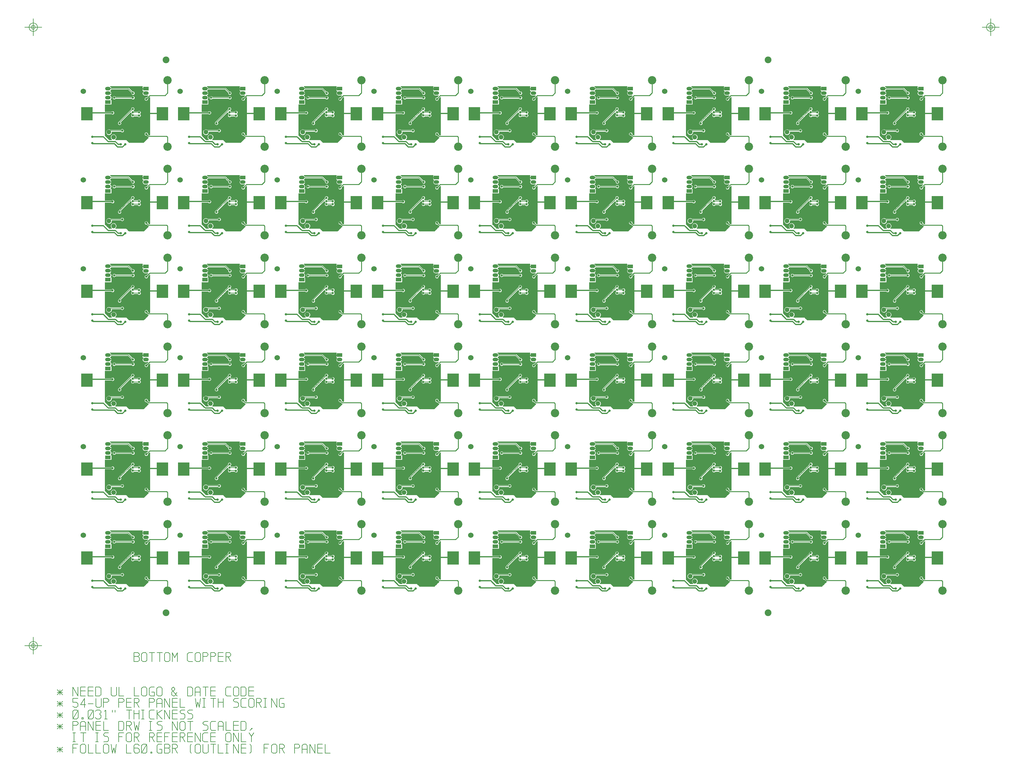
<source format=gbr>
*%FSLAX24Y24*%
%MOIN*%
%IPPOS*%
%ADD10R,0.03X0.03*%
%ADD11R,0.03X0.03*%
%ADD12R,0.0155X0.05*%
%ADD13C,0.05*%
%ADD14R,0.0394X0.0709*%
%AMD15*
21,1,0.0206,0.01,0.0,0.0,0.0*
21,1,0.0256,0.005,0.0,0.0,0.0*
1,1,0.005,0.0103,0.0025*
1,1,0.005,-0.0103,0.0025*
1,1,0.005,0.0103,-0.0025*
1,1,0.005,-0.0103,-0.0025*%
%ADD15D15*%
G04:---LTIenv:A015:17,0.0256,0.01,0.0025 *
%AMD16*
21,1,0.005,0.0256,0.0,0.0,0.0*
21,1,0.01,0.0206,0.0,0.0,0.0*
1,1,0.005,0.0025,0.0103*
1,1,0.005,-0.0025,0.0103*
1,1,0.005,0.0025,-0.0103*
1,1,0.005,-0.0025,-0.0103*%
%ADD16D16*%
G04:---LTIenv:A016:17,0.01,0.0256,0.0025 *
%AMD17*
4,1,8
,0.0049,0.0103
,0.0049,-0.0103
,0.0025,-0.0128
,-0.0025,-0.0128
,-0.0049,-0.0103
,-0.0049,0.0103
,-0.0025,0.0128
,0.0025,0.0128,0.0049,0.0103,0.0*%
%ADD17D17*%
%AMD18*
4,1,8
,-0.0103,0.0049
,0.0103,0.0049
,0.0128,0.0025
,0.0128,-0.0025
,0.0103,-0.0049
,-0.0103,-0.0049
,-0.0128,-0.0025
,-0.0128,0.0025,-0.0103,0.0049,0.0*%
%ADD18D18*%
%ADD19C,0.012*%
%ADD20C,0.02*%
%ADD21C,0.008*%
%ADD22C,0.01*%
%ADD23C,0.009*%
%ADD24C,0.15*%
%ADD25C,0.075*%
%ADD26C,0.15*%
%ADD27C,0.052*%
%ADD28R,0.062X0.04*%
%ADD29O,0.062X0.04*%
%ADD30C,0.026*%
%ADD31C,0.092*%
%ADD32C,0.06*%
%ADD33R,0.13X0.15*%
%AMD34*
1,1,0.1,0.0,0.0*
1,0,0.0875,0.0,0.0*
1,1,0.05,0.0,0.0*
1,0,0.0375,0.0,0.0*
20,1,0.0062,0.0,-0.0969,0.0,0.0969,0.0*
20,1,0.0062,-0.0969,0.0,0.0969,0.0,0.0*%
%ADD34D34*%
G04:---LTIenv:A034:6,0.2,6 *
%ADD35C,0.07*%
%ADD36R,0.038X0.038*%
%ADD37R,0.038X0.038*%
%ADD38R,0.0185X0.053*%
%ADD39C,0.1*%
%ADD40R,0.0474X0.0789*%
%AMD41*
21,1,0.0206,0.014,0.0,0.0,0.0*
21,1,0.0296,0.005,0.0,0.0,0.0*
1,1,0.009,0.0103,0.0025*
1,1,0.009,-0.0103,0.0025*
1,1,0.009,0.0103,-0.0025*
1,1,0.009,-0.0103,-0.0025*%
%ADD41D41*%
G04:---LTIenv:A041:17,0.0296,0.014,0.0045 *
%AMD42*
21,1,0.005,0.0296,0.0,0.0,0.0*
21,1,0.014,0.0206,0.0,0.0,0.0*
1,1,0.009,0.0025,0.0103*
1,1,0.009,-0.0025,0.0103*
1,1,0.009,0.0025,-0.0103*
1,1,0.009,-0.0025,-0.0103*%
%ADD42D42*%
G04:---LTIenv:A042:17,0.014,0.0296,0.0045 *
%AMD43*
4,1,8
,0.0069,0.0113
,0.0069,-0.0113
,0.0035,-0.0148
,-0.0035,-0.0148
,-0.0069,-0.0113
,-0.0069,0.0113
,-0.0035,0.0148
,0.0035,0.0148,0.0069,0.0113,0.0*%
%ADD43D43*%
%AMD44*
4,1,8
,-0.0113,0.0069
,0.0113,0.0069
,0.0148,0.0035
,0.0148,-0.0035
,0.0113,-0.0069
,-0.0113,-0.0069
,-0.0148,-0.0035
,-0.0148,0.0035,-0.0113,0.0069,0.0*%
%ADD44D44*%
%ADD45R,0.066X0.044*%
%ADD46O,0.066X0.044*%
%ADD48C,0.1*%
%ADD49R,0.138X0.158*%
%AMD55*
4,1,8
,0.0049,0.0103
,0.0049,-0.0103
,0.0025,-0.0128
,-0.0025,-0.0128
,-0.0049,-0.0103
,-0.0049,0.0103
,-0.0025,0.0128
,0.0025,0.0128,0.0049,0.0103,0.0*%
%ADD55D55*%
%AMD56*
4,1,8
,-0.0103,0.0049
,0.0103,0.0049
,0.0128,0.0025
,0.0128,-0.0025
,0.0103,-0.0049
,-0.0103,-0.0049
,-0.0128,-0.0025
,-0.0128,0.0025,-0.0103,0.0049,0.0*%
%ADD56D56*%
%ADD200C,0.002*%
%ADD901C,0.012*%
G04:---LTIenv:A901:15,0.012,1 *
%ADD902C,0.028*%
G04:---LTIenv:A902:15,0.028,2 *
%ADD903C,0.033*%
G04:---LTIenv:A903:15,0.033,3 *
%ADD904C,0.12*%
G04:---LTIenv:A904:15,0.12,4 *

%LPD*%
D19*X6260Y56790D2*X3800D1*X3740Y56730*X10040D2*X11870D1*X4010Y54120D2*X5240D1*X5790Y53570*X7170Y53280D2*X6880D1*X6590Y53570*X5790*X7380Y52990D2*X7670Y53280D1*X6830Y52990D2*X6480Y53340D1*X4090*X4010Y53420*X6830Y52990D2*X7380D1*X17035Y56790D2*X14575D1*X14515Y56730*X20815D2*X22645D1*X14785Y54120D2*X16015D1*X16565Y53570*X17945Y53280D2*X17655D1*X17365Y53570*X16565*X18155Y52990D2*X18445Y53280D1*X17605Y52990D2*X17255Y53340D1*X14865*X14785Y53420*X17605Y52990D2*X18155D1*X27810Y56790D2*X25350D1*X25290Y56730*X31590D2*X33420D1*X25560Y54120D2*X26790D1*X27340Y53570*X28720Y53280D2*X28430D1*X28140Y53570*X27340*X28930Y52990D2*X29220Y53280D1*X28380Y52990D2*X28030Y53340D1*X25640*X25560Y53420*X28380Y52990D2*X28930D1*X38585Y56790D2*X36125D1*X36065Y56730*X42365D2*X44195D1*X36335Y54120D2*X37565D1*X38115Y53570*X39495Y53280D2*X39205D1*X38915Y53570*X38115*X39705Y52990D2*X39995Y53280D1*X39155Y52990D2*X38805Y53340D1*X36415*X36335Y53420*X39155Y52990D2*X39705D1*X49360Y56790D2*X46900D1*X46840Y56730*X53140D2*X54970D1*X47110Y54120D2*X48340D1*X48890Y53570*X50270Y53280D2*X49980D1*X49690Y53570*X48890*X50480Y52990D2*X50770Y53280D1*X49930Y52990D2*X49580Y53340D1*X47190*X47110Y53420*X49930Y52990D2*X50480D1*X60135Y56790D2*X57675D1*X57615Y56730*X63915D2*X65745D1*X57885Y54120D2*X59115D1*X59665Y53570*X61045Y53280D2*X60755D1*X60465Y53570*X59665*X61255Y52990D2*X61545Y53280D1*X60705Y52990D2*X60355Y53340D1*X57965*X57885Y53420*X60705Y52990D2*X61255D1*X70910Y56790D2*X68450D1*X68390Y56730*X74690D2*X76520D1*X68660Y54120D2*X69890D1*X70440Y53570*X71820Y53280D2*X71530D1*X71240Y53570*X70440*X72030Y52990D2*X72320Y53280D1*X71480Y52990D2*X71130Y53340D1*X68740*X68660Y53420*X71480Y52990D2*X72030D1*X81685Y56790D2*X79225D1*X79165Y56730*X85465D2*X87295D1*X79435Y54120D2*X80665D1*X81215Y53570*X82595Y53280D2*X82305D1*X82015Y53570*X81215*X82805Y52990D2*X83095Y53280D1*X82255Y52990D2*X81905Y53340D1*X79515*X79435Y53420*X82255Y52990D2*X82805D1*X92460Y56790D2*X90000D1*X89940Y56730*X96240D2*X98070D1*X90210Y54120D2*X91440D1*X91990Y53570*X93370Y53280D2*X93080D1*X92790Y53570*X91990*X93580Y52990D2*X93870Y53280D1*X93030Y52990D2*X92680Y53340D1*X90290*X90210Y53420*X93030Y52990D2*X93580D1*X92460Y46900D2*X90000D1*X89940Y46840*X96240D2*X98070D1*X90210Y44230D2*X91440D1*X91990Y43680*X93370Y43390D2*X93080D1*X92790Y43680*X91990*X93580Y43100D2*X93870Y43390D1*X93030Y43100D2*X92680Y43450D1*X90290*X90210Y43530*X93030Y43100D2*X93580D1*X81685Y46900D2*X79225D1*X79165Y46840*X85465D2*X87295D1*X79435Y44230D2*X80665D1*X81215Y43680*X82595Y43390D2*X82305D1*X82015Y43680*X81215*X82805Y43100D2*X83095Y43390D1*X82255Y43100D2*X81905Y43450D1*X79515*X79435Y43530*X82255Y43100D2*X82805D1*X70910Y46900D2*X68450D1*X68390Y46840*X74690D2*X76520D1*X68660Y44230D2*X69890D1*X70440Y43680*X71820Y43390D2*X71530D1*X71240Y43680*X70440*X72030Y43100D2*X72320Y43390D1*X71480Y43100D2*X71130Y43450D1*X68740*X68660Y43530*X71480Y43100D2*X72030D1*X60135Y46900D2*X57675D1*X57615Y46840*X63915D2*X65745D1*X57885Y44230D2*X59115D1*X59665Y43680*X61045Y43390D2*X60755D1*X60465Y43680*X59665*X61255Y43100D2*X61545Y43390D1*X60705Y43100D2*X60355Y43450D1*X57965*X57885Y43530*X60705Y43100D2*X61255D1*X49360Y46900D2*X46900D1*X46840Y46840*X53140D2*X54970D1*X47110Y44230D2*X48340D1*X48890Y43680*X50270Y43390D2*X49980D1*X49690Y43680*X48890*X50480Y43100D2*X50770Y43390D1*X49930Y43100D2*X49580Y43450D1*X47190*X47110Y43530*X49930Y43100D2*X50480D1*X38585Y46900D2*X36125D1*X36065Y46840*X42365D2*X44195D1*X36335Y44230D2*X37565D1*X38115Y43680*X39495Y43390D2*X39205D1*X38915Y43680*X38115*X39705Y43100D2*X39995Y43390D1*X39155Y43100D2*X38805Y43450D1*X36415*X36335Y43530*X39155Y43100D2*X39705D1*X27810Y46900D2*X25350D1*X25290Y46840*X31590D2*X33420D1*X25560Y44230D2*X26790D1*X27340Y43680*X28720Y43390D2*X28430D1*X28140Y43680*X27340*X28930Y43100D2*X29220Y43390D1*X28380Y43100D2*X28030Y43450D1*X25640*X25560Y43530*X28380Y43100D2*X28930D1*X17035Y46900D2*X14575D1*X14515Y46840*X20815D2*X22645D1*X14785Y44230D2*X16015D1*X16565Y43680*X17945Y43390D2*X17655D1*X17365Y43680*X16565*X18155Y43100D2*X18445Y43390D1*X17605Y43100D2*X17255Y43450D1*X14865*X14785Y43530*X17605Y43100D2*X18155D1*X6260Y46900D2*X3800D1*X3740Y46840*X10040D2*X11870D1*X4010Y44230D2*X5240D1*X5790Y43680*X7170Y43390D2*X6880D1*X6590Y43680*X5790*X7380Y43100D2*X7670Y43390D1*X6830Y43100D2*X6480Y43450D1*X4090*X4010Y43530*X6830Y43100D2*X7380D1*X6260Y37010D2*X3800D1*X3740Y36950*X10040D2*X11870D1*X4010Y34340D2*X5240D1*X5790Y33790*X7170Y33500D2*X6880D1*X6590Y33790*X5790*X7380Y33210D2*X7670Y33500D1*X6830Y33210D2*X6480Y33560D1*X4090*X4010Y33640*X6830Y33210D2*X7380D1*X17035Y37010D2*X14575D1*X14515Y36950*X20815D2*X22645D1*X14785Y34340D2*X16015D1*X16565Y33790*X17945Y33500D2*X17655D1*X17365Y33790*X16565*X18155Y33210D2*X18445Y33500D1*X17605Y33210D2*X17255Y33560D1*X14865*X14785Y33640*X17605Y33210D2*X18155D1*X27810Y37010D2*X25350D1*X25290Y36950*X31590D2*X33420D1*X25560Y34340D2*X26790D1*X27340Y33790*X28720Y33500D2*X28430D1*X28140Y33790*X27340*X28930Y33210D2*X29220Y33500D1*X28380Y33210D2*X28030Y33560D1*X25640*X25560Y33640*X28380Y33210D2*X28930D1*X38585Y37010D2*X36125D1*X36065Y36950*X42365D2*X44195D1*X36335Y34340D2*X37565D1*X38115Y33790*X39495Y33500D2*X39205D1*X38915Y33790*X38115*X39705Y33210D2*X39995Y33500D1*X39155Y33210D2*X38805Y33560D1*X36415*X36335Y33640*X39155Y33210D2*X39705D1*X49360Y37010D2*X46900D1*X46840Y36950*X53140D2*X54970D1*X47110Y34340D2*X48340D1*X48890Y33790*X50270Y33500D2*X49980D1*X49690Y33790*X48890*X50480Y33210D2*X50770Y33500D1*X49930Y33210D2*X49580Y33560D1*X47190*X47110Y33640*X49930Y33210D2*X50480D1*X60135Y37010D2*X57675D1*X57615Y36950*X63915D2*X65745D1*X57885Y34340D2*X59115D1*X59665Y33790*X61045Y33500D2*X60755D1*X60465Y33790*X59665*X61255Y33210D2*X61545Y33500D1*X60705Y33210D2*X60355Y33560D1*X57965*X57885Y33640*X60705Y33210D2*X61255D1*X70910Y37010D2*X68450D1*X68390Y36950*X74690D2*X76520D1*X68660Y34340D2*X69890D1*X70440Y33790*X71820Y33500D2*X71530D1*X71240Y33790*X70440*X72030Y33210D2*X72320Y33500D1*X71480Y33210D2*X71130Y33560D1*X68740*X68660Y33640*X71480Y33210D2*X72030D1*X81685Y37010D2*X79225D1*X79165Y36950*X85465D2*X87295D1*X79435Y34340D2*X80665D1*X81215Y33790*X82595Y33500D2*X82305D1*X82015Y33790*X81215*X82805Y33210D2*X83095Y33500D1*X82255Y33210D2*X81905Y33560D1*X79515*X79435Y33640*X82255Y33210D2*X82805D1*X92460Y37010D2*X90000D1*X89940Y36950*X96240D2*X98070D1*X90210Y34340D2*X91440D1*X91990Y33790*X93370Y33500D2*X93080D1*X92790Y33790*X91990*X93580Y33210D2*X93870Y33500D1*X93030Y33210D2*X92680Y33560D1*X90290*X90210Y33640*X93030Y33210D2*X93580D1*X92460Y27120D2*X90000D1*X89940Y27060*X96240D2*X98070D1*X90210Y24450D2*X91440D1*X91990Y23900*X93370Y23610D2*X93080D1*X92790Y23900*X91990*X93580Y23320D2*X93870Y23610D1*X93030Y23320D2*X92680Y23670D1*X90290*X90210Y23750*X93030Y23320D2*X93580D1*X81685Y27120D2*X79225D1*X79165Y27060*X85465D2*X87295D1*X79435Y24450D2*X80665D1*X81215Y23900*X82595Y23610D2*X82305D1*X82015Y23900*X81215*X82805Y23320D2*X83095Y23610D1*X82255Y23320D2*X81905Y23670D1*X79515*X79435Y23750*X82255Y23320D2*X82805D1*X70910Y27120D2*X68450D1*X68390Y27060*X74690D2*X76520D1*X68660Y24450D2*X69890D1*X70440Y23900*X71820Y23610D2*X71530D1*X71240Y23900*X70440*X72030Y23320D2*X72320Y23610D1*X71480Y23320D2*X71130Y23670D1*X68740*X68660Y23750*X71480Y23320D2*X72030D1*X60135Y27120D2*X57675D1*X57615Y27060*X63915D2*X65745D1*X57885Y24450D2*X59115D1*X59665Y23900*X61045Y23610D2*X60755D1*X60465Y23900*X59665*X61255Y23320D2*X61545Y23610D1*X60705Y23320D2*X60355Y23670D1*X57965*X57885Y23750*X60705Y23320D2*X61255D1*X49360Y27120D2*X46900D1*X46840Y27060*X53140D2*X54970D1*X47110Y24450D2*X48340D1*X48890Y23900*X50270Y23610D2*X49980D1*X49690Y23900*X48890*X50480Y23320D2*X50770Y23610D1*X49930Y23320D2*X49580Y23670D1*X47190*X47110Y23750*X49930Y23320D2*X50480D1*X38585Y27120D2*X36125D1*X36065Y27060*X42365D2*X44195D1*X36335Y24450D2*X37565D1*X38115Y23900*X39495Y23610D2*X39205D1*X38915Y23900*X38115*X39705Y23320D2*X39995Y23610D1*X39155Y23320D2*X38805Y23670D1*X36415*X36335Y23750*X39155Y23320D2*X39705D1*X27810Y27120D2*X25350D1*X25290Y27060*X31590D2*X33420D1*X25560Y24450D2*X26790D1*X27340Y23900*X28720Y23610D2*X28430D1*X28140Y23900*X27340*X28930Y23320D2*X29220Y23610D1*X28380Y23320D2*X28030Y23670D1*X25640*X25560Y23750*X28380Y23320D2*X28930D1*X17035Y27120D2*X14575D1*X14515Y27060*X20815D2*X22645D1*X14785Y24450D2*X16015D1*X16565Y23900*X17945Y23610D2*X17655D1*X17365Y23900*X16565*X18155Y23320D2*X18445Y23610D1*X17605Y23320D2*X17255Y23670D1*X14865*X14785Y23750*X17605Y23320D2*X18155D1*X6260Y27120D2*X3800D1*X3740Y27060*X10040D2*X11870D1*X4010Y24450D2*X5240D1*X5790Y23900*X7170Y23610D2*X6880D1*X6590Y23900*X5790*X7380Y23320D2*X7670Y23610D1*X6830Y23320D2*X6480Y23670D1*X4090*X4010Y23750*X6830Y23320D2*X7380D1*X6260Y17230D2*X3800D1*X3740Y17170*X10040D2*X11870D1*X4010Y14560D2*X5240D1*X5790Y14010*X7170Y13720D2*X6880D1*X6590Y14010*X5790*X7380Y13430D2*X7670Y13720D1*X6830Y13430D2*X6480Y13780D1*X4090*X4010Y13860*X6830Y13430D2*X7380D1*X17035Y17230D2*X14575D1*X14515Y17170*X20815D2*X22645D1*X14785Y14560D2*X16015D1*X16565Y14010*X17945Y13720D2*X17655D1*X17365Y14010*X16565*X18155Y13430D2*X18445Y13720D1*X17605Y13430D2*X17255Y13780D1*X14865*X14785Y13860*X17605Y13430D2*X18155D1*X27810Y17230D2*X25350D1*X25290Y17170*X31590D2*X33420D1*X25560Y14560D2*X26790D1*X27340Y14010*X28720Y13720D2*X28430D1*X28140Y14010*X27340*X28930Y13430D2*X29220Y13720D1*X28380Y13430D2*X28030Y13780D1*X25640*X25560Y13860*X28380Y13430D2*X28930D1*X38585Y17230D2*X36125D1*X36065Y17170*X42365D2*X44195D1*X36335Y14560D2*X37565D1*X38115Y14010*X39495Y13720D2*X39205D1*X38915Y14010*X38115*X39705Y13430D2*X39995Y13720D1*X39155Y13430D2*X38805Y13780D1*X36415*X36335Y13860*X39155Y13430D2*X39705D1*X49360Y17230D2*X46900D1*X46840Y17170*X53140D2*X54970D1*X47110Y14560D2*X48340D1*X48890Y14010*X50270Y13720D2*X49980D1*X49690Y14010*X48890*X50480Y13430D2*X50770Y13720D1*X49930Y13430D2*X49580Y13780D1*X47190*X47110Y13860*X49930Y13430D2*X50480D1*X60135Y17230D2*X57675D1*X57615Y17170*X63915D2*X65745D1*X57885Y14560D2*X59115D1*X59665Y14010*X61045Y13720D2*X60755D1*X60465Y14010*X59665*X61255Y13430D2*X61545Y13720D1*X60705Y13430D2*X60355Y13780D1*X57965*X57885Y13860*X60705Y13430D2*X61255D1*X70910Y17230D2*X68450D1*X68390Y17170*X74690D2*X76520D1*X68660Y14560D2*X69890D1*X70440Y14010*X71820Y13720D2*X71530D1*X71240Y14010*X70440*X72030Y13430D2*X72320Y13720D1*X71480Y13430D2*X71130Y13780D1*X68740*X68660Y13860*X71480Y13430D2*X72030D1*X81685Y17230D2*X79225D1*X79165Y17170*X85465D2*X87295D1*X79435Y14560D2*X80665D1*X81215Y14010*X82595Y13720D2*X82305D1*X82015Y14010*X81215*X82805Y13430D2*X83095Y13720D1*X82255Y13430D2*X81905Y13780D1*X79515*X79435Y13860*X82255Y13430D2*X82805D1*X92460Y17230D2*X90000D1*X89940Y17170*X96240D2*X98070D1*X90210Y14560D2*X91440D1*X91990Y14010*X93370Y13720D2*X93080D1*X92790Y14010*X91990*X93580Y13430D2*X93870Y13720D1*X93030Y13430D2*X92680Y13780D1*X90290*X90210Y13860*X93030Y13430D2*X93580D1*X92460Y7340D2*X90000D1*X89940Y7280*X96240D2*X98070D1*X90210Y4670D2*X91440D1*X91990Y4120*X93370Y3830D2*X93080D1*X92790Y4120*X91990*X93580Y3540D2*X93870Y3830D1*X93030Y3540D2*X92680Y3890D1*X90290*X90210Y3970*X93030Y3540D2*X93580D1*X81685Y7340D2*X79225D1*X79165Y7280*X85465D2*X87295D1*X79435Y4670D2*X80665D1*X81215Y4120*X82595Y3830D2*X82305D1*X82015Y4120*X81215*X82805Y3540D2*X83095Y3830D1*X82255Y3540D2*X81905Y3890D1*X79515*X79435Y3970*X82255Y3540D2*X82805D1*X70910Y7340D2*X68450D1*X68390Y7280*X74690D2*X76520D1*X68660Y4670D2*X69890D1*X70440Y4120*X71820Y3830D2*X71530D1*X71240Y4120*X70440*X72030Y3540D2*X72320Y3830D1*X71480Y3540D2*X71130Y3890D1*X68740*X68660Y3970*X71480Y3540D2*X72030D1*X60135Y7340D2*X57675D1*X57615Y7280*X63915D2*X65745D1*X57885Y4670D2*X59115D1*X59665Y4120*X61045Y3830D2*X60755D1*X60465Y4120*X59665*X61255Y3540D2*X61545Y3830D1*X60705Y3540D2*X60355Y3890D1*X57965*X57885Y3970*X60705Y3540D2*X61255D1*X49360Y7340D2*X46900D1*X46840Y7280*X53140D2*X54970D1*X47110Y4670D2*X48340D1*X48890Y4120*X50270Y3830D2*X49980D1*X49690Y4120*X48890*X50480Y3540D2*X50770Y3830D1*X49930Y3540D2*X49580Y3890D1*X47190*X47110Y3970*X49930Y3540D2*X50480D1*X38585Y7340D2*X36125D1*X36065Y7280*X42365D2*X44195D1*X36335Y4670D2*X37565D1*X38115Y4120*X39495Y3830D2*X39205D1*X38915Y4120*X38115*X39705Y3540D2*X39995Y3830D1*X39155Y3540D2*X38805Y3890D1*X36415*X36335Y3970*X39155Y3540D2*X39705D1*X27810Y7340D2*X25350D1*X25290Y7280*X31590D2*X33420D1*X25560Y4670D2*X26790D1*X27340Y4120*X28720Y3830D2*X28430D1*X28140Y4120*X27340*X28930Y3540D2*X29220Y3830D1*X28380Y3540D2*X28030Y3890D1*X25640*X25560Y3970*X28380Y3540D2*X28930D1*X17035Y7340D2*X14575D1*X14515Y7280*X20815D2*X22645D1*X14785Y4670D2*X16015D1*X16565Y4120*X17945Y3830D2*X17655D1*X17365Y4120*X16565*X18155Y3540D2*X18445Y3830D1*X17605Y3540D2*X17255Y3890D1*X14865*X14785Y3970*X17605Y3540D2*X18155D1*X6260Y7340D2*X3800D1*X3740Y7280*X10040D2*X11870D1*X4010Y4670D2*X5240D1*X5790Y4120*X7170Y3830D2*X6880D1*X6590Y4120*X5790*X7380Y3540D2*X7670Y3830D1*X6830Y3540D2*X6480Y3890D1*X4090*X4010Y3970*X6830Y3540D2*X7380D1*D21*X126Y-13839D2*X724Y-14382D1*X126D2*X724Y-13839D1*X126Y-14115D2*X724D1*X425Y-14382D2*Y-13839D1*X1858Y-13957D2*X2252D1*X1858Y-14532D2*Y-13532D1*X2402*X2693Y-13689D2*Y-14382D1*X2843Y-14532*X3142*X3291Y-14382*Y-13689*X3142Y-13532*X2843*X2693Y-13689*X4110Y-14532D2*X3567D1*Y-13532*X4961Y-14532D2*X4417D1*Y-13532*X5244Y-13689D2*Y-14382D1*X5394Y-14532*X5693*X5843Y-14382*Y-13689*X5693Y-13532*X5394*X5244Y-13689*X6685Y-13532D2*X6559Y-14532D1*X6409Y-13934*X6260Y-14532*X6110Y-13532*X8362Y-14532D2*X7819D1*Y-13532*X8646Y-13957D2*X9094D1*X9244Y-14115*Y-14382*X9094Y-14532*X8795*X8646Y-14335*Y-13689*X8795Y-13532*X9094*X9244Y-13689*X9488Y-14532D2*X10087Y-13532D1*X9638D2*X9488Y-13689D1*Y-14382*X9638Y-14532*X9937*X10087Y-14382*Y-13689*X9937Y-13532*X9638*X10504Y-14532D2*X10654D1*Y-14382*X10504*Y-14532*X11480Y-14083D2*X11756D1*Y-14532*X11354*X11205Y-14382*Y-13689*X11354Y-13532*X11756*X12039Y-13957D2*X12488D1*X12039Y-14532D2*X12488D1*X12638Y-14382*Y-14083*X12488Y-13957*X12638Y-13839*Y-13689*X12488Y-13532*X12039*Y-14532*X13173Y-13989D2*X13472Y-14532D1*X12929Y-13989D2*X13323D1*X13472Y-13839*Y-13689*X13323Y-13532*X12929*Y-14532*X15024D2*X14898Y-14382D1*Y-13689*X15024Y-13532*X15449Y-13689D2*Y-14382D1*X15598Y-14532*X15898*X16047Y-14382*Y-13689*X15898Y-13532*X15598*X15449Y-13689*X16906Y-13532D2*Y-14382D1*X16756Y-14532*X16457*X16307Y-14382*Y-13532*X17465Y-14532D2*Y-13532D1*X17165D2*X17764D1*X18567Y-14532D2*X18024D1*Y-13532*X18843Y-14532D2*X19142D1*X18992D2*Y-13532D1*X18843D2*X19142D1*X20283D2*Y-14532D1*X19709Y-13532*Y-14532*X20567Y-13957D2*X21118D1*Y-13532D2*X20567D1*Y-14532*X21118*X21543D2*X21693Y-14382D1*Y-13689*X21543Y-13532*X23118Y-13957D2*X23512D1*X23118Y-14532D2*Y-13532D1*X23661*X23953Y-13689D2*Y-14382D1*X24102Y-14532*X24402*X24551Y-14382*Y-13689*X24402Y-13532*X24102*X23953Y-13689*X25079Y-13989D2*X25378Y-14532D1*X24835Y-13989D2*X25228D1*X25378Y-13839*Y-13689*X25228Y-13532*X24835*Y-14532*X26520Y-13957D2*X26945D1*X27094Y-13808*Y-13689*X26945Y-13532*X26520*Y-14532*X27354Y-14083D2*X27929D1*Y-14532D2*Y-13689D1*X27780Y-13532*X27504*X27354Y-13689*Y-14532*X28787Y-13532D2*Y-14532D1*X28213Y-13532*Y-14532*X29071Y-13957D2*X29622D1*Y-13532D2*X29071D1*Y-14532*X29622*X30472D2*X29929D1*Y-13532*X126Y-7461D2*X724Y-8004D1*X126D2*X724Y-7461D1*X126Y-7737D2*X724D1*X425Y-8004D2*Y-7461D1*X2425Y-7154D2*Y-8154D1*X1850Y-7154*Y-8154*X2709Y-7579D2*X3260D1*Y-7154D2*X2709D1*Y-8154*X3260*X3559Y-7579D2*X4110D1*Y-7154D2*X3559D1*Y-8154*X4110*X4819D2*X4969Y-8004D1*Y-7311*X4819Y-7154*X4394*Y-8154*X4819*X6701Y-7154D2*Y-8004D1*X6551Y-8154*X6252*X6102Y-8004*Y-7154*X7512Y-8154D2*X6969D1*Y-7154*X9213Y-8154D2*X8669D1*Y-7154*X9496Y-7311D2*Y-8004D1*X9646Y-8154*X9945*X10094Y-8004*Y-7311*X9945Y-7154*X9646*X9496Y-7311*X10630Y-7705D2*X10906D1*Y-8154*X10504*X10354Y-8004*Y-7311*X10504Y-7154*X10906*X11197Y-7311D2*Y-8004D1*X11346Y-8154*X11646*X11795Y-8004*Y-7311*X11646Y-7154*X11346*X11197Y-7311*X13457Y-8154D2*X12858Y-7461D1*Y-7311*X13024Y-7154*X13181Y-7311*Y-7461*X12858Y-7705*Y-8004*X13008Y-8154*X13157*X13307Y-8036*Y-7886*X13457Y-7737*X15024Y-8154D2*X15173Y-8004D1*Y-7311*X15024Y-7154*X14598*Y-8154*X15024*X15449Y-7705D2*X16024D1*Y-8154D2*Y-7311D1*X15874Y-7154*X15598*X15449Y-7311*Y-8154*X16614D2*Y-7154D1*X16315D2*X16913D1*X17165Y-7579D2*X17717D1*Y-7154D2*X17165D1*Y-8154*X17717*X19433D2*X18984D1*X18835Y-8004*Y-7311*X18984Y-7154*X19433*X19701Y-7311D2*Y-8004D1*X19850Y-8154*X20150*X20299Y-8004*Y-7311*X20150Y-7154*X19850*X19701Y-7311*X20976Y-8154D2*X21126Y-8004D1*Y-7311*X20976Y-7154*X20551*Y-8154*X20976*X21417Y-7579D2*X21969D1*Y-7154D2*X21417D1*Y-8154*X21969*X126Y-8737D2*X724Y-9280D1*X126D2*X724Y-8737D1*X126Y-9012D2*X724D1*X425Y-9280D2*Y-8737D1*X2402Y-8430D2*X1850D1*Y-8855*X2252*X2402Y-9012*Y-9280*X2252Y-9430*X2000*X1850Y-9280*X3283Y-9130D2*X2709D1*X3134Y-8430*Y-9430*X3559Y-9012D2*X4110D1*X5000Y-8430D2*Y-9280D1*X4850Y-9430*X4551*X4402Y-9280*Y-8430*X5260Y-8855D2*X5685D1*X5835Y-8705*Y-8587*X5685Y-8430*X5260*Y-9430*X6961Y-8855D2*X7386D1*X7535Y-8705*Y-8587*X7386Y-8430*X6961*Y-9430*X7811Y-8855D2*X8362D1*Y-8430D2*X7811D1*Y-9430*X8362*X8921Y-8886D2*X9220Y-9430D1*X8677Y-8886D2*X9071D1*X9220Y-8737*Y-8587*X9071Y-8430*X8677*Y-9430*X10362Y-8855D2*X10787D1*X10937Y-8705*Y-8587*X10787Y-8430*X10362*Y-9430*X11197Y-8981D2*X11772D1*Y-9430D2*Y-8587D1*X11622Y-8430*X11346*X11197Y-8587*Y-9430*X12630Y-8430D2*Y-9430D1*X12055Y-8430*Y-9430*X12913Y-8855D2*X13465D1*Y-8430D2*X12913D1*Y-9430*X13465*X14315D2*X13772D1*Y-8430*X16039D2*X15913Y-9430D1*X15764Y-8831*X15614Y-9430*X15465Y-8430*X16291Y-9430D2*X16591D1*X16441D2*Y-8430D1*X16291D2*X16591D1*X17465Y-9430D2*Y-8430D1*X17165D2*X17764D1*X18000Y-8855D2*X18575D1*Y-9430D2*Y-8430D1*X18000Y-9430D2*Y-8430D1*X19724Y-9430D2*X20126D1*X20276Y-9280*Y-8981*X20126Y-8831*X19874*X19724Y-8682*Y-8587*X19874Y-8430*X20276*X21134Y-9430D2*X20685D1*X20535Y-9280*Y-8587*X20685Y-8430*X21134*X21402Y-8587D2*Y-9280D1*X21551Y-9430*X21850*X22000Y-9280*Y-8587*X21850Y-8430*X21551*X21402Y-8587*X22528Y-8886D2*X22827Y-9430D1*X22283Y-8886D2*X22677D1*X22827Y-8737*Y-8587*X22677Y-8430*X22283*Y-9430*X23094D2*X23394D1*X23244D2*Y-8430D1*X23094D2*X23394D1*X24535D2*Y-9430D1*X23961Y-8430*Y-9430*X25087Y-8981D2*X25362D1*Y-9430*X24961*X24811Y-9280*Y-8587*X24961Y-8430*X25362*X126Y-10012D2*X724Y-10556D1*X126D2*X724Y-10012D1*X126Y-10288D2*X724D1*X425Y-10556D2*Y-10012D1*X1835Y-10705D2*X2433Y-9705D1*X1984D2*X1835Y-9863D1*Y-10556*X1984Y-10705*X2283*X2433Y-10556*Y-9863*X2283Y-9705*X1984*X2850Y-10705D2*X3000D1*Y-10556*X2850*Y-10705*X3535D2*X4134Y-9705D1*X3685D2*X3535Y-9863D1*Y-10556*X3685Y-10705*X3984*X4134Y-10556*Y-9863*X3984Y-9705*X3685*X4362Y-10556D2*X4512Y-10705D1*X4819*X4969Y-10556*Y-10311*X4819Y-10162*X4969Y-10012*Y-9863*X4819Y-9705*X4512*X4362Y-9863*X5378Y-10705D2*X5677D1*X5528D2*Y-9705D1*X5378Y-9863*X6535Y-9957D2*Y-9705D1*X6236Y-9957D2*Y-9705D1*X8110Y-10705D2*Y-9705D1*X7811D2*X8409D1*X8646Y-10130D2*X9220D1*Y-10705D2*Y-9705D1*X8646Y-10705D2*Y-9705D1*X9488Y-10705D2*X9787D1*X9638D2*Y-9705D1*X9488D2*X9787D1*X10929Y-10705D2*X10480D1*X10331Y-10556*Y-9863*X10480Y-9705*X10929*X11220Y-10705D2*Y-9705D1*X11772Y-10705D2*X11220Y-10130D1*X11772Y-9705*X12630D2*Y-10705D1*X12055Y-9705*Y-10705*X12913Y-10130D2*X13465D1*Y-9705D2*X12913D1*Y-10705*X13465*X13772D2*X14173D1*X14323Y-10556*Y-10256*X14173Y-10107*X13921*X13772Y-9957*Y-9863*X13921Y-9705*X14323*X14622Y-10705D2*X15024D1*X15173Y-10556*Y-10256*X15024Y-10107*X14772*X14622Y-9957*Y-9863*X14772Y-9705*X15173*X126Y-11288D2*X724Y-11831D1*X126D2*X724Y-11288D1*X126Y-11563D2*X724D1*X425Y-11831D2*Y-11288D1*X1858Y-11406D2*X2283D1*X2433Y-11256*Y-11138*X2283Y-10981*X1858*Y-11981*X2693Y-11532D2*X3268D1*Y-11981D2*Y-11138D1*X3118Y-10981*X2843*X2693Y-11138*Y-11981*X4126Y-10981D2*Y-11981D1*X3551Y-10981*Y-11981*X4409Y-11406D2*X4961D1*Y-10981D2*X4409D1*Y-11981*X4961*X5811D2*X5268D1*Y-10981*X7370Y-11981D2*X7520Y-11831D1*Y-11138*X7370Y-10981*X6945*Y-11981*X7370*X8071Y-11437D2*X8370Y-11981D1*X7827Y-11437D2*X8220D1*X8370Y-11288*Y-11138*X8220Y-10981*X7827*Y-11981*X9236Y-10981D2*X9110Y-11981D1*X8961Y-11382*X8811Y-11981*X8661Y-10981*X10339Y-11981D2*X10638D1*X10488D2*Y-10981D1*X10339D2*X10638D1*X11220Y-11981D2*X11622D1*X11772Y-11831*Y-11532*X11622Y-11382*X11370*X11220Y-11233*Y-11138*X11370Y-10981*X11772*X13480D2*Y-11981D1*X12906Y-10981*Y-11981*X13748Y-11138D2*Y-11831D1*X13898Y-11981*X14197*X14346Y-11831*Y-11138*X14197Y-10981*X13898*X13748Y-11138*X14913Y-11981D2*Y-10981D1*X14614D2*X15213D1*X16323Y-11981D2*X16724D1*X16874Y-11831*Y-11532*X16724Y-11382*X16472*X16323Y-11233*Y-11138*X16472Y-10981*X16874*X17732Y-11981D2*X17283D1*X17134Y-11831*Y-11138*X17283Y-10981*X17732*X18000Y-11532D2*X18575D1*Y-11981D2*Y-11138D1*X18425Y-10981*X18150*X18000Y-11138*Y-11981*X19417D2*X18874D1*Y-10981*X19717Y-11406D2*X20268D1*Y-10981D2*X19717D1*Y-11981*X20268*X20976D2*X21126Y-11831D1*Y-11138*X20976Y-10981*X20551*Y-11981*X20976*X21701Y-11847D2*Y-11737D1*X21819*X21543Y-11981*X1835Y-13256D2*X2134D1*X1984D2*Y-12256D1*X1835D2*X2134D1*X3008Y-13256D2*Y-12256D1*X2709D2*X3307D1*X4386Y-13256D2*X4685D1*X4535D2*Y-12256D1*X4386D2*X4685D1*X5268Y-13256D2*X5669D1*X5819Y-13107*Y-12808*X5669Y-12658*X5417*X5268Y-12508*Y-12414*X5417Y-12256*X5819*X6961Y-12682D2*X7354D1*X6961Y-13256D2*Y-12256D1*X7504*X7795Y-12414D2*Y-13107D1*X7945Y-13256*X8244*X8394Y-13107*Y-12414*X8244Y-12256*X7945*X7795Y-12414*X8921Y-12713D2*X9220Y-13256D1*X8677Y-12713D2*X9071D1*X9220Y-12563*Y-12414*X9071Y-12256*X8677*Y-13256*X10622Y-12713D2*X10921Y-13256D1*X10378Y-12713D2*X10772D1*X10921Y-12563*Y-12414*X10772Y-12256*X10378*Y-13256*X11213Y-12682D2*X11764D1*Y-12256D2*X11213D1*Y-13256*X11764*X12063Y-12682D2*X12457D1*X12063Y-13256D2*Y-12256D1*X12606*X12913Y-12682D2*X13465D1*Y-12256D2*X12913D1*Y-13256*X13465*X14024Y-12713D2*X14323Y-13256D1*X13780Y-12713D2*X14173D1*X14323Y-12563*Y-12414*X14173Y-12256*X13780*Y-13256*X14614Y-12682D2*X15165D1*Y-12256D2*X14614D1*Y-13256*X15165*X16031Y-12256D2*Y-13256D1*X15457Y-12256*Y-13256*X16882D2*X16433D1*X16283Y-13107*Y-12414*X16433Y-12256*X16882*X17165Y-12682D2*X17717D1*Y-12256D2*X17165D1*Y-13256*X17717*X18850Y-12414D2*Y-13107D1*X19000Y-13256*X19299*X19449Y-13107*Y-12414*X19299Y-12256*X19000*X18850Y-12414*X20283Y-12256D2*Y-13256D1*X19709Y-12256*Y-13256*X21118D2*X20575D1*Y-12256*X21433D2*X21709Y-12658D1*X21984Y-12256*X21709Y-13256D2*Y-12658D1*X8638Y-3751D2*X9087D1*X8638Y-4326D2*X9087D1*X9236Y-4176*Y-3877*X9087Y-3751*X9236Y-3633*Y-3483*X9087Y-3326*X8638*Y-4326*X9496Y-3483D2*Y-4176D1*X9646Y-4326*X9945*X10095Y-4176*Y-3483*X9945Y-3326*X9646*X9496Y-3483*X10661Y-4326D2*Y-3326D1*X10362D2*X10961D1*X11512Y-4326D2*Y-3326D1*X11213D2*X11811D1*X12047Y-3483D2*Y-4176D1*X12197Y-4326*X12496*X12646Y-4176*Y-3483*X12496Y-3326*X12197*X12047Y-3483*X13465Y-4326D2*Y-3326D1*X13189Y-3877*X12913Y-3326*Y-4326*X15181D2*X14732D1*X14583Y-4176*Y-3483*X14732Y-3326*X15181*X15449Y-3483D2*Y-4176D1*X15598Y-4326*X15898*X16047Y-4176*Y-3483*X15898Y-3326*X15598*X15449Y-3483*X16315Y-3751D2*X16740D1*X16890Y-3602*Y-3483*X16740Y-3326*X16315*Y-4326*X17165Y-3751D2*X17591D1*X17740Y-3602*Y-3483*X17591Y-3326*X17165*Y-4326*X18016Y-3751D2*X18567D1*Y-3326D2*X18016D1*Y-4326*X18567*X19126Y-3783D2*X19425Y-4326D1*X18882Y-3783D2*X19276D1*X19425Y-3633*Y-3483*X19276Y-3326*X18882*Y-4326*X8500Y56500D2*X9200D1*X9210Y56490*X8500Y56850D2*X9200D1*X9210Y56840*X6020Y54800D2*X7330D1*X7340Y54810*X6440Y58470D2*X8530D1*X5760Y59480D2*X8030D1*X8530Y58980*X5860Y54640D2*X6020Y54800D1*X7040Y55630D2*Y55760D1*X8500Y57220*X19275Y56500D2*X19975D1*X19985Y56490*X19275Y56850D2*X19975D1*X19985Y56840*X16795Y54800D2*X18105D1*X18115Y54810*X17215Y58470D2*X19305D1*X16535Y59480D2*X18805D1*X19305Y58980*X16635Y54640D2*X16795Y54800D1*X17815Y55630D2*Y55760D1*X19275Y57220*X30050Y56500D2*X30750D1*X30760Y56490*X30050Y56850D2*X30750D1*X30760Y56840*X27570Y54800D2*X28880D1*X28890Y54810*X27990Y58470D2*X30080D1*X27310Y59480D2*X29580D1*X30080Y58980*X27410Y54640D2*X27570Y54800D1*X28590Y55630D2*Y55760D1*X30050Y57220*X40825Y56500D2*X41525D1*X41535Y56490*X40825Y56850D2*X41525D1*X41535Y56840*X38345Y54800D2*X39655D1*X39665Y54810*X38765Y58470D2*X40855D1*X38085Y59480D2*X40355D1*X40855Y58980*X38185Y54640D2*X38345Y54800D1*X39365Y55630D2*Y55760D1*X40825Y57220*X51600Y56500D2*X52300D1*X52310Y56490*X51600Y56850D2*X52300D1*X52310Y56840*X49120Y54800D2*X50430D1*X50440Y54810*X49540Y58470D2*X51630D1*X48860Y59480D2*X51130D1*X51630Y58980*X48960Y54640D2*X49120Y54800D1*X50140Y55630D2*Y55760D1*X51600Y57220*X62375Y56500D2*X63075D1*X63085Y56490*X62375Y56850D2*X63075D1*X63085Y56840*X59895Y54800D2*X61205D1*X61215Y54810*X60315Y58470D2*X62405D1*X59635Y59480D2*X61905D1*X62405Y58980*X59735Y54640D2*X59895Y54800D1*X60915Y55630D2*Y55760D1*X62375Y57220*X73150Y56500D2*X73850D1*X73860Y56490*X73150Y56850D2*X73850D1*X73860Y56840*X70670Y54800D2*X71980D1*X71990Y54810*X71090Y58470D2*X73180D1*X70410Y59480D2*X72680D1*X73180Y58980*X70510Y54640D2*X70670Y54800D1*X71690Y55630D2*Y55760D1*X73150Y57220*X83925Y56500D2*X84625D1*X84635Y56490*X83925Y56850D2*X84625D1*X84635Y56840*X81445Y54800D2*X82755D1*X82765Y54810*X81865Y58470D2*X83955D1*X81185Y59480D2*X83455D1*X83955Y58980*X81285Y54640D2*X81445Y54800D1*X82465Y55630D2*Y55760D1*X83925Y57220*X94700Y56500D2*X95400D1*X95410Y56490*X94700Y56850D2*X95400D1*X95410Y56840*X92220Y54800D2*X93530D1*X93540Y54810*X92640Y58470D2*X94730D1*X91960Y59480D2*X94230D1*X94730Y58980*X92060Y54640D2*X92220Y54800D1*X93240Y55630D2*Y55760D1*X94700Y57220*Y46610D2*X95400D1*X95410Y46600*X94700Y46960D2*X95400D1*X95410Y46950*X92220Y44910D2*X93530D1*X93540Y44920*X92640Y48580D2*X94730D1*X91960Y49590D2*X94230D1*X94730Y49090*X92060Y44750D2*X92220Y44910D1*X93240Y45740D2*Y45870D1*X94700Y47330*X83925Y46610D2*X84625D1*X84635Y46600*X83925Y46960D2*X84625D1*X84635Y46950*X81445Y44910D2*X82755D1*X82765Y44920*X81865Y48580D2*X83955D1*X81185Y49590D2*X83455D1*X83955Y49090*X81285Y44750D2*X81445Y44910D1*X82465Y45740D2*Y45870D1*X83925Y47330*X73150Y46610D2*X73850D1*X73860Y46600*X73150Y46960D2*X73850D1*X73860Y46950*X70670Y44910D2*X71980D1*X71990Y44920*X71090Y48580D2*X73180D1*X70410Y49590D2*X72680D1*X73180Y49090*X70510Y44750D2*X70670Y44910D1*X71690Y45740D2*Y45870D1*X73150Y47330*X62375Y46610D2*X63075D1*X63085Y46600*X62375Y46960D2*X63075D1*X63085Y46950*X59895Y44910D2*X61205D1*X61215Y44920*X60315Y48580D2*X62405D1*X59635Y49590D2*X61905D1*X62405Y49090*X59735Y44750D2*X59895Y44910D1*X60915Y45740D2*Y45870D1*X62375Y47330*X51600Y46610D2*X52300D1*X52310Y46600*X51600Y46960D2*X52300D1*X52310Y46950*X49120Y44910D2*X50430D1*X50440Y44920*X49540Y48580D2*X51630D1*X48860Y49590D2*X51130D1*X51630Y49090*X48960Y44750D2*X49120Y44910D1*X50140Y45740D2*Y45870D1*X51600Y47330*X40825Y46610D2*X41525D1*X41535Y46600*X40825Y46960D2*X41525D1*X41535Y46950*X38345Y44910D2*X39655D1*X39665Y44920*X38765Y48580D2*X40855D1*X38085Y49590D2*X40355D1*X40855Y49090*X38185Y44750D2*X38345Y44910D1*X39365Y45740D2*Y45870D1*X40825Y47330*X30050Y46610D2*X30750D1*X30760Y46600*X30050Y46960D2*X30750D1*X30760Y46950*X27570Y44910D2*X28880D1*X28890Y44920*X27990Y48580D2*X30080D1*X27310Y49590D2*X29580D1*X30080Y49090*X27410Y44750D2*X27570Y44910D1*X28590Y45740D2*Y45870D1*X30050Y47330*X19275Y46610D2*X19975D1*X19985Y46600*X19275Y46960D2*X19975D1*X19985Y46950*X16795Y44910D2*X18105D1*X18115Y44920*X17215Y48580D2*X19305D1*X16535Y49590D2*X18805D1*X19305Y49090*X16635Y44750D2*X16795Y44910D1*X17815Y45740D2*Y45870D1*X19275Y47330*X8500Y46610D2*X9200D1*X9210Y46600*X8500Y46960D2*X9200D1*X9210Y46950*X6020Y44910D2*X7330D1*X7340Y44920*X6440Y48580D2*X8530D1*X5760Y49590D2*X8030D1*X8530Y49090*X5860Y44750D2*X6020Y44910D1*X7040Y45740D2*Y45870D1*X8500Y47330*Y36720D2*X9200D1*X9210Y36710*X8500Y37070D2*X9200D1*X9210Y37060*X6020Y35020D2*X7330D1*X7340Y35030*X6440Y38690D2*X8530D1*X5760Y39700D2*X8030D1*X8530Y39200*X5860Y34860D2*X6020Y35020D1*X7040Y35850D2*Y35980D1*X8500Y37440*X19275Y36720D2*X19975D1*X19985Y36710*X19275Y37070D2*X19975D1*X19985Y37060*X16795Y35020D2*X18105D1*X18115Y35030*X17215Y38690D2*X19305D1*X16535Y39700D2*X18805D1*X19305Y39200*X16635Y34860D2*X16795Y35020D1*X17815Y35850D2*Y35980D1*X19275Y37440*X30050Y36720D2*X30750D1*X30760Y36710*X30050Y37070D2*X30750D1*X30760Y37060*X27570Y35020D2*X28880D1*X28890Y35030*X27990Y38690D2*X30080D1*X27310Y39700D2*X29580D1*X30080Y39200*X27410Y34860D2*X27570Y35020D1*X28590Y35850D2*Y35980D1*X30050Y37440*X40825Y36720D2*X41525D1*X41535Y36710*X40825Y37070D2*X41525D1*X41535Y37060*X38345Y35020D2*X39655D1*X39665Y35030*X38765Y38690D2*X40855D1*X38085Y39700D2*X40355D1*X40855Y39200*X38185Y34860D2*X38345Y35020D1*X39365Y35850D2*Y35980D1*X40825Y37440*X51600Y36720D2*X52300D1*X52310Y36710*X51600Y37070D2*X52300D1*X52310Y37060*X49120Y35020D2*X50430D1*X50440Y35030*X49540Y38690D2*X51630D1*X48860Y39700D2*X51130D1*X51630Y39200*X48960Y34860D2*X49120Y35020D1*X50140Y35850D2*Y35980D1*X51600Y37440*X62375Y36720D2*X63075D1*X63085Y36710*X62375Y37070D2*X63075D1*X63085Y37060*X59895Y35020D2*X61205D1*X61215Y35030*X60315Y38690D2*X62405D1*X59635Y39700D2*X61905D1*X62405Y39200*X59735Y34860D2*X59895Y35020D1*X60915Y35850D2*Y35980D1*X62375Y37440*X73150Y36720D2*X73850D1*X73860Y36710*X73150Y37070D2*X73850D1*X73860Y37060*X70670Y35020D2*X71980D1*X71990Y35030*X71090Y38690D2*X73180D1*X70410Y39700D2*X72680D1*X73180Y39200*X70510Y34860D2*X70670Y35020D1*X71690Y35850D2*Y35980D1*X73150Y37440*X83925Y36720D2*X84625D1*X84635Y36710*X83925Y37070D2*X84625D1*X84635Y37060*X81445Y35020D2*X82755D1*X82765Y35030*X81865Y38690D2*X83955D1*X81185Y39700D2*X83455D1*X83955Y39200*X81285Y34860D2*X81445Y35020D1*X82465Y35850D2*Y35980D1*X83925Y37440*X94700Y36720D2*X95400D1*X95410Y36710*X94700Y37070D2*X95400D1*X95410Y37060*X92220Y35020D2*X93530D1*X93540Y35030*X92640Y38690D2*X94730D1*X91960Y39700D2*X94230D1*X94730Y39200*X92060Y34860D2*X92220Y35020D1*X93240Y35850D2*Y35980D1*X94700Y37440*Y26830D2*X95400D1*X95410Y26820*X94700Y27180D2*X95400D1*X95410Y27170*X92220Y25130D2*X93530D1*X93540Y25140*X92640Y28800D2*X94730D1*X91960Y29810D2*X94230D1*X94730Y29310*X92060Y24970D2*X92220Y25130D1*X93240Y25960D2*Y26090D1*X94700Y27550*X83925Y26830D2*X84625D1*X84635Y26820*X83925Y27180D2*X84625D1*X84635Y27170*X81445Y25130D2*X82755D1*X82765Y25140*X81865Y28800D2*X83955D1*X81185Y29810D2*X83455D1*X83955Y29310*X81285Y24970D2*X81445Y25130D1*X82465Y25960D2*Y26090D1*X83925Y27550*X73150Y26830D2*X73850D1*X73860Y26820*X73150Y27180D2*X73850D1*X73860Y27170*X70670Y25130D2*X71980D1*X71990Y25140*X71090Y28800D2*X73180D1*X70410Y29810D2*X72680D1*X73180Y29310*X70510Y24970D2*X70670Y25130D1*X71690Y25960D2*Y26090D1*X73150Y27550*X62375Y26830D2*X63075D1*X63085Y26820*X62375Y27180D2*X63075D1*X63085Y27170*X59895Y25130D2*X61205D1*X61215Y25140*X60315Y28800D2*X62405D1*X59635Y29810D2*X61905D1*X62405Y29310*X59735Y24970D2*X59895Y25130D1*X60915Y25960D2*Y26090D1*X62375Y27550*X51600Y26830D2*X52300D1*X52310Y26820*X51600Y27180D2*X52300D1*X52310Y27170*X49120Y25130D2*X50430D1*X50440Y25140*X49540Y28800D2*X51630D1*X48860Y29810D2*X51130D1*X51630Y29310*X48960Y24970D2*X49120Y25130D1*X50140Y25960D2*Y26090D1*X51600Y27550*X40825Y26830D2*X41525D1*X41535Y26820*X40825Y27180D2*X41525D1*X41535Y27170*X38345Y25130D2*X39655D1*X39665Y25140*X38765Y28800D2*X40855D1*X38085Y29810D2*X40355D1*X40855Y29310*X38185Y24970D2*X38345Y25130D1*X39365Y25960D2*Y26090D1*X40825Y27550*X30050Y26830D2*X30750D1*X30760Y26820*X30050Y27180D2*X30750D1*X30760Y27170*X27570Y25130D2*X28880D1*X28890Y25140*X27990Y28800D2*X30080D1*X27310Y29810D2*X29580D1*X30080Y29310*X27410Y24970D2*X27570Y25130D1*X28590Y25960D2*Y26090D1*X30050Y27550*X19275Y26830D2*X19975D1*X19985Y26820*X19275Y27180D2*X19975D1*X19985Y27170*X16795Y25130D2*X18105D1*X18115Y25140*X17215Y28800D2*X19305D1*X16535Y29810D2*X18805D1*X19305Y29310*X16635Y24970D2*X16795Y25130D1*X17815Y25960D2*Y26090D1*X19275Y27550*X8500Y26830D2*X9200D1*X9210Y26820*X8500Y27180D2*X9200D1*X9210Y27170*X6020Y25130D2*X7330D1*X7340Y25140*X6440Y28800D2*X8530D1*X5760Y29810D2*X8030D1*X8530Y29310*X5860Y24970D2*X6020Y25130D1*X7040Y25960D2*Y26090D1*X8500Y27550*Y16940D2*X9200D1*X9210Y16930*X8500Y17290D2*X9200D1*X9210Y17280*X6020Y15240D2*X7330D1*X7340Y15250*X6440Y18910D2*X8530D1*X5760Y19920D2*X8030D1*X8530Y19420*X5860Y15080D2*X6020Y15240D1*X7040Y16070D2*Y16200D1*X8500Y17660*X19275Y16940D2*X19975D1*X19985Y16930*X19275Y17290D2*X19975D1*X19985Y17280*X16795Y15240D2*X18105D1*X18115Y15250*X17215Y18910D2*X19305D1*X16535Y19920D2*X18805D1*X19305Y19420*X16635Y15080D2*X16795Y15240D1*X17815Y16070D2*Y16200D1*X19275Y17660*X30050Y16940D2*X30750D1*X30760Y16930*X30050Y17290D2*X30750D1*X30760Y17280*X27570Y15240D2*X28880D1*X28890Y15250*X27990Y18910D2*X30080D1*X27310Y19920D2*X29580D1*X30080Y19420*X27410Y15080D2*X27570Y15240D1*X28590Y16070D2*Y16200D1*X30050Y17660*X40825Y16940D2*X41525D1*X41535Y16930*X40825Y17290D2*X41525D1*X41535Y17280*X38345Y15240D2*X39655D1*X39665Y15250*X38765Y18910D2*X40855D1*X38085Y19920D2*X40355D1*X40855Y19420*X38185Y15080D2*X38345Y15240D1*X39365Y16070D2*Y16200D1*X40825Y17660*X51600Y16940D2*X52300D1*X52310Y16930*X51600Y17290D2*X52300D1*X52310Y17280*X49120Y15240D2*X50430D1*X50440Y15250*X49540Y18910D2*X51630D1*X48860Y19920D2*X51130D1*X51630Y19420*X48960Y15080D2*X49120Y15240D1*X50140Y16070D2*Y16200D1*X51600Y17660*X62375Y16940D2*X63075D1*X63085Y16930*X62375Y17290D2*X63075D1*X63085Y17280*X59895Y15240D2*X61205D1*X61215Y15250*X60315Y18910D2*X62405D1*X59635Y19920D2*X61905D1*X62405Y19420*X59735Y15080D2*X59895Y15240D1*X60915Y16070D2*Y16200D1*X62375Y17660*X73150Y16940D2*X73850D1*X73860Y16930*X73150Y17290D2*X73850D1*X73860Y17280*X70670Y15240D2*X71980D1*X71990Y15250*X71090Y18910D2*X73180D1*X70410Y19920D2*X72680D1*X73180Y19420*X70510Y15080D2*X70670Y15240D1*X71690Y16070D2*Y16200D1*X73150Y17660*X83925Y16940D2*X84625D1*X84635Y16930*X83925Y17290D2*X84625D1*X84635Y17280*X81445Y15240D2*X82755D1*X82765Y15250*X81865Y18910D2*X83955D1*X81185Y19920D2*X83455D1*X83955Y19420*X81285Y15080D2*X81445Y15240D1*X82465Y16070D2*Y16200D1*X83925Y17660*X94700Y16940D2*X95400D1*X95410Y16930*X94700Y17290D2*X95400D1*X95410Y17280*X92220Y15240D2*X93530D1*X93540Y15250*X92640Y18910D2*X94730D1*X91960Y19920D2*X94230D1*X94730Y19420*X92060Y15080D2*X92220Y15240D1*X93240Y16070D2*Y16200D1*X94700Y17660*Y7050D2*X95400D1*X95410Y7040*X94700Y7400D2*X95400D1*X95410Y7390*X92220Y5350D2*X93530D1*X93540Y5360*X92640Y9020D2*X94730D1*X91960Y10030D2*X94230D1*X94730Y9530*X92060Y5190D2*X92220Y5350D1*X93240Y6180D2*Y6310D1*X94700Y7770*X83925Y7050D2*X84625D1*X84635Y7040*X83925Y7400D2*X84625D1*X84635Y7390*X81445Y5350D2*X82755D1*X82765Y5360*X81865Y9020D2*X83955D1*X81185Y10030D2*X83455D1*X83955Y9530*X81285Y5190D2*X81445Y5350D1*X82465Y6180D2*Y6310D1*X83925Y7770*X73150Y7050D2*X73850D1*X73860Y7040*X73150Y7400D2*X73850D1*X73860Y7390*X70670Y5350D2*X71980D1*X71990Y5360*X71090Y9020D2*X73180D1*X70410Y10030D2*X72680D1*X73180Y9530*X70510Y5190D2*X70670Y5350D1*X71690Y6180D2*Y6310D1*X73150Y7770*X62375Y7050D2*X63075D1*X63085Y7040*X62375Y7400D2*X63075D1*X63085Y7390*X59895Y5350D2*X61205D1*X61215Y5360*X60315Y9020D2*X62405D1*X59635Y10030D2*X61905D1*X62405Y9530*X59735Y5190D2*X59895Y5350D1*X60915Y6180D2*Y6310D1*X62375Y7770*X51600Y7050D2*X52300D1*X52310Y7040*X51600Y7400D2*X52300D1*X52310Y7390*X49120Y5350D2*X50430D1*X50440Y5360*X49540Y9020D2*X51630D1*X48860Y10030D2*X51130D1*X51630Y9530*X48960Y5190D2*X49120Y5350D1*X50140Y6180D2*Y6310D1*X51600Y7770*X40825Y7050D2*X41525D1*X41535Y7040*X40825Y7400D2*X41525D1*X41535Y7390*X38345Y5350D2*X39655D1*X39665Y5360*X38765Y9020D2*X40855D1*X38085Y10030D2*X40355D1*X40855Y9530*X38185Y5190D2*X38345Y5350D1*X39365Y6180D2*Y6310D1*X40825Y7770*X30050Y7050D2*X30750D1*X30760Y7040*X30050Y7400D2*X30750D1*X30760Y7390*X27570Y5350D2*X28880D1*X28890Y5360*X27990Y9020D2*X30080D1*X27310Y10030D2*X29580D1*X30080Y9530*X27410Y5190D2*X27570Y5350D1*X28590Y6180D2*Y6310D1*X30050Y7770*X19275Y7050D2*X19975D1*X19985Y7040*X19275Y7400D2*X19975D1*X19985Y7390*X16795Y5350D2*X18105D1*X18115Y5360*X17215Y9020D2*X19305D1*X16535Y10030D2*X18805D1*X19305Y9530*X16635Y5190D2*X16795Y5350D1*X17815Y6180D2*Y6310D1*X19275Y7770*X8500Y7050D2*X9200D1*X9210Y7040*X8500Y7400D2*X9200D1*X9210Y7390*X6020Y5350D2*X7330D1*X7340Y5360*X6440Y9020D2*X8530D1*X5760Y10030D2*X8030D1*X8530Y9530*X5860Y5190D2*X6020Y5350D1*X7040Y6180D2*Y6310D1*X8500Y7770*D22*X10010Y54430D2*X10260Y54180D1*X12290*X12390Y53030D2*Y54080D1*X12290Y54180*X10010Y58330D2*X10400Y58720D1*X12100*X12390Y60430D2*Y59010D1*X12100Y58720*X20785Y54430D2*X21035Y54180D1*X23065*X23165Y53030D2*Y54080D1*X23065Y54180*X20785Y58330D2*X21175Y58720D1*X22875*X23165Y60430D2*Y59010D1*X22875Y58720*X31560Y54430D2*X31810Y54180D1*X33840*X33940Y53030D2*Y54080D1*X33840Y54180*X31560Y58330D2*X31950Y58720D1*X33650*X33940Y60430D2*Y59010D1*X33650Y58720*X42335Y54430D2*X42585Y54180D1*X44615*X44715Y53030D2*Y54080D1*X44615Y54180*X42335Y58330D2*X42725Y58720D1*X44425*X44715Y60430D2*Y59010D1*X44425Y58720*X53110Y54430D2*X53360Y54180D1*X55390*X55490Y53030D2*Y54080D1*X55390Y54180*X53110Y58330D2*X53500Y58720D1*X55200*X55490Y60430D2*Y59010D1*X55200Y58720*X63885Y54430D2*X64135Y54180D1*X66165*X66265Y53030D2*Y54080D1*X66165Y54180*X63885Y58330D2*X64275Y58720D1*X65975*X66265Y60430D2*Y59010D1*X65975Y58720*X74660Y54430D2*X74910Y54180D1*X76940*X77040Y53030D2*Y54080D1*X76940Y54180*X74660Y58330D2*X75050Y58720D1*X76750*X77040Y60430D2*Y59010D1*X76750Y58720*X85435Y54430D2*X85685Y54180D1*X87715*X87815Y53030D2*Y54080D1*X87715Y54180*X85435Y58330D2*X85825Y58720D1*X87525*X87815Y60430D2*Y59010D1*X87525Y58720*X96210Y54430D2*X96460Y54180D1*X98490*X98590Y53030D2*Y54080D1*X98490Y54180*X96210Y58330D2*X96600Y58720D1*X98300*X98590Y60430D2*Y59010D1*X98300Y58720*X96210Y44540D2*X96460Y44290D1*X98490*X98590Y43140D2*Y44190D1*X98490Y44290*X96210Y48440D2*X96600Y48830D1*X98300*X98590Y50540D2*Y49120D1*X98300Y48830*X85435Y44540D2*X85685Y44290D1*X87715*X87815Y43140D2*Y44190D1*X87715Y44290*X85435Y48440D2*X85825Y48830D1*X87525*X87815Y50540D2*Y49120D1*X87525Y48830*X74660Y44540D2*X74910Y44290D1*X76940*X77040Y43140D2*Y44190D1*X76940Y44290*X74660Y48440D2*X75050Y48830D1*X76750*X77040Y50540D2*Y49120D1*X76750Y48830*X63885Y44540D2*X64135Y44290D1*X66165*X66265Y43140D2*Y44190D1*X66165Y44290*X63885Y48440D2*X64275Y48830D1*X65975*X66265Y50540D2*Y49120D1*X65975Y48830*X53110Y44540D2*X53360Y44290D1*X55390*X55490Y43140D2*Y44190D1*X55390Y44290*X53110Y48440D2*X53500Y48830D1*X55200*X55490Y50540D2*Y49120D1*X55200Y48830*X42335Y44540D2*X42585Y44290D1*X44615*X44715Y43140D2*Y44190D1*X44615Y44290*X42335Y48440D2*X42725Y48830D1*X44425*X44715Y50540D2*Y49120D1*X44425Y48830*X31560Y44540D2*X31810Y44290D1*X33840*X33940Y43140D2*Y44190D1*X33840Y44290*X31560Y48440D2*X31950Y48830D1*X33650*X33940Y50540D2*Y49120D1*X33650Y48830*X20785Y44540D2*X21035Y44290D1*X23065*X23165Y43140D2*Y44190D1*X23065Y44290*X20785Y48440D2*X21175Y48830D1*X22875*X23165Y50540D2*Y49120D1*X22875Y48830*X10010Y44540D2*X10260Y44290D1*X12290*X12390Y43140D2*Y44190D1*X12290Y44290*X10010Y48440D2*X10400Y48830D1*X12100*X12390Y50540D2*Y49120D1*X12100Y48830*X10010Y34650D2*X10260Y34400D1*X12290*X12390Y33250D2*Y34300D1*X12290Y34400*X10010Y38550D2*X10400Y38940D1*X12100*X12390Y40650D2*Y39230D1*X12100Y38940*X20785Y34650D2*X21035Y34400D1*X23065*X23165Y33250D2*Y34300D1*X23065Y34400*X20785Y38550D2*X21175Y38940D1*X22875*X23165Y40650D2*Y39230D1*X22875Y38940*X31560Y34650D2*X31810Y34400D1*X33840*X33940Y33250D2*Y34300D1*X33840Y34400*X31560Y38550D2*X31950Y38940D1*X33650*X33940Y40650D2*Y39230D1*X33650Y38940*X42335Y34650D2*X42585Y34400D1*X44615*X44715Y33250D2*Y34300D1*X44615Y34400*X42335Y38550D2*X42725Y38940D1*X44425*X44715Y40650D2*Y39230D1*X44425Y38940*X53110Y34650D2*X53360Y34400D1*X55390*X55490Y33250D2*Y34300D1*X55390Y34400*X53110Y38550D2*X53500Y38940D1*X55200*X55490Y40650D2*Y39230D1*X55200Y38940*X63885Y34650D2*X64135Y34400D1*X66165*X66265Y33250D2*Y34300D1*X66165Y34400*X63885Y38550D2*X64275Y38940D1*X65975*X66265Y40650D2*Y39230D1*X65975Y38940*X74660Y34650D2*X74910Y34400D1*X76940*X77040Y33250D2*Y34300D1*X76940Y34400*X74660Y38550D2*X75050Y38940D1*X76750*X77040Y40650D2*Y39230D1*X76750Y38940*X85435Y34650D2*X85685Y34400D1*X87715*X87815Y33250D2*Y34300D1*X87715Y34400*X85435Y38550D2*X85825Y38940D1*X87525*X87815Y40650D2*Y39230D1*X87525Y38940*X96210Y34650D2*X96460Y34400D1*X98490*X98590Y33250D2*Y34300D1*X98490Y34400*X96210Y38550D2*X96600Y38940D1*X98300*X98590Y40650D2*Y39230D1*X98300Y38940*X96210Y24760D2*X96460Y24510D1*X98490*X98590Y23360D2*Y24410D1*X98490Y24510*X96210Y28660D2*X96600Y29050D1*X98300*X98590Y30760D2*Y29340D1*X98300Y29050*X85435Y24760D2*X85685Y24510D1*X87715*X87815Y23360D2*Y24410D1*X87715Y24510*X85435Y28660D2*X85825Y29050D1*X87525*X87815Y30760D2*Y29340D1*X87525Y29050*X74660Y24760D2*X74910Y24510D1*X76940*X77040Y23360D2*Y24410D1*X76940Y24510*X74660Y28660D2*X75050Y29050D1*X76750*X77040Y30760D2*Y29340D1*X76750Y29050*X63885Y24760D2*X64135Y24510D1*X66165*X66265Y23360D2*Y24410D1*X66165Y24510*X63885Y28660D2*X64275Y29050D1*X65975*X66265Y30760D2*Y29340D1*X65975Y29050*X53110Y24760D2*X53360Y24510D1*X55390*X55490Y23360D2*Y24410D1*X55390Y24510*X53110Y28660D2*X53500Y29050D1*X55200*X55490Y30760D2*Y29340D1*X55200Y29050*X42335Y24760D2*X42585Y24510D1*X44615*X44715Y23360D2*Y24410D1*X44615Y24510*X42335Y28660D2*X42725Y29050D1*X44425*X44715Y30760D2*Y29340D1*X44425Y29050*X31560Y24760D2*X31810Y24510D1*X33840*X33940Y23360D2*Y24410D1*X33840Y24510*X31560Y28660D2*X31950Y29050D1*X33650*X33940Y30760D2*Y29340D1*X33650Y29050*X20785Y24760D2*X21035Y24510D1*X23065*X23165Y23360D2*Y24410D1*X23065Y24510*X20785Y28660D2*X21175Y29050D1*X22875*X23165Y30760D2*Y29340D1*X22875Y29050*X10010Y24760D2*X10260Y24510D1*X12290*X12390Y23360D2*Y24410D1*X12290Y24510*X10010Y28660D2*X10400Y29050D1*X12100*X12390Y30760D2*Y29340D1*X12100Y29050*X10010Y14870D2*X10260Y14620D1*X12290*X12390Y13470D2*Y14520D1*X12290Y14620*X10010Y18770D2*X10400Y19160D1*X12100*X12390Y20870D2*Y19450D1*X12100Y19160*X20785Y14870D2*X21035Y14620D1*X23065*X23165Y13470D2*Y14520D1*X23065Y14620*X20785Y18770D2*X21175Y19160D1*X22875*X23165Y20870D2*Y19450D1*X22875Y19160*X31560Y14870D2*X31810Y14620D1*X33840*X33940Y13470D2*Y14520D1*X33840Y14620*X31560Y18770D2*X31950Y19160D1*X33650*X33940Y20870D2*Y19450D1*X33650Y19160*X42335Y14870D2*X42585Y14620D1*X44615*X44715Y13470D2*Y14520D1*X44615Y14620*X42335Y18770D2*X42725Y19160D1*X44425*X44715Y20870D2*Y19450D1*X44425Y19160*X53110Y14870D2*X53360Y14620D1*X55390*X55490Y13470D2*Y14520D1*X55390Y14620*X53110Y18770D2*X53500Y19160D1*X55200*X55490Y20870D2*Y19450D1*X55200Y19160*X63885Y14870D2*X64135Y14620D1*X66165*X66265Y13470D2*Y14520D1*X66165Y14620*X63885Y18770D2*X64275Y19160D1*X65975*X66265Y20870D2*Y19450D1*X65975Y19160*X74660Y14870D2*X74910Y14620D1*X76940*X77040Y13470D2*Y14520D1*X76940Y14620*X74660Y18770D2*X75050Y19160D1*X76750*X77040Y20870D2*Y19450D1*X76750Y19160*X85435Y14870D2*X85685Y14620D1*X87715*X87815Y13470D2*Y14520D1*X87715Y14620*X85435Y18770D2*X85825Y19160D1*X87525*X87815Y20870D2*Y19450D1*X87525Y19160*X96210Y14870D2*X96460Y14620D1*X98490*X98590Y13470D2*Y14520D1*X98490Y14620*X96210Y18770D2*X96600Y19160D1*X98300*X98590Y20870D2*Y19450D1*X98300Y19160*X96210Y4980D2*X96460Y4730D1*X98490*X98590Y3580D2*Y4630D1*X98490Y4730*X96210Y8880D2*X96600Y9270D1*X98300*X98590Y10980D2*Y9560D1*X98300Y9270*X85435Y4980D2*X85685Y4730D1*X87715*X87815Y3580D2*Y4630D1*X87715Y4730*X85435Y8880D2*X85825Y9270D1*X87525*X87815Y10980D2*Y9560D1*X87525Y9270*X74660Y4980D2*X74910Y4730D1*X76940*X77040Y3580D2*Y4630D1*X76940Y4730*X74660Y8880D2*X75050Y9270D1*X76750*X77040Y10980D2*Y9560D1*X76750Y9270*X63885Y4980D2*X64135Y4730D1*X66165*X66265Y3580D2*Y4630D1*X66165Y4730*X63885Y8880D2*X64275Y9270D1*X65975*X66265Y10980D2*Y9560D1*X65975Y9270*X53110Y4980D2*X53360Y4730D1*X55390*X55490Y3580D2*Y4630D1*X55390Y4730*X53110Y8880D2*X53500Y9270D1*X55200*X55490Y10980D2*Y9560D1*X55200Y9270*X42335Y4980D2*X42585Y4730D1*X44615*X44715Y3580D2*Y4630D1*X44615Y4730*X42335Y8880D2*X42725Y9270D1*X44425*X44715Y10980D2*Y9560D1*X44425Y9270*X31560Y4980D2*X31810Y4730D1*X33840*X33940Y3580D2*Y4630D1*X33840Y4730*X31560Y8880D2*X31950Y9270D1*X33650*X33940Y10980D2*Y9560D1*X33650Y9270*X20785Y4980D2*X21035Y4730D1*X23065*X23165Y3580D2*Y4630D1*X23065Y4730*X20785Y8880D2*X21175Y9270D1*X22875*X23165Y10980D2*Y9560D1*X22875Y9270*X10010Y4980D2*X10260Y4730D1*X12290*X12390Y3580D2*Y4630D1*X12290Y4730*X10010Y8880D2*X10400Y9270D1*X12100*X12390Y10980D2*Y9560D1*X12100Y9270*D200*X8343Y58900D2*X8342Y58901D1*Y58902*Y58903*X8341*Y58904*X8326Y58978D2*Y58979D1*Y58980*Y58981*Y58982*X6106Y59345D2*Y59344D1*X6105Y59343*X6063Y59289D2*Y59288D1*X6062Y59287*X6061*Y59173D2*X6062D1*X6063Y59172*Y59171*X6105Y59117D2*X6106Y59116D1*Y59115*X6133Y59052D2*Y59051D1*Y59050*Y59049*X6136Y59030D2*Y59029D1*Y59028*X6135*Y59027*Y59026*Y59025*X6134*Y59024*X6133*Y59023*X6132*Y59022*X6131*Y59021*X6130*X6129*Y59020*X6128*X6127*X6126*Y58940D2*X6127D1*X6128*X6129*Y58939*X6130*X6131*Y58938*X6132*Y58937*X6133*Y58936*X6134*Y58935*X6135*Y58934*Y58933*Y58932*X6136*Y58931*Y58930*X6133Y58911D2*Y58910D1*Y58909*Y58908*X6106Y58845D2*Y58844D1*X6105Y58843*X6063Y58789D2*Y58788D1*X6062Y58787*X6061*Y58673D2*X6062D1*X6063Y58672*Y58671*X6105Y58617D2*X6106Y58616D1*Y58615*X6133Y58552D2*Y58551D1*Y58550*Y58549*Y58411D2*Y58410D1*Y58409*Y58408*X6106Y58345D2*Y58344D1*X6105Y58343*X6063Y58289D2*Y58288D1*X6062*Y58287*X6061*X6130Y58250D2*X6131D1*X6132*X6133*Y58249*X6134*X6135*Y58248*X6136*X6137Y58247*X6138Y58246*Y58245*X6139*Y58244*Y58243*X6140*Y58242*Y58241*Y58240*Y57720D2*Y57719D1*Y57718*Y57717*X6139*Y57716*Y57715*X6138*Y57714*X6137Y57713*X6136Y57712*X6135*Y57711*X6134*X6133*Y57710*X6132*X6131*X6130*X6115Y56933D2*X6116Y56934D1*X6117Y56935*X6180Y56977D2*X6181Y56978D1*X6182*X6183*Y56979*X6184*X6258Y56994D2*X6259D1*X6260*X6261*X6262*X6336Y56979D2*X6337D1*Y56978*X6338*X6339*X6340Y56977*X6403Y56935D2*X6404Y56934D1*X6405Y56933*X6447Y56870D2*X6448Y56869D1*Y56868*Y56867*X6449*Y56866*X6464Y56792D2*Y56791D1*Y56790*Y56789*Y56788*X6449Y56714D2*Y56713D1*X6448*Y56712*Y56711*X6447Y56710*X6405Y56647D2*X6404Y56646D1*X6403Y56645*X6340Y56603D2*X6339Y56602D1*X6338*X6337*Y56601*X6336*X6262Y56586D2*X6261D1*X6260*X6259*X6258*X6184Y56601D2*X6183D1*Y56602*X6182*X6181*X6180Y56603*X6117Y56645D2*X6116Y56646D1*X6115Y56647*X6136Y53844D2*X6135D1*Y53845*X6134*Y53846*X6083Y53913D2*X6082D1*Y53914*X6081*Y53915*X6049Y53993D2*Y53994D1*X6048*Y53995*Y54165D2*Y54166D1*X6049*Y54167*X6081Y54245D2*Y54246D1*X6082*Y54247*X6083*X6134Y54314D2*Y54315D1*X6135*Y54316*X6136*X6203Y54367D2*Y54368D1*X6204*Y54369*X6205*X6283Y54401D2*X6284D1*Y54402*X6285*X6455D2*X6456D1*Y54401*X6457*X6535Y54369D2*X6536D1*Y54368*X6537*Y54367*X6604Y54316D2*X6605D1*Y54315*X6606*Y54314*X6657Y54247D2*X6658D1*Y54246*X6659*Y54245*X6691Y54167D2*Y54166D1*X6692*Y54165*Y53995D2*Y53994D1*X6691*Y53993*X6659Y53915D2*Y53914D1*X6658*Y53913*X6657*X6606Y53846D2*Y53845D1*X6605*Y53844*X6604*X7780Y53794D2*X7781D1*X7782*Y53793*X7783*X7784*X7785Y53792*X7786*Y53791*X7787*X10215Y54067D2*X10214D1*X10213*X10212Y54068*X10175Y54092D2*Y54093D1*X10174*Y54094*X10012Y54226D2*X10011D1*X10010*X10009*X10008*X9934Y54241D2*X9933D1*Y54242*X9932*X9931*X9930Y54243*X9867Y54285D2*X9866Y54286D1*X9865Y54287*X9823Y54350D2*X9822Y54351D1*Y54352*Y54353*X9821*Y54354*X9806Y54428D2*Y54429D1*Y54430*Y54431*Y54432*X9821Y54506D2*Y54507D1*X9822*Y54508*Y54509*X9823Y54510*X9865Y54573D2*X9866Y54574D1*X9867Y54575*X9930Y54617D2*X9931Y54618D1*X9932*X9933*Y54619*X9934*X10008Y54634D2*X10009D1*X10010*X10011*X10012*X10086Y54619D2*X10087D1*Y54618*X10088*X10089*X10090Y54617*X10153Y54575D2*X10154Y54574D1*X10155Y54573*X10197Y54510D2*X10198Y54509D1*Y54508*Y54507*X10199*Y54506*X10214Y54432D2*Y54431D1*Y54430*Y54429*Y54428*Y58332D2*Y58331D1*Y58330*Y58329*Y58328*X10199Y58254D2*Y58253D1*X10198*Y58252*Y58251*X10197Y58250*X10155Y58187D2*X10154Y58186D1*X10153Y58185*X10090Y58143D2*X10089Y58142D1*X10088*X10087*Y58141*X10086*X10012Y58126D2*X10011D1*X10010*X10009*X10008*X9934Y58141D2*X9933D1*Y58142*X9932*X9931*X9930Y58143*X9867Y58185D2*X9866Y58186D1*X9865Y58187*X9823Y58250D2*X9822Y58251D1*Y58252*Y58253*X9821*Y58254*X9806Y58328D2*Y58329D1*Y58330*Y58331*Y58332*X9821Y58406D2*Y58407D1*X9822*Y58408*Y58409*X9823Y58410*X9865Y58473D2*X9866Y58474D1*X9867Y58475*X9930Y58517D2*X9931Y58518D1*X9932*X9933*Y58519*X9934*X10008Y58534D2*X10009D1*X10010*X10011*X10012*X10152Y58707D2*X10151D1*X10150*X10149*X9791D2*X9790D1*X9789*X9788*X9725Y58734D2*X9724D1*X9723Y58735*X9669Y58777D2*X9668D1*X9667Y58778*Y58779*X9625Y58833D2*X9624Y58834D1*Y58835*X9597Y58898D2*Y58899D1*Y58900*Y58901*Y59039D2*Y59040D1*Y59041*Y59042*X9624Y59105D2*Y59106D1*X9625Y59107*X9667Y59161D2*Y59162D1*X9668Y59163*X9600Y59200D2*X9599D1*X9598*X9597*Y59201*X9596*X9595*Y59202*X9594*X9593Y59203*X9592Y59204*Y59205*X9591*Y59206*Y59207*X9590*Y59208*Y59209*Y59210*Y59420D2*Y59421D1*Y59422*Y59423*X9591*Y59424*Y59425*X9592*Y59426*X9593Y59427*X9594Y59428*X9595*Y59429*X9596*X9597*Y59430*X9598*X9599*X9600*Y59510D2*X9599D1*X9598*X9597*Y59511*X9596*X9595*Y59512*X9594*X9593Y59513*X9592Y59514*Y59515*X9591*Y59516*Y59517*X9590*Y59518*Y59519*Y59520*X6005Y59716D2*X6006D1*X6007Y59715*X6061Y59673D2*X6062D1*X6063Y59672*Y59671*X6105Y59617D2*X6106Y59616D1*Y59615*X8030Y59592D2*X8031D1*X8032*X8071Y59584D2*X8072D1*X8073*Y59583*X8074*X8075*X8108Y59560D2*X8109D1*Y59559*X8528Y59184D2*X8529D1*X8530*X8531*X8532*X8606Y59169D2*X8607D1*Y59168*X8608*X8609*X8610Y59167*X8673Y59125D2*X8674Y59124D1*X8675Y59123*X8717Y59060D2*X8718Y59059D1*Y59058*Y59057*X8719*Y59056*X8734Y58982D2*Y58981D1*Y58980*Y58979*Y58978*X8719Y58904D2*Y58903D1*X8718*Y58902*Y58901*X8717Y58900*X8675Y58837D2*X8674Y58836D1*X8673Y58835*X8610Y58793D2*X8609Y58792D1*X8608*X8607*Y58791*X8606*X8532Y58776D2*X8531D1*X8530*X8529*X8528*X8454Y58791D2*X8453D1*Y58792*X8452*X8451*X8450Y58793*X8387Y58835D2*X8386Y58836D1*X8385Y58837*Y58613D2*X8386Y58614D1*X8387Y58615*X8450Y58657D2*X8451Y58658D1*X8452*X8453*Y58659*X8454*X8528Y58674D2*X8529D1*X8530*X8531*X8532*X8606Y58659D2*X8607D1*Y58658*X8608*X8609*X8610Y58657*X8673Y58615D2*X8674Y58614D1*X8675Y58613*X8717Y58550D2*X8718Y58549D1*Y58548*Y58547*X8719*Y58546*X8734Y58472D2*Y58471D1*Y58470*Y58469*Y58468*X8719Y58394D2*Y58393D1*X8718*Y58392*Y58391*X8717Y58390*X8675Y58327D2*X8674Y58326D1*X8673Y58325*X8610Y58283D2*X8609Y58282D1*X8608*X8607*Y58281*X8606*X8532Y58266D2*X8531D1*X8530*X8529*X8528*X8454Y58281D2*X8453D1*Y58282*X8452*X8451*X8450Y58283*X8387Y58325D2*X8386Y58326D1*X8385Y58327*X6585D2*X6584Y58326D1*X6583Y58325*X6520Y58283D2*X6519Y58282D1*X6518*X6517*Y58281*X6516*X6442Y58266D2*X6441D1*X6440*X6439*X6438*X6364Y58281D2*X6363D1*Y58282*X6362*X6361*X6360Y58283*X6297Y58325D2*X6296Y58326D1*X6295Y58327*X6253Y58390D2*X6252Y58391D1*Y58392*Y58393*X6251*Y58394*X6236Y58468D2*Y58469D1*Y58470*Y58471*Y58472*X6251Y58546D2*Y58547D1*X6252*Y58548*Y58549*X6253Y58550*X6295Y58613D2*X6296Y58614D1*X6297Y58615*X6360Y58657D2*X6361Y58658D1*X6362*X6363*Y58659*X6364*X6438Y58674D2*X6439D1*X6440*X6441*X6442*X6516Y58659D2*X6517D1*Y58658*X6518*X6519*X6520Y58657*X6583Y58615D2*X6584Y58614D1*X6585Y58613*X8311Y56576D2*Y56577D1*X8312*Y56578*Y56579*X8313Y56580*X8355Y56643D2*X8356Y56644D1*X8357Y56645*Y56705D2*X8356Y56706D1*X8355Y56707*X8313Y56770D2*X8312Y56771D1*Y56772*Y56773*X8311*Y56774*X7227Y55710D2*X7228Y55709D1*Y55708*Y55707*X7229*Y55706*X7244Y55632D2*Y55631D1*Y55630*Y55629*Y55628*X7229Y55554D2*Y55553D1*X7228*Y55552*Y55551*X7227Y55550*X7185Y55487D2*X7184Y55486D1*X7183Y55485*X7120Y55443D2*X7119Y55442D1*X7118*X7117*Y55441*X7116*X7042Y55426D2*X7041D1*X7040*X7039*X7038*X6964Y55441D2*X6963D1*Y55442*X6962*X6961*X6960Y55443*X6897Y55485D2*X6896Y55486D1*X6895Y55487*X6853Y55550D2*X6852Y55551D1*Y55552*Y55553*X6851*Y55554*X6836Y55628D2*Y55629D1*Y55630*Y55631*Y55632*X6851Y55706D2*Y55707D1*X6852*Y55708*Y55709*X6853Y55710*X6895Y55773D2*X6896Y55774D1*X6897Y55775*X6936Y55801D2*Y55802D1*X6937Y55803*Y55804*Y55805*X6960Y55838D2*Y55839D1*X6961*X8296Y57218D2*Y57219D1*Y57220*Y57221*Y57222*X8311Y57296D2*Y57297D1*X8312*Y57298*Y57299*X8313Y57300*X8355Y57363D2*X8356Y57364D1*X8357Y57365*X8420Y57407D2*X8421Y57408D1*X8422*X8423*Y57409*X8424*X8498Y57424D2*X8499D1*X8500*X8501*X8502*X8576Y57409D2*X8577D1*Y57408*X8578*X8579*X8580Y57407*X8643Y57365D2*X8644Y57364D1*X8645Y57363*X8687Y57300D2*X8688Y57299D1*Y57298*Y57297*X8689*Y57296*X8704Y57222D2*Y57221D1*Y57220*Y57219*Y57218*X8689Y57144D2*Y57143D1*X8688*Y57142*Y57141*X8687Y57140*X8645Y57077D2*X8644Y57076D1*Y57075*X8643Y56995D2*X8644Y56994D1*X8645Y56993*X9065Y56983D2*X9066Y56984D1*X9067Y56985*X9130Y57027D2*X9131Y57028D1*X9132*X9133*Y57029*X9134*X9208Y57044D2*X9209D1*X9210*X9211*X9212*X9286Y57029D2*X9287D1*Y57028*X9288*X9289*X9290Y57027*X9353Y56985D2*X9354Y56984D1*X9355Y56983*X9397Y56920D2*X9398Y56919D1*Y56918*Y56917*X9399*Y56916*X9414Y56842D2*Y56841D1*Y56840*Y56839*Y56838*X9399Y56764D2*Y56763D1*X9398*Y56762*Y56761*X9397Y56760*X9355Y56697D2*X9354Y56696D1*X9353Y56695*Y56635D2*X9354Y56634D1*X9355Y56633*X9397Y56570D2*X9398Y56569D1*Y56568*Y56567*X9399*Y56566*X9414Y56492D2*Y56491D1*Y56490*Y56489*Y56488*X9399Y56414D2*Y56413D1*X9398*Y56412*Y56411*X9397Y56410*X9355Y56347D2*X9354Y56346D1*X9353Y56345*X9290Y56303D2*X9289Y56302D1*X9288*X9287*Y56301*X9286*X9212Y56286D2*X9211D1*X9210*X9209*X9208*X9134Y56301D2*X9133D1*Y56302*X9132*X9131*X9130Y56303*X9067Y56345D2*X9066Y56346D1*X9065Y56347*X8645Y56357D2*X8644Y56356D1*X8643Y56355*X8580Y56313D2*X8579Y56312D1*X8578*X8577*Y56311*X8576*X8502Y56296D2*X8501D1*X8500*X8499*X8498*X8424Y56311D2*X8423D1*Y56312*X8422*X8421*X8420Y56313*X8357Y56355D2*X8356Y56356D1*X8355Y56357*X8313Y56420D2*X8312Y56421D1*Y56422*Y56423*X8311*Y56424*X8296Y56498D2*Y56499D1*Y56500*Y56501*Y56502*X6182Y54555D2*Y54554D1*X6181*Y54553*X6149Y54475D2*Y54474D1*X6148*Y54473*X6147*X6096Y54406D2*Y54405D1*X6095*Y54404*X6094*X6027Y54353D2*Y54352D1*X6026*Y54351*X6025*X5947Y54319D2*X5946D1*Y54318*X5945*X5775D2*X5774D1*Y54319*X5773*X5695Y54351D2*X5694D1*Y54352*X5693*Y54353*X5626Y54404D2*X5625D1*Y54405*X5624*Y54406*X5573Y54473D2*X5572D1*Y54474*X5571*Y54475*X5539Y54553D2*Y54554D1*X5538*Y54555*Y54725D2*Y54726D1*X5539*Y54727*X5571Y54805D2*Y54806D1*X5572*Y54807*X5573*X5624Y54874D2*Y54875D1*X5625*Y54876*X5626*X5693Y54927D2*Y54928D1*X5694*Y54929*X5695*X5773Y54961D2*X5774D1*Y54962*X5775*X5945D2*X5946D1*Y54961*X5947*X6025Y54929D2*X6026D1*Y54928*X6027*Y54927*X7195Y54953D2*X7196Y54954D1*X7197Y54955*X7260Y54997D2*X7261Y54998D1*X7262*X7263*Y54999*X7264*X7338Y55014D2*X7339D1*X7340*X7341*X7342*X7416Y54999D2*X7417D1*Y54998*X7418*X7419*X7420Y54997*X7483Y54955D2*X7484Y54954D1*X7485Y54953*X7527Y54890D2*X7528Y54889D1*Y54888*Y54887*X7529*Y54886*X7544Y54812D2*Y54811D1*Y54810*Y54809*Y54808*X7529Y54734D2*Y54733D1*X7528*Y54732*Y54731*X7527Y54730*X7485Y54667D2*X7484Y54666D1*X7483Y54665*X7420Y54623D2*X7419Y54622D1*X7418*X7417*Y54621*X7416*X7342Y54606D2*X7341D1*X7340*X7339*X7338*X7264Y54621D2*X7263D1*Y54622*X7262*X7261*X7260Y54623*X7197Y54665D2*X7196Y54666D1*X7195Y54667*X5994Y59740D2*X9590D1*X5992Y59722D2*X9590D1*X6022Y59704D2*X9590D1*X6045Y59686D2*X9590D1*X6066Y59668D2*X9590D1*X6080Y59650D2*X9590D1*X6094Y59632D2*X9590D1*X6107Y59614D2*X9590D1*X6114Y59596D2*X9590D1*X8082Y59578D2*X9590D1*X8109Y59560D2*X9590D1*X8127Y59542D2*X9590D1*X8145Y59524D2*X9590D1*X8163Y59506D2*X9960D1*X8181Y59488D2*X9960D1*X8199Y59470D2*X9960D1*X8217Y59452D2*X9960D1*X8235Y59434D2*X9960D1*X8253Y59416D2*X9590D1*X8271Y59398D2*X9590D1*X8289Y59380D2*X9590D1*X8307Y59362D2*X9590D1*X6113D2*X7990D1*X8325Y59344D2*X9590D1*X6106D2*X8008D1*X8343Y59326D2*X9590D1*X6092D2*X8026D1*X8361Y59308D2*X9590D1*X6078D2*X8044D1*X8379Y59290D2*X9590D1*X6064D2*X8062D1*X8397Y59272D2*X9590D1*X6042D2*X8080D1*X8415Y59254D2*X9590D1*X6019D2*X8098D1*X8433Y59236D2*X9590D1*X6011D2*X8116D1*X8451Y59218D2*X9590D1*X6011D2*X8134D1*X8469Y59200D2*X9661D1*X6027D2*X8152D1*X8541Y59182D2*X9667D1*X8487D2*X8519D1*X6051D2*X8170D1*X8615Y59164D2*X9669D1*X6069D2*X8188D1*X8642Y59146D2*X9655D1*X6083D2*X8206D1*X8669Y59128D2*X9641D1*X6097D2*X8224D1*X8684Y59110D2*X9627D1*X6109D2*X8242D1*X8696Y59092D2*X9618D1*X6116D2*X8260D1*X8708Y59074D2*X9611D1*X6123D2*X8278D1*X8719Y59056D2*X9603D1*X6131D2*X8296D1*X8722Y59038D2*X9597D1*X6135D2*X8314D1*X8726Y59020D2*X9594D1*X5770D2*X8332D1*X8730Y59002D2*X9592D1*X5770D2*X8330D1*X8733Y58984D2*X9590D1*X5770D2*X8327D1*X8731Y58966D2*X9588D1*X5770D2*X8329D1*X8727Y58948D2*X9591D1*X5770D2*X8333D1*X8724Y58930D2*X9593D1*X6136D2*X8336D1*X8720Y58912D2*X9595D1*X6133D2*X8340D1*X8713Y58894D2*X9599D1*X6126D2*X8347D1*X8701Y58876D2*X9607D1*X6119D2*X8359D1*X8689Y58858D2*X9614D1*X6112D2*X8371D1*X8677Y58840D2*X9622D1*X6103D2*X8383D1*X8653Y58822D2*X9634D1*X6089D2*X8407D1*X8626Y58804D2*X9647D1*X6075D2*X8434D1*X8578Y58786D2*X9661D1*X6060D2*X8482D1*X6037Y58768D2*X9680D1*X6013Y58750D2*X9704D1*X6011Y58732D2*X9730D1*X10167Y58714D2*X10183D1*X6011D2*X9773D1*X6032Y58696D2*X10195D1*X6056Y58678D2*X10185D1*X8602Y58660D2*X10167D1*X6512D2*X8458D1*X6072D2*X6368D1*X8633Y58642D2*X10149D1*X6543D2*X8427D1*X6086D2*X6337D1*X8660Y58624D2*X10131D1*X6570D2*X8400D1*X6100D2*X6310D1*X8680Y58606D2*X10113D1*X6590D2*X8380D1*X6110D2*X6290D1*X8692Y58588D2*X10095D1*X6602D2*X8368D1*X6118D2*X6278D1*X8704Y58570D2*X10077D1*X6125D2*X6266D1*X8716Y58552D2*X10059D1*X6133D2*X6254D1*X8721Y58534D2*X10041D1*X6135D2*X6249D1*X10368Y58516D2*X10420D1*X8725D2*X9928D1*X6138D2*X6245D1*X10350Y58498D2*X10420D1*X8728D2*X9901D1*X6140D2*X6242D1*X10332Y58480D2*X10420D1*X8732D2*X9874D1*X6142D2*X6238D1*X10314Y58462D2*X10420D1*X8732D2*X9857D1*X6140D2*X6238D1*X10296Y58444D2*X10420D1*X8729D2*X9845D1*X6138D2*X6241D1*X10278Y58426D2*X10420D1*X8725D2*X9833D1*X6135D2*X6245D1*X10260Y58408D2*X10420D1*X8722D2*X9822D1*X6132D2*X6248D1*X10242Y58390D2*X10420D1*X8717D2*X9818D1*X6125D2*X6253D1*X10224Y58372D2*X10420D1*X8705D2*X9814D1*X6117D2*X6265D1*X10209Y58354D2*X10420D1*X8693D2*X9811D1*X6603D2*X8367D1*X6110D2*X6277D1*X10213Y58336D2*X10420D1*X8681D2*X9807D1*X6591D2*X8379D1*X6100D2*X6289D1*X10211Y58318D2*X10420D1*X8662D2*X9809D1*X6572D2*X8398D1*X6086D2*X6308D1*X10208Y58300D2*X10420D1*X8635D2*X9812D1*X6545D2*X8425D1*X6072D2*X6335D1*X10204Y58282D2*X10420D1*X8608D2*X9816D1*X6518D2*X8452D1*X6058D2*X6362D1*X10201Y58264D2*X10420D1*X6065D2*X9819D1*X10194Y58246D2*X10420D1*X6138D2*X9826D1*X10182Y58228D2*X10420D1*X6140D2*X9838D1*X10170Y58210D2*X10420D1*X6140D2*X9850D1*X10158Y58192D2*X10420D1*X6140D2*X9862D1*X10136Y58174D2*X10420D1*X6140D2*X9884D1*X10109Y58156D2*X10420D1*X6140D2*X9911D1*X10068Y58138D2*X10420D1*X6140D2*X9952D1*X6140Y58120D2*X10420D1*X6140Y58102D2*X10420D1*X6140Y58084D2*X10420D1*X6140Y58066D2*X10420D1*X6140Y58048D2*X10420D1*X6140Y58030D2*X10420D1*X6140Y58012D2*X10420D1*X6140Y57994D2*X10420D1*X6140Y57976D2*X10420D1*X6140Y57958D2*X10420D1*X6140Y57940D2*X10420D1*X6140Y57922D2*X10420D1*X6140Y57904D2*X10420D1*X6140Y57886D2*X10420D1*X6140Y57868D2*X10420D1*X6140Y57850D2*X10420D1*X6140Y57832D2*X10420D1*X6140Y57814D2*X10420D1*X6140Y57796D2*X10420D1*X6140Y57778D2*X10420D1*X6140Y57760D2*X10420D1*X6140Y57742D2*X10420D1*X6140Y57724D2*X10420D1*X5410Y57706D2*X10420D1*X5410Y57688D2*X10420D1*X5410Y57670D2*X10420D1*X5410Y57652D2*X10420D1*X5410Y57634D2*X10420D1*X5410Y57616D2*X10420D1*X5410Y57598D2*X10420D1*X5410Y57580D2*X10420D1*X5410Y57562D2*X10420D1*X5410Y57544D2*X10420D1*X5410Y57526D2*X10420D1*X5410Y57508D2*X10420D1*X5410Y57490D2*X10420D1*X5410Y57472D2*X10420D1*X5410Y57454D2*X10420D1*X5410Y57436D2*X10420D1*X8531Y57418D2*X10420D1*X5410D2*X8469D1*X8591Y57400D2*X10420D1*X5410D2*X8409D1*X8618Y57382D2*X10420D1*X5410D2*X8382D1*X8644Y57364D2*X10420D1*X5410D2*X8356D1*X8657Y57346D2*X10420D1*X5410D2*X8343D1*X8669Y57328D2*X10420D1*X5410D2*X8331D1*X8681Y57310D2*X10420D1*X5410D2*X8319D1*X8690Y57292D2*X10420D1*X5410D2*X8310D1*X8693Y57274D2*X10420D1*X5410D2*X8307D1*X8697Y57256D2*X10420D1*X5410D2*X8303D1*X8700Y57238D2*X10420D1*X5410D2*X8300D1*X8704Y57220D2*X10420D1*X5410D2*X8296D1*X8700Y57202D2*X10420D1*X5410D2*X8300D1*X8697Y57184D2*X10420D1*X5410D2*X8303D1*X8693Y57166D2*X10420D1*X5410D2*X8287D1*X8690Y57148D2*X10420D1*X5410D2*X8269D1*X8680Y57130D2*X10420D1*X5410D2*X8251D1*X8668Y57112D2*X10420D1*X5410D2*X8233D1*X8656Y57094D2*X10420D1*X5410D2*X8215D1*X8644Y57076D2*X10420D1*X5410D2*X8197D1*X8623Y57058D2*X10420D1*X5410D2*X8179D1*X9231Y57040D2*X10420D1*X8602D2*X9189D1*X5410D2*X8161D1*X9298Y57022D2*X10420D1*X8603D2*X9122D1*X5410D2*X8143D1*X9325Y57004D2*X10420D1*X8630D2*X9095D1*X5410D2*X8125D1*X9352Y56986D2*X10420D1*X8650D2*X9068D1*X6301D2*X8107D1*X5410D2*X6219D1*X9365Y56968D2*X10420D1*X8662D2*X9055D1*X6354D2*X8089D1*X5410D2*X6166D1*X9377Y56950D2*X10420D1*X6381D2*X8071D1*X5410D2*X6139D1*X9389Y56932D2*X10420D1*X6406D2*X8053D1*X5410D2*X6114D1*X9399Y56914D2*X10420D1*X6418D2*X8035D1*X9403Y56896D2*X10420D1*X6430D2*X8017D1*X9406Y56878D2*X10420D1*X6442D2*X7999D1*X9410Y56860D2*X10420D1*X6450D2*X7981D1*X9414Y56842D2*X10420D1*X6454D2*X7963D1*X9411Y56824D2*X10420D1*X8262D2*X8280D1*X6457D2*X7945D1*X9407Y56806D2*X10420D1*X8244D2*X8305D1*X6461D2*X7927D1*X9404Y56788D2*X10420D1*X8226D2*X8308D1*X6463D2*X7909D1*X9400Y56770D2*X10420D1*X8208D2*X8313D1*X6460D2*X7891D1*X9392Y56752D2*X10420D1*X8190D2*X8325D1*X6456D2*X7873D1*X9380Y56734D2*X10420D1*X8172D2*X8337D1*X6453D2*X7855D1*X9368Y56716D2*X10420D1*X8154D2*X8349D1*X6449D2*X7837D1*X9355Y56698D2*X10420D1*X8136D2*X8368D1*X6439D2*X7819D1*X9338Y56680D2*X10420D1*X8118D2*X8372D1*X6427D2*X7801D1*X9338Y56662D2*X10420D1*X8100D2*X8372D1*X6415D2*X7783D1*X9340Y56644D2*X10420D1*X8082D2*X8356D1*X6401D2*X7765D1*X5410D2*X6119D1*X9360Y56626D2*X10420D1*X8064D2*X8343D1*X6374D2*X7747D1*X5410D2*X6146D1*X9372Y56608D2*X10420D1*X8046D2*X8331D1*X6347D2*X7729D1*X5410D2*X6173D1*X9384Y56590D2*X10420D1*X8028D2*X8319D1*X6278D2*X7711D1*X5410D2*X6242D1*X9396Y56572D2*X10420D1*X8010D2*X8310D1*X5410D2*X7693D1*X9401Y56554D2*X10420D1*X7992D2*X8307D1*X5410D2*X7675D1*X9405Y56536D2*X10420D1*X7974D2*X8303D1*X5410D2*X7657D1*X9408Y56518D2*X10420D1*X7956D2*X8300D1*X5410D2*X7639D1*X9412Y56500D2*X10420D1*X7938D2*X8296D1*X5410D2*X7621D1*X9412Y56482D2*X10420D1*X7920D2*X8300D1*X5410D2*X7603D1*X9409Y56464D2*X10420D1*X7902D2*X8303D1*X5410D2*X7585D1*X9405Y56446D2*X10420D1*X7884D2*X8307D1*X5410D2*X7567D1*X9402Y56428D2*X10420D1*X7866D2*X8310D1*X5410D2*X7549D1*X9397Y56410D2*X10420D1*X7848D2*X8320D1*X5410D2*X7531D1*X9385Y56392D2*X10420D1*X7830D2*X8332D1*X5410D2*X7513D1*X9373Y56374D2*X10420D1*X8656D2*X9047D1*X7812D2*X8344D1*X5410D2*X7495D1*X9361Y56356D2*X10420D1*X8644D2*X9059D1*X7794D2*X8356D1*X5410D2*X7477D1*X9342Y56338D2*X10420D1*X8617D2*X9078D1*X7776D2*X8383D1*X5410D2*X7459D1*X9315Y56320D2*X10420D1*X8590D2*X9105D1*X7758D2*X8410D1*X5410D2*X7441D1*X9288Y56302D2*X10420D1*X8528D2*X9132D1*X7740D2*X8472D1*X5410D2*X7423D1*X7722Y56284D2*X10420D1*X5410D2*X7405D1*X7704Y56266D2*X10420D1*X5410D2*X7387D1*X7686Y56248D2*X10420D1*X5410D2*X7369D1*X7668Y56230D2*X10420D1*X5410D2*X7351D1*X7650Y56212D2*X10420D1*X5410D2*X7333D1*X7632Y56194D2*X10420D1*X5410D2*X7315D1*X7614Y56176D2*X10420D1*X5410D2*X7297D1*X7596Y56158D2*X10420D1*X5410D2*X7279D1*X7578Y56140D2*X10420D1*X5410D2*X7261D1*X7560Y56122D2*X10420D1*X5410D2*X7243D1*X7542Y56104D2*X10420D1*X5410D2*X7225D1*X7524Y56086D2*X10420D1*X5410D2*X7207D1*X7506Y56068D2*X10420D1*X5410D2*X7189D1*X7488Y56050D2*X10420D1*X5410D2*X7171D1*X7470Y56032D2*X10420D1*X5410D2*X7153D1*X7452Y56014D2*X10420D1*X5410D2*X7135D1*X7434Y55996D2*X10420D1*X5410D2*X7117D1*X7416Y55978D2*X10420D1*X5410D2*X7099D1*X7398Y55960D2*X10420D1*X5410D2*X7081D1*X7380Y55942D2*X10420D1*X5410D2*X7063D1*X7362Y55924D2*X10420D1*X5410D2*X7045D1*X7344Y55906D2*X10420D1*X5410D2*X7027D1*X7326Y55888D2*X10420D1*X5410D2*X7009D1*X7308Y55870D2*X10420D1*X5410D2*X6991D1*X7290Y55852D2*X10420D1*X5410D2*X6973D1*X7272Y55834D2*X10420D1*X5410D2*X6957D1*X7254Y55816D2*X10420D1*X5410D2*X6945D1*X7236Y55798D2*X10420D1*X5410D2*X6931D1*X7218Y55780D2*X10420D1*X5410D2*X6904D1*X7200Y55762D2*X10420D1*X5410D2*X6887D1*X7205Y55744D2*X10420D1*X5410D2*X6875D1*X7217Y55726D2*X10420D1*X5410D2*X6863D1*X7228Y55708D2*X10420D1*X5410D2*X6852D1*X7232Y55690D2*X10420D1*X5410D2*X6848D1*X7236Y55672D2*X10420D1*X5410D2*X6844D1*X7239Y55654D2*X10420D1*X5410D2*X6841D1*X7243Y55636D2*X10420D1*X5410D2*X6837D1*X7241Y55618D2*X10420D1*X5410D2*X6839D1*X7238Y55600D2*X10420D1*X5410D2*X6842D1*X7234Y55582D2*X10420D1*X5410D2*X6846D1*X7231Y55564D2*X10420D1*X5410D2*X6849D1*X7224Y55546D2*X10420D1*X5410D2*X6856D1*X7212Y55528D2*X10420D1*X5410D2*X6868D1*X7200Y55510D2*X10420D1*X5410D2*X6880D1*X7188Y55492D2*X10420D1*X5410D2*X6892D1*X7166Y55474D2*X10420D1*X5410D2*X6914D1*X7139Y55456D2*X10420D1*X5410D2*X6941D1*X7098Y55438D2*X10420D1*X5410D2*X6982D1*X5410Y55420D2*X10420D1*X5410Y55402D2*X10420D1*X5410Y55384D2*X10420D1*X5410Y55366D2*X10420D1*X5410Y55348D2*X10420D1*X5410Y55330D2*X10420D1*X5410Y55312D2*X10420D1*X5410Y55294D2*X10420D1*X5410Y55276D2*X10420D1*X5410Y55258D2*X10420D1*X5410Y55240D2*X10420D1*X5410Y55222D2*X10420D1*X5410Y55204D2*X10420D1*X5410Y55186D2*X10420D1*X5410Y55168D2*X10420D1*X5410Y55150D2*X10420D1*X5410Y55132D2*X10420D1*X5410Y55114D2*X10420D1*X5410Y55096D2*X10420D1*X5410Y55078D2*X10420D1*X5410Y55060D2*X10420D1*X5410Y55042D2*X10420D1*X5410Y55024D2*X10420D1*X7381Y55006D2*X10420D1*X5410D2*X7299D1*X7434Y54988D2*X10420D1*X5410D2*X7246D1*X7461Y54970D2*X10420D1*X5884D2*X7219D1*X5410D2*X5836D1*X7486Y54952D2*X10420D1*X5970D2*X7194D1*X5410D2*X5750D1*X7498Y54934D2*X10420D1*X6013D2*X7182D1*X5410D2*X5707D1*X7510Y54916D2*X10420D1*X6043D2*X7170D1*X5410D2*X5677D1*X7522Y54898D2*X10420D1*X5410D2*X5654D1*X7530Y54880D2*X10420D1*X5410D2*X5630D1*X7534Y54862D2*X10420D1*X5410D2*X5614D1*X7537Y54844D2*X10420D1*X5410D2*X5600D1*X7541Y54826D2*X10420D1*X5410D2*X5587D1*X7543Y54808D2*X10420D1*X5410D2*X5573D1*X7540Y54790D2*X10420D1*X5410D2*X5565D1*X7536Y54772D2*X10420D1*X5410D2*X5557D1*X7533Y54754D2*X10420D1*X5410D2*X5550D1*X7529Y54736D2*X10420D1*X5410D2*X5542D1*X7519Y54718D2*X10420D1*X5410D2*X5537D1*X7507Y54700D2*X10420D1*X5410D2*X5535D1*X7495Y54682D2*X10420D1*X6212D2*X7185D1*X5410D2*X5533D1*X7481Y54664D2*X10420D1*X6196D2*X7199D1*X5410D2*X5530D1*X7454Y54646D2*X10420D1*X6192D2*X7226D1*X5410D2*X5528D1*X10041Y54628D2*X10420D1*X7427D2*X9979D1*X6191D2*X7253D1*X5410D2*X5529D1*X10101Y54610D2*X10420D1*X7358D2*X9919D1*X6189D2*X7322D1*X5410D2*X5531D1*X10128Y54592D2*X10420D1*X6187D2*X9892D1*X5410D2*X5533D1*X10154Y54574D2*X10420D1*X6184D2*X9866D1*X5410D2*X5536D1*X10167Y54556D2*X10420D1*X6182D2*X9853D1*X5410D2*X5538D1*X10179Y54538D2*X10420D1*X6175D2*X9841D1*X5410D2*X5545D1*X10191Y54520D2*X10420D1*X6167D2*X9829D1*X5410D2*X5553D1*X10200Y54502D2*X10420D1*X6160D2*X9820D1*X5410D2*X5560D1*X10203Y54484D2*X10420D1*X6152D2*X9817D1*X5410D2*X5568D1*X10207Y54466D2*X10420D1*X6142D2*X9813D1*X5410D2*X5578D1*X10210Y54448D2*X10420D1*X6128D2*X9810D1*X5410D2*X5592D1*X10214Y54430D2*X10420D1*X6115D2*X9806D1*X5410D2*X5605D1*X10210Y54412D2*X10420D1*X6379D2*X9810D1*X6101D2*X6361D1*X5410D2*X5619D1*X10219Y54394D2*X10420D1*X6475D2*X9813D1*X6081D2*X6265D1*X5410D2*X5639D1*X10237Y54376D2*X10420D1*X6518D2*X9817D1*X6058D2*X6222D1*X5410D2*X5662D1*X10255Y54358D2*X10420D1*X6550D2*X9820D1*X6034D2*X6190D1*X5410D2*X5686D1*X10273Y54340D2*X10420D1*X6574D2*X9830D1*X5997D2*X6166D1*X5410D2*X5723D1*X10291Y54322D2*X10420D1*X6597D2*X9842D1*X5954D2*X6143D1*X5410D2*X5766D1*X10309Y54304D2*X10420D1*X6614D2*X9854D1*X5410D2*X6126D1*X6628Y54286D2*X9866D1*X5410D2*X6112D1*X6642Y54268D2*X9893D1*X5410D2*X6098D1*X6656Y54250D2*X9920D1*X5428D2*X6084D1*X6664Y54232D2*X9982D1*X5446D2*X6076D1*X6672Y54214D2*X10054D1*X5464D2*X6068D1*X6679Y54196D2*X10072D1*X5482D2*X6061D1*X6687Y54178D2*X10090D1*X5500D2*X6053D1*X6692Y54160D2*X10108D1*X5518D2*X6048D1*X6695Y54142D2*X10126D1*X5536D2*X6045D1*X6697Y54124D2*X10144D1*X5554D2*X6043D1*X6700Y54106D2*X10162D1*X5572D2*X6040D1*X6702Y54088D2*X10182D1*X5590D2*X6038D1*X6702Y54070D2*X10209D1*X5608D2*X6038D1*X6699Y54052D2*X10248D1*X5626D2*X6041D1*X6697Y54034D2*X10253D1*X5644D2*X6043D1*X6694Y54016D2*X10248D1*X5662D2*X6046D1*X6692Y53998D2*X10230D1*X5680D2*X6048D1*X6686Y53980D2*X10212D1*X5698D2*X6054D1*X6678Y53962D2*X10194D1*X5716D2*X6062D1*X6671Y53944D2*X10176D1*X5734D2*X6069D1*X6663Y53926D2*X10158D1*X5752D2*X6077D1*X6654Y53908D2*X10140D1*X5770D2*X6086D1*X6640Y53890D2*X10122D1*X5788D2*X6100D1*X6626Y53872D2*X10104D1*X5806D2*X6114D1*X6612Y53854D2*X10086D1*X5824D2*X6128D1*X6594Y53836D2*X10068D1*X5842D2*X6146D1*X6586Y53818D2*X10050D1*X5860D2*X6154D1*X6592Y53800D2*X10032D1*X5878D2*X6148D1*X7796Y53782D2*X10014D1*X7814Y53764D2*X9996D1*X7832Y53746D2*X9978D1*X7850Y53728D2*X9960D1*X7868Y53710D2*X9942D1*X7886Y53692D2*X9924D1*X7904Y53674D2*X9906D1*X7922Y53656D2*X9888D1*X7940Y53638D2*X9870D1*X7958Y53620D2*X9852D1*X7976Y53602D2*X9834D1*X7994Y53584D2*X9816D1*X8012Y53566D2*X9798D1*X8030Y53548D2*X9780D1*X8048Y53530D2*X9762D1*X8066Y53512D2*X9744D1*X6218Y54688D2*X7181D1*X7195Y54667*X7197Y54665D2*X7260Y54623D1*X7264Y54621D2*X7338Y54606D1*X7342D2*X7416Y54621D1*X7420Y54623D2*X7483Y54665D1*X7485Y54667D2*X7527Y54730D1*X7529Y54734D2*X7544Y54808D1*X7529Y54886D2*X7544Y54812D1*X7485Y54953D2*X7527Y54890D1*X7420Y54997D2*X7483Y54955D1*X7342Y55014D2*X7416Y54999D1*X7264D2*X7338Y55014D1*X7197Y54955D2*X7260Y54997D1*X7195Y54953D2*X7168Y54912D1*X6048*X6027Y54927*X5947Y54961D2*X6025Y54929D1*X5945Y54962D2*X5861Y54973D1*X5860*X5859*X5775Y54962*X5695Y54929D2*X5773Y54961D1*X5626Y54876D2*X5693Y54927D1*X5573Y54807D2*X5624Y54874D1*X5539Y54727D2*X5571Y54805D1*X5538Y54725D2*X5527Y54641D1*Y54640*Y54639*X5538Y54555*X5539Y54553D2*X5571Y54475D1*X5573Y54473D2*X5624Y54406D1*X5626Y54404D2*X5693Y54353D1*X5695Y54351D2*X5773Y54319D1*X5775Y54318D2*X5859Y54307D1*X5860*X5861*X5945Y54318*X5947Y54319D2*X6025Y54351D1*X6027Y54353D2*X6094Y54404D1*X6096Y54406D2*X6147Y54473D1*X6149Y54475D2*X6181Y54553D1*X6182Y54555D2*X6193Y54639D1*Y54640*Y54641*X6191Y54657*X6218Y54688*X8296Y56502D2*X8311Y56576D1*X8296Y56498D2*X8311Y56424D1*X8313Y56420D2*X8355Y56357D1*X8357Y56355D2*X8420Y56313D1*X8424Y56311D2*X8498Y56296D1*X8502D2*X8576Y56311D1*X8580Y56313D2*X8643Y56355D1*X8645Y56357D2*X8666Y56388D1*X9038*X9065Y56347*X9067Y56345D2*X9130Y56303D1*X9134Y56301D2*X9208Y56286D1*X9212D2*X9286Y56301D1*X9290Y56303D2*X9353Y56345D1*X9355Y56347D2*X9397Y56410D1*X9399Y56414D2*X9414Y56488D1*X9399Y56566D2*X9414Y56492D1*X9355Y56633D2*X9397Y56570D1*X9353Y56635D2*X9338Y56645D1*Y56685*X9353Y56695*X9355Y56697D2*X9397Y56760D1*X9399Y56764D2*X9414Y56838D1*X9399Y56916D2*X9414Y56842D1*X9355Y56983D2*X9397Y56920D1*X9290Y57027D2*X9353Y56985D1*X9212Y57044D2*X9286Y57029D1*X9134D2*X9208Y57044D1*X9067Y56985D2*X9130Y57027D1*X9065Y56983D2*X9051Y56962D1*X8666*X8645Y56993*X8643Y56995D2*X8591Y57030D1*X8644Y57075*X8645Y57077D2*X8687Y57140D1*X8689Y57144D2*X8704Y57218D1*X8689Y57296D2*X8704Y57222D1*X8645Y57363D2*X8687Y57300D1*X8580Y57407D2*X8643Y57365D1*X8502Y57424D2*X8576Y57409D1*X8424D2*X8498Y57424D1*X8357Y57365D2*X8420Y57407D1*X8313Y57300D2*X8355Y57363D1*X8296Y57222D2*X8311Y57296D1*X8296Y57218D2*X8304Y57182D1*X6961Y55839*X6937Y55805D2*X6960Y55838D1*X6897Y55775D2*X6936Y55801D1*X6853Y55710D2*X6895Y55773D1*X6836Y55632D2*X6851Y55706D1*X6836Y55628D2*X6851Y55554D1*X6853Y55550D2*X6895Y55487D1*X6897Y55485D2*X6960Y55443D1*X6964Y55441D2*X7038Y55426D1*X7042D2*X7116Y55441D1*X7120Y55443D2*X7183Y55485D1*X7185Y55487D2*X7227Y55550D1*X7229Y55554D2*X7244Y55628D1*X7229Y55706D2*X7244Y55632D1*X7227Y55710D2*X7196Y55757D1*X8266Y56828*X8303Y56817*X8311Y56774*X8313Y56770D2*X8355Y56707D1*X8357Y56705D2*X8372Y56695D1*Y56655*X8357Y56645*X8313Y56580D2*X8355Y56643D1*X8364Y58582D2*X6606D1*X6585Y58613*X6520Y58657D2*X6583Y58615D1*X6442Y58674D2*X6516Y58659D1*X6364D2*X6438Y58674D1*X6297Y58615D2*X6360Y58657D1*X6253Y58550D2*X6295Y58613D1*X6236Y58472D2*X6251Y58546D1*X6236Y58468D2*X6251Y58394D1*X6253Y58390D2*X6295Y58327D1*X6297Y58325D2*X6360Y58283D1*X6364Y58281D2*X6438Y58266D1*X6442D2*X6516Y58281D1*X6520Y58283D2*X6583Y58325D1*X6585Y58327D2*X6606Y58358D1*X8364*X8385Y58327*X8387Y58325D2*X8450Y58283D1*X8454Y58281D2*X8528Y58266D1*X8532D2*X8606Y58281D1*X8610Y58283D2*X8673Y58325D1*X8675Y58327D2*X8717Y58390D1*X8719Y58394D2*X8734Y58468D1*X8719Y58546D2*X8734Y58472D1*X8675Y58613D2*X8717Y58550D1*X8610Y58657D2*X8673Y58615D1*X8532Y58674D2*X8606Y58659D1*X8454D2*X8528Y58674D1*X8387Y58615D2*X8450Y58657D1*X8364Y58582D2*X8385Y58613D1*X8387Y58835D2*X8450Y58793D1*X8454Y58791D2*X8528Y58776D1*X8532D2*X8606Y58791D1*X8610Y58793D2*X8673Y58835D1*X8675Y58837D2*X8717Y58900D1*X8719Y58904D2*X8734Y58978D1*X8719Y59056D2*X8734Y58982D1*X8675Y59123D2*X8717Y59060D1*X8610Y59167D2*X8673Y59125D1*X8532Y59184D2*X8606Y59169D1*X8528Y59184D2*X8492Y59176D1*X8109Y59559*X8075Y59583D2*X8108Y59560D1*X8032Y59592D2*X8071Y59584D1*X8030Y59592D2*X6116D1*X6106Y59615*X6063Y59671D2*X6105Y59617D1*X6007Y59715D2*X6061Y59673D1*X6005Y59716D2*X5983Y59726D1*X5998Y59744*X9590*Y59520*X9600Y59510D2*X9960D1*Y59430*X9600*X9590Y59210D2*Y59420D1*X9600Y59200D2*X9661D1*X9672Y59166*X9668Y59163*X9625Y59107D2*X9667Y59161D1*X9597Y59042D2*X9624Y59105D1*X9597Y59039D2*X9588Y58971D1*Y58970*Y58969*X9597Y58901*Y58898D2*X9624Y58835D1*X9625Y58833D2*X9667Y58779D1*X9669Y58777D2*X9723Y58735D1*X9725Y58734D2*X9788Y58707D1*X9791D2*X9859Y58698D1*X9860*X10080*X10081*X10149Y58707*X10152D2*X10180Y58719D1*X10198Y58691*X10036Y58529*X10012Y58534*X9934Y58519D2*X10008Y58534D1*X9867Y58475D2*X9930Y58517D1*X9823Y58410D2*X9865Y58473D1*X9806Y58332D2*X9821Y58406D1*X9806Y58328D2*X9821Y58254D1*X9823Y58250D2*X9865Y58187D1*X9867Y58185D2*X9930Y58143D1*X9934Y58141D2*X10008Y58126D1*X10012D2*X10086Y58141D1*X10090Y58143D2*X10153Y58185D1*X10155Y58187D2*X10197Y58250D1*X10199Y58254D2*X10214Y58328D1*Y58332D2*X10209Y58356D1*X10386Y58533*X10420Y58519*Y54302*X10311*X10209Y54404*X10214Y54428*X10199Y54506D2*X10214Y54432D1*X10155Y54573D2*X10197Y54510D1*X10090Y54617D2*X10153Y54575D1*X10012Y54634D2*X10086Y54619D1*X9934D2*X10008Y54634D1*X9867Y54575D2*X9930Y54617D1*X9823Y54510D2*X9865Y54573D1*X9806Y54432D2*X9821Y54506D1*X9806Y54428D2*X9821Y54354D1*X9823Y54350D2*X9865Y54287D1*X9867Y54285D2*X9930Y54243D1*X9934Y54241D2*X10008Y54226D1*X10012D2*X10036Y54231D1*X10174Y54094*X10175Y54092D2*X10212Y54068D1*X10215Y54067D2*X10245Y54061D1*X10256Y54024*X9726Y53494*X8084*X7787Y53791*X7780Y53794D2*X6594D1*X6583Y53828*X6604Y53844*X6606Y53846D2*X6657Y53913D1*X6659Y53915D2*X6691Y53993D1*X6692Y53995D2*X6703Y54079D1*Y54080*Y54081*X6692Y54165*X6659Y54245D2*X6691Y54167D1*X6606Y54314D2*X6657Y54247D1*X6537Y54367D2*X6604Y54316D1*X6457Y54401D2*X6535Y54369D1*X6455Y54402D2*X6371Y54413D1*X6370*X6369*X6285Y54402*X6205Y54369D2*X6283Y54401D1*X6136Y54316D2*X6203Y54367D1*X6083Y54247D2*X6134Y54314D1*X6049Y54167D2*X6081Y54245D1*X6048Y54165D2*X6037Y54081D1*Y54080*Y54079*X6048Y53995*X6049Y53993D2*X6081Y53915D1*X6083Y53913D2*X6134Y53846D1*X6136Y53844D2*X6157Y53828D1*X6146Y53794*X5884*X5410Y54268*Y56658*X6108*X6115Y56647*X6117Y56645D2*X6180Y56603D1*X6184Y56601D2*X6258Y56586D1*X6262D2*X6336Y56601D1*X6340Y56603D2*X6403Y56645D1*X6405Y56647D2*X6447Y56710D1*X6449Y56714D2*X6464Y56788D1*X6449Y56866D2*X6464Y56792D1*X6405Y56933D2*X6447Y56870D1*X6340Y56977D2*X6403Y56935D1*X6262Y56994D2*X6336Y56979D1*X6184D2*X6258Y56994D1*X6117Y56935D2*X6180Y56977D1*X6115Y56933D2*X6108Y56922D1*X5410*Y57710*X6130*X6140Y57720D2*Y58240D1*X6130Y58250D2*X6069D1*X6058Y58284*X6061Y58287*X6063Y58289D2*X6105Y58343D1*X6106Y58345D2*X6133Y58408D1*Y58411D2*X6142Y58479D1*Y58480*Y58481*X6133Y58549*X6106Y58615D2*X6133Y58552D1*X6063Y58671D2*X6105Y58617D1*X6061Y58673D2*X6011Y58712D1*Y58748*X6061Y58787*X6063Y58789D2*X6105Y58843D1*X6106Y58845D2*X6133Y58908D1*Y58911D2*X6136Y58929D1*Y58930*X6126Y58940D2*X5770D1*Y59020*X6126*X6136Y59030D2*Y59031D1*X6133Y59049*X6106Y59115D2*X6133Y59052D1*X6063Y59171D2*X6105Y59117D1*X6061Y59173D2*X6011Y59212D1*Y59248*X6061Y59287*X6063Y59289D2*X6105Y59343D1*X6106Y59345D2*X6116Y59368D1*X7984*X8334Y59018*X8326Y58982*Y58978D2*X8341Y58904D1*X8343Y58900D2*X8385Y58837D1*X19118Y58900D2*X19117Y58901D1*Y58902*Y58903*X19116*Y58904*X19101Y58978D2*Y58979D1*Y58980*Y58981*Y58982*X16881Y59345D2*Y59344D1*X16880Y59343*X16838Y59289D2*Y59288D1*X16837Y59287*X16836*Y59173D2*X16837D1*X16838Y59172*Y59171*X16880Y59117D2*X16881Y59116D1*Y59115*X16908Y59052D2*Y59051D1*Y59050*Y59049*X16911Y59030D2*Y59029D1*Y59028*X16910*Y59027*Y59026*Y59025*X16909*Y59024*X16908*Y59023*X16907*Y59022*X16906*Y59021*X16905*X16904*Y59020*X16903*X16902*X16901*Y58940D2*X16902D1*X16903*X16904*Y58939*X16905*X16906*Y58938*X16907*Y58937*X16908*Y58936*X16909*Y58935*X16910*Y58934*Y58933*Y58932*X16911*Y58931*Y58930*X16908Y58911D2*Y58910D1*Y58909*Y58908*X16881Y58845D2*Y58844D1*X16880Y58843*X16838Y58789D2*Y58788D1*X16837Y58787*X16836*Y58673D2*X16837D1*X16838Y58672*Y58671*X16880Y58617D2*X16881Y58616D1*Y58615*X16908Y58552D2*Y58551D1*Y58550*Y58549*Y58411D2*Y58410D1*Y58409*Y58408*X16881Y58345D2*Y58344D1*X16880Y58343*X16838Y58289D2*Y58288D1*X16837*Y58287*X16836*X16905Y58250D2*X16906D1*X16907*X16908*Y58249*X16909*X16910*Y58248*X16911*X16912Y58247*X16913Y58246*Y58245*X16914*Y58244*Y58243*X16915*Y58242*Y58241*Y58240*Y57720D2*Y57719D1*Y57718*Y57717*X16914*Y57716*Y57715*X16913*Y57714*X16912Y57713*X16911Y57712*X16910*Y57711*X16909*X16908*Y57710*X16907*X16906*X16905*X16890Y56933D2*X16891Y56934D1*X16892Y56935*X16955Y56977D2*X16956Y56978D1*X16957*X16958*Y56979*X16959*X17033Y56994D2*X17034D1*X17035*X17036*X17037*X17111Y56979D2*X17112D1*Y56978*X17113*X17114*X17115Y56977*X17178Y56935D2*X17179Y56934D1*X17180Y56933*X17222Y56870D2*X17223Y56869D1*Y56868*Y56867*X17224*Y56866*X17239Y56792D2*Y56791D1*Y56790*Y56789*Y56788*X17224Y56714D2*Y56713D1*X17223*Y56712*Y56711*X17222Y56710*X17180Y56647D2*X17179Y56646D1*X17178Y56645*X17115Y56603D2*X17114Y56602D1*X17113*X17112*Y56601*X17111*X17037Y56586D2*X17036D1*X17035*X17034*X17033*X16959Y56601D2*X16958D1*Y56602*X16957*X16956*X16955Y56603*X16892Y56645D2*X16891Y56646D1*X16890Y56647*X16911Y53844D2*X16910D1*Y53845*X16909*Y53846*X16858Y53913D2*X16857D1*Y53914*X16856*Y53915*X16824Y53993D2*Y53994D1*X16823*Y53995*Y54165D2*Y54166D1*X16824*Y54167*X16856Y54245D2*Y54246D1*X16857*Y54247*X16858*X16909Y54314D2*Y54315D1*X16910*Y54316*X16911*X16978Y54367D2*Y54368D1*X16979*Y54369*X16980*X17058Y54401D2*X17059D1*Y54402*X17060*X17230D2*X17231D1*Y54401*X17232*X17310Y54369D2*X17311D1*Y54368*X17312*Y54367*X17379Y54316D2*X17380D1*Y54315*X17381*Y54314*X17432Y54247D2*X17433D1*Y54246*X17434*Y54245*X17466Y54167D2*Y54166D1*X17467*Y54165*Y53995D2*Y53994D1*X17466*Y53993*X17434Y53915D2*Y53914D1*X17433*Y53913*X17432*X17381Y53846D2*Y53845D1*X17380*Y53844*X17379*X18555Y53794D2*X18556D1*X18557*Y53793*X18558*X18559*X18560Y53792*X18561*Y53791*X18562*X20990Y54067D2*X20989D1*X20988*X20987Y54068*X20950Y54092D2*Y54093D1*X20949*Y54094*X20787Y54226D2*X20786D1*X20785*X20784*X20783*X20709Y54241D2*X20708D1*Y54242*X20707*X20706*X20705Y54243*X20642Y54285D2*X20641Y54286D1*X20640Y54287*X20598Y54350D2*X20597Y54351D1*Y54352*Y54353*X20596*Y54354*X20581Y54428D2*Y54429D1*Y54430*Y54431*Y54432*X20596Y54506D2*Y54507D1*X20597*Y54508*Y54509*X20598Y54510*X20640Y54573D2*X20641Y54574D1*X20642Y54575*X20705Y54617D2*X20706Y54618D1*X20707*X20708*Y54619*X20709*X20783Y54634D2*X20784D1*X20785*X20786*X20787*X20861Y54619D2*X20862D1*Y54618*X20863*X20864*X20865Y54617*X20928Y54575D2*X20929Y54574D1*X20930Y54573*X20972Y54510D2*X20973Y54509D1*Y54508*Y54507*X20974*Y54506*X20989Y54432D2*Y54431D1*Y54430*Y54429*Y54428*Y58332D2*Y58331D1*Y58330*Y58329*Y58328*X20974Y58254D2*Y58253D1*X20973*Y58252*Y58251*X20972Y58250*X20930Y58187D2*X20929Y58186D1*X20928Y58185*X20865Y58143D2*X20864Y58142D1*X20863*X20862*Y58141*X20861*X20787Y58126D2*X20786D1*X20785*X20784*X20783*X20709Y58141D2*X20708D1*Y58142*X20707*X20706*X20705Y58143*X20642Y58185D2*X20641Y58186D1*X20640Y58187*X20598Y58250D2*X20597Y58251D1*Y58252*Y58253*X20596*Y58254*X20581Y58328D2*Y58329D1*Y58330*Y58331*Y58332*X20596Y58406D2*Y58407D1*X20597*Y58408*Y58409*X20598Y58410*X20640Y58473D2*X20641Y58474D1*X20642Y58475*X20705Y58517D2*X20706Y58518D1*X20707*X20708*Y58519*X20709*X20783Y58534D2*X20784D1*X20785*X20786*X20787*X20927Y58707D2*X20926D1*X20925*X20924*X20566D2*X20565D1*X20564*X20563*X20500Y58734D2*X20499D1*X20498Y58735*X20444Y58777D2*X20443D1*X20442Y58778*Y58779*X20400Y58833D2*X20399Y58834D1*Y58835*X20372Y58898D2*Y58899D1*Y58900*Y58901*Y59039D2*Y59040D1*Y59041*Y59042*X20399Y59105D2*Y59106D1*X20400Y59107*X20442Y59161D2*Y59162D1*X20443Y59163*X20375Y59200D2*X20374D1*X20373*X20372*Y59201*X20371*X20370*Y59202*X20369*X20368Y59203*X20367Y59204*Y59205*X20366*Y59206*Y59207*X20365*Y59208*Y59209*Y59210*Y59420D2*Y59421D1*Y59422*Y59423*X20366*Y59424*Y59425*X20367*Y59426*X20368Y59427*X20369Y59428*X20370*Y59429*X20371*X20372*Y59430*X20373*X20374*X20375*Y59510D2*X20374D1*X20373*X20372*Y59511*X20371*X20370*Y59512*X20369*X20368Y59513*X20367Y59514*Y59515*X20366*Y59516*Y59517*X20365*Y59518*Y59519*Y59520*X16780Y59716D2*X16781D1*X16782Y59715*X16836Y59673D2*X16837D1*X16838Y59672*Y59671*X16880Y59617D2*X16881Y59616D1*Y59615*X18805Y59592D2*X18806D1*X18807*X18846Y59584D2*X18847D1*X18848*Y59583*X18849*X18850*X18883Y59560D2*X18884D1*Y59559*X19303Y59184D2*X19304D1*X19305*X19306*X19307*X19381Y59169D2*X19382D1*Y59168*X19383*X19384*X19385Y59167*X19448Y59125D2*X19449Y59124D1*X19450Y59123*X19492Y59060D2*X19493Y59059D1*Y59058*Y59057*X19494*Y59056*X19509Y58982D2*Y58981D1*Y58980*Y58979*Y58978*X19494Y58904D2*Y58903D1*X19493*Y58902*Y58901*X19492Y58900*X19450Y58837D2*X19449Y58836D1*X19448Y58835*X19385Y58793D2*X19384Y58792D1*X19383*X19382*Y58791*X19381*X19307Y58776D2*X19306D1*X19305*X19304*X19303*X19229Y58791D2*X19228D1*Y58792*X19227*X19226*X19225Y58793*X19162Y58835D2*X19161Y58836D1*X19160Y58837*Y58613D2*X19161Y58614D1*X19162Y58615*X19225Y58657D2*X19226Y58658D1*X19227*X19228*Y58659*X19229*X19303Y58674D2*X19304D1*X19305*X19306*X19307*X19381Y58659D2*X19382D1*Y58658*X19383*X19384*X19385Y58657*X19448Y58615D2*X19449Y58614D1*X19450Y58613*X19492Y58550D2*X19493Y58549D1*Y58548*Y58547*X19494*Y58546*X19509Y58472D2*Y58471D1*Y58470*Y58469*Y58468*X19494Y58394D2*Y58393D1*X19493*Y58392*Y58391*X19492Y58390*X19450Y58327D2*X19449Y58326D1*X19448Y58325*X19385Y58283D2*X19384Y58282D1*X19383*X19382*Y58281*X19381*X19307Y58266D2*X19306D1*X19305*X19304*X19303*X19229Y58281D2*X19228D1*Y58282*X19227*X19226*X19225Y58283*X19162Y58325D2*X19161Y58326D1*X19160Y58327*X17360D2*X17359Y58326D1*X17358Y58325*X17295Y58283D2*X17294Y58282D1*X17293*X17292*Y58281*X17291*X17217Y58266D2*X17216D1*X17215*X17214*X17213*X17139Y58281D2*X17138D1*Y58282*X17137*X17136*X17135Y58283*X17072Y58325D2*X17071Y58326D1*X17070Y58327*X17028Y58390D2*X17027Y58391D1*Y58392*Y58393*X17026*Y58394*X17011Y58468D2*Y58469D1*Y58470*Y58471*Y58472*X17026Y58546D2*Y58547D1*X17027*Y58548*Y58549*X17028Y58550*X17070Y58613D2*X17071Y58614D1*X17072Y58615*X17135Y58657D2*X17136Y58658D1*X17137*X17138*Y58659*X17139*X17213Y58674D2*X17214D1*X17215*X17216*X17217*X17291Y58659D2*X17292D1*Y58658*X17293*X17294*X17295Y58657*X17358Y58615D2*X17359Y58614D1*X17360Y58613*X19086Y56576D2*Y56577D1*X19087*Y56578*Y56579*X19088Y56580*X19130Y56643D2*X19131Y56644D1*X19132Y56645*Y56705D2*X19131Y56706D1*X19130Y56707*X19088Y56770D2*X19087Y56771D1*Y56772*Y56773*X19086*Y56774*X18002Y55710D2*X18003Y55709D1*Y55708*Y55707*X18004*Y55706*X18019Y55632D2*Y55631D1*Y55630*Y55629*Y55628*X18004Y55554D2*Y55553D1*X18003*Y55552*Y55551*X18002Y55550*X17960Y55487D2*X17959Y55486D1*X17958Y55485*X17895Y55443D2*X17894Y55442D1*X17893*X17892*Y55441*X17891*X17817Y55426D2*X17816D1*X17815*X17814*X17813*X17739Y55441D2*X17738D1*Y55442*X17737*X17736*X17735Y55443*X17672Y55485D2*X17671Y55486D1*X17670Y55487*X17628Y55550D2*X17627Y55551D1*Y55552*Y55553*X17626*Y55554*X17611Y55628D2*Y55629D1*Y55630*Y55631*Y55632*X17626Y55706D2*Y55707D1*X17627*Y55708*Y55709*X17628Y55710*X17670Y55773D2*X17671Y55774D1*X17672Y55775*X17711Y55801D2*Y55802D1*X17712Y55803*Y55804*Y55805*X17735Y55838D2*Y55839D1*X17736*X19071Y57218D2*Y57219D1*Y57220*Y57221*Y57222*X19086Y57296D2*Y57297D1*X19087*Y57298*Y57299*X19088Y57300*X19130Y57363D2*X19131Y57364D1*X19132Y57365*X19195Y57407D2*X19196Y57408D1*X19197*X19198*Y57409*X19199*X19273Y57424D2*X19274D1*X19275*X19276*X19277*X19351Y57409D2*X19352D1*Y57408*X19353*X19354*X19355Y57407*X19418Y57365D2*X19419Y57364D1*X19420Y57363*X19462Y57300D2*X19463Y57299D1*Y57298*Y57297*X19464*Y57296*X19479Y57222D2*Y57221D1*Y57220*Y57219*Y57218*X19464Y57144D2*Y57143D1*X19463*Y57142*Y57141*X19462Y57140*X19420Y57077D2*X19419Y57076D1*Y57075*X19418Y56995D2*X19419Y56994D1*X19420Y56993*X19840Y56983D2*X19841Y56984D1*X19842Y56985*X19905Y57027D2*X19906Y57028D1*X19907*X19908*Y57029*X19909*X19983Y57044D2*X19984D1*X19985*X19986*X19987*X20061Y57029D2*X20062D1*Y57028*X20063*X20064*X20065Y57027*X20128Y56985D2*X20129Y56984D1*X20130Y56983*X20172Y56920D2*X20173Y56919D1*Y56918*Y56917*X20174*Y56916*X20189Y56842D2*Y56841D1*Y56840*Y56839*Y56838*X20174Y56764D2*Y56763D1*X20173*Y56762*Y56761*X20172Y56760*X20130Y56697D2*X20129Y56696D1*X20128Y56695*Y56635D2*X20129Y56634D1*X20130Y56633*X20172Y56570D2*X20173Y56569D1*Y56568*Y56567*X20174*Y56566*X20189Y56492D2*Y56491D1*Y56490*Y56489*Y56488*X20174Y56414D2*Y56413D1*X20173*Y56412*Y56411*X20172Y56410*X20130Y56347D2*X20129Y56346D1*X20128Y56345*X20065Y56303D2*X20064Y56302D1*X20063*X20062*Y56301*X20061*X19987Y56286D2*X19986D1*X19985*X19984*X19983*X19909Y56301D2*X19908D1*Y56302*X19907*X19906*X19905Y56303*X19842Y56345D2*X19841Y56346D1*X19840Y56347*X19420Y56357D2*X19419Y56356D1*X19418Y56355*X19355Y56313D2*X19354Y56312D1*X19353*X19352*Y56311*X19351*X19277Y56296D2*X19276D1*X19275*X19274*X19273*X19199Y56311D2*X19198D1*Y56312*X19197*X19196*X19195Y56313*X19132Y56355D2*X19131Y56356D1*X19130Y56357*X19088Y56420D2*X19087Y56421D1*Y56422*Y56423*X19086*Y56424*X19071Y56498D2*Y56499D1*Y56500*Y56501*Y56502*X16957Y54555D2*Y54554D1*X16956*Y54553*X16924Y54475D2*Y54474D1*X16923*Y54473*X16922*X16871Y54406D2*Y54405D1*X16870*Y54404*X16869*X16802Y54353D2*Y54352D1*X16801*Y54351*X16800*X16722Y54319D2*X16721D1*Y54318*X16720*X16550D2*X16549D1*Y54319*X16548*X16470Y54351D2*X16469D1*Y54352*X16468*Y54353*X16401Y54404D2*X16400D1*Y54405*X16399*Y54406*X16348Y54473D2*X16347D1*Y54474*X16346*Y54475*X16314Y54553D2*Y54554D1*X16313*Y54555*Y54725D2*Y54726D1*X16314*Y54727*X16346Y54805D2*Y54806D1*X16347*Y54807*X16348*X16399Y54874D2*Y54875D1*X16400*Y54876*X16401*X16468Y54927D2*Y54928D1*X16469*Y54929*X16470*X16548Y54961D2*X16549D1*Y54962*X16550*X16720D2*X16721D1*Y54961*X16722*X16800Y54929D2*X16801D1*Y54928*X16802*Y54927*X17970Y54953D2*X17971Y54954D1*X17972Y54955*X18035Y54997D2*X18036Y54998D1*X18037*X18038*Y54999*X18039*X18113Y55014D2*X18114D1*X18115*X18116*X18117*X18191Y54999D2*X18192D1*Y54998*X18193*X18194*X18195Y54997*X18258Y54955D2*X18259Y54954D1*X18260Y54953*X18302Y54890D2*X18303Y54889D1*Y54888*Y54887*X18304*Y54886*X18319Y54812D2*Y54811D1*Y54810*Y54809*Y54808*X18304Y54734D2*Y54733D1*X18303*Y54732*Y54731*X18302Y54730*X18260Y54667D2*X18259Y54666D1*X18258Y54665*X18195Y54623D2*X18194Y54622D1*X18193*X18192*Y54621*X18191*X18117Y54606D2*X18116D1*X18115*X18114*X18113*X18039Y54621D2*X18038D1*Y54622*X18037*X18036*X18035Y54623*X17972Y54665D2*X17971Y54666D1*X17970Y54667*X16769Y59740D2*X20365D1*X16767Y59722D2*X20365D1*X16797Y59704D2*X20365D1*X16820Y59686D2*X20365D1*X16841Y59668D2*X20365D1*X16855Y59650D2*X20365D1*X16869Y59632D2*X20365D1*X16882Y59614D2*X20365D1*X16889Y59596D2*X20365D1*X18857Y59578D2*X20365D1*X18884Y59560D2*X20365D1*X18902Y59542D2*X20365D1*X18920Y59524D2*X20365D1*X18938Y59506D2*X20735D1*X18956Y59488D2*X20735D1*X18974Y59470D2*X20735D1*X18992Y59452D2*X20735D1*X19010Y59434D2*X20735D1*X19028Y59416D2*X20365D1*X19046Y59398D2*X20365D1*X19064Y59380D2*X20365D1*X19082Y59362D2*X20365D1*X16888D2*X18765D1*X19100Y59344D2*X20365D1*X16881D2*X18783D1*X19118Y59326D2*X20365D1*X16867D2*X18801D1*X19136Y59308D2*X20365D1*X16853D2*X18819D1*X19154Y59290D2*X20365D1*X16839D2*X18837D1*X19172Y59272D2*X20365D1*X16817D2*X18855D1*X19190Y59254D2*X20365D1*X16794D2*X18873D1*X19208Y59236D2*X20365D1*X16786D2*X18891D1*X19226Y59218D2*X20365D1*X16786D2*X18909D1*X19244Y59200D2*X20436D1*X16802D2*X18927D1*X19316Y59182D2*X20442D1*X19262D2*X19294D1*X16826D2*X18945D1*X19390Y59164D2*X20444D1*X16844D2*X18963D1*X19417Y59146D2*X20430D1*X16858D2*X18981D1*X19444Y59128D2*X20416D1*X16872D2*X18999D1*X19459Y59110D2*X20402D1*X16884D2*X19017D1*X19471Y59092D2*X20393D1*X16891D2*X19035D1*X19483Y59074D2*X20386D1*X16898D2*X19053D1*X19494Y59056D2*X20378D1*X16906D2*X19071D1*X19497Y59038D2*X20372D1*X16910D2*X19089D1*X19501Y59020D2*X20369D1*X16545D2*X19107D1*X19505Y59002D2*X20367D1*X16545D2*X19105D1*X19508Y58984D2*X20365D1*X16545D2*X19102D1*X19506Y58966D2*X20363D1*X16545D2*X19104D1*X19502Y58948D2*X20366D1*X16545D2*X19108D1*X19499Y58930D2*X20368D1*X16911D2*X19111D1*X19495Y58912D2*X20370D1*X16908D2*X19115D1*X19488Y58894D2*X20374D1*X16901D2*X19122D1*X19476Y58876D2*X20382D1*X16894D2*X19134D1*X19464Y58858D2*X20389D1*X16887D2*X19146D1*X19452Y58840D2*X20397D1*X16878D2*X19158D1*X19428Y58822D2*X20409D1*X16864D2*X19182D1*X19401Y58804D2*X20422D1*X16850D2*X19209D1*X19353Y58786D2*X20436D1*X16835D2*X19257D1*X16812Y58768D2*X20455D1*X16788Y58750D2*X20479D1*X16786Y58732D2*X20505D1*X20942Y58714D2*X20958D1*X16786D2*X20548D1*X16807Y58696D2*X20970D1*X16831Y58678D2*X20960D1*X19377Y58660D2*X20942D1*X17287D2*X19233D1*X16847D2*X17143D1*X19408Y58642D2*X20924D1*X17318D2*X19202D1*X16861D2*X17112D1*X19435Y58624D2*X20906D1*X17345D2*X19175D1*X16875D2*X17085D1*X19455Y58606D2*X20888D1*X17365D2*X19155D1*X16885D2*X17065D1*X19467Y58588D2*X20870D1*X17377D2*X19143D1*X16893D2*X17053D1*X19479Y58570D2*X20852D1*X16900D2*X17041D1*X19491Y58552D2*X20834D1*X16908D2*X17029D1*X19496Y58534D2*X20816D1*X16910D2*X17024D1*X21143Y58516D2*X21195D1*X19500D2*X20703D1*X16913D2*X17020D1*X21125Y58498D2*X21195D1*X19503D2*X20676D1*X16915D2*X17017D1*X21107Y58480D2*X21195D1*X19507D2*X20649D1*X16917D2*X17013D1*X21089Y58462D2*X21195D1*X19507D2*X20632D1*X16915D2*X17013D1*X21071Y58444D2*X21195D1*X19504D2*X20620D1*X16913D2*X17016D1*X21053Y58426D2*X21195D1*X19500D2*X20608D1*X16910D2*X17020D1*X21035Y58408D2*X21195D1*X19497D2*X20597D1*X16907D2*X17023D1*X21017Y58390D2*X21195D1*X19492D2*X20593D1*X16900D2*X17028D1*X20999Y58372D2*X21195D1*X19480D2*X20589D1*X16892D2*X17040D1*X20984Y58354D2*X21195D1*X19468D2*X20586D1*X17378D2*X19142D1*X16885D2*X17052D1*X20988Y58336D2*X21195D1*X19456D2*X20582D1*X17366D2*X19154D1*X16875D2*X17064D1*X20986Y58318D2*X21195D1*X19437D2*X20584D1*X17347D2*X19173D1*X16861D2*X17083D1*X20983Y58300D2*X21195D1*X19410D2*X20587D1*X17320D2*X19200D1*X16847D2*X17110D1*X20979Y58282D2*X21195D1*X19383D2*X20591D1*X17293D2*X19227D1*X16833D2*X17137D1*X20976Y58264D2*X21195D1*X16840D2*X20594D1*X20969Y58246D2*X21195D1*X16913D2*X20601D1*X20957Y58228D2*X21195D1*X16915D2*X20613D1*X20945Y58210D2*X21195D1*X16915D2*X20625D1*X20933Y58192D2*X21195D1*X16915D2*X20637D1*X20911Y58174D2*X21195D1*X16915D2*X20659D1*X20884Y58156D2*X21195D1*X16915D2*X20686D1*X20843Y58138D2*X21195D1*X16915D2*X20727D1*X16915Y58120D2*X21195D1*X16915Y58102D2*X21195D1*X16915Y58084D2*X21195D1*X16915Y58066D2*X21195D1*X16915Y58048D2*X21195D1*X16915Y58030D2*X21195D1*X16915Y58012D2*X21195D1*X16915Y57994D2*X21195D1*X16915Y57976D2*X21195D1*X16915Y57958D2*X21195D1*X16915Y57940D2*X21195D1*X16915Y57922D2*X21195D1*X16915Y57904D2*X21195D1*X16915Y57886D2*X21195D1*X16915Y57868D2*X21195D1*X16915Y57850D2*X21195D1*X16915Y57832D2*X21195D1*X16915Y57814D2*X21195D1*X16915Y57796D2*X21195D1*X16915Y57778D2*X21195D1*X16915Y57760D2*X21195D1*X16915Y57742D2*X21195D1*X16915Y57724D2*X21195D1*X16185Y57706D2*X21195D1*X16185Y57688D2*X21195D1*X16185Y57670D2*X21195D1*X16185Y57652D2*X21195D1*X16185Y57634D2*X21195D1*X16185Y57616D2*X21195D1*X16185Y57598D2*X21195D1*X16185Y57580D2*X21195D1*X16185Y57562D2*X21195D1*X16185Y57544D2*X21195D1*X16185Y57526D2*X21195D1*X16185Y57508D2*X21195D1*X16185Y57490D2*X21195D1*X16185Y57472D2*X21195D1*X16185Y57454D2*X21195D1*X16185Y57436D2*X21195D1*X19306Y57418D2*X21195D1*X16185D2*X19244D1*X19366Y57400D2*X21195D1*X16185D2*X19184D1*X19393Y57382D2*X21195D1*X16185D2*X19157D1*X19419Y57364D2*X21195D1*X16185D2*X19131D1*X19432Y57346D2*X21195D1*X16185D2*X19118D1*X19444Y57328D2*X21195D1*X16185D2*X19106D1*X19456Y57310D2*X21195D1*X16185D2*X19094D1*X19465Y57292D2*X21195D1*X16185D2*X19085D1*X19468Y57274D2*X21195D1*X16185D2*X19082D1*X19472Y57256D2*X21195D1*X16185D2*X19078D1*X19475Y57238D2*X21195D1*X16185D2*X19075D1*X19479Y57220D2*X21195D1*X16185D2*X19071D1*X19475Y57202D2*X21195D1*X16185D2*X19075D1*X19472Y57184D2*X21195D1*X16185D2*X19078D1*X19468Y57166D2*X21195D1*X16185D2*X19062D1*X19465Y57148D2*X21195D1*X16185D2*X19044D1*X19455Y57130D2*X21195D1*X16185D2*X19026D1*X19443Y57112D2*X21195D1*X16185D2*X19008D1*X19431Y57094D2*X21195D1*X16185D2*X18990D1*X19419Y57076D2*X21195D1*X16185D2*X18972D1*X19398Y57058D2*X21195D1*X16185D2*X18954D1*X20006Y57040D2*X21195D1*X19377D2*X19964D1*X16185D2*X18936D1*X20073Y57022D2*X21195D1*X19378D2*X19897D1*X16185D2*X18918D1*X20100Y57004D2*X21195D1*X19405D2*X19870D1*X16185D2*X18900D1*X20127Y56986D2*X21195D1*X19425D2*X19843D1*X17076D2*X18882D1*X16185D2*X16994D1*X20140Y56968D2*X21195D1*X19437D2*X19830D1*X17129D2*X18864D1*X16185D2*X16941D1*X20152Y56950D2*X21195D1*X17156D2*X18846D1*X16185D2*X16914D1*X20164Y56932D2*X21195D1*X17181D2*X18828D1*X16185D2*X16889D1*X20174Y56914D2*X21195D1*X17193D2*X18810D1*X20178Y56896D2*X21195D1*X17205D2*X18792D1*X20181Y56878D2*X21195D1*X17217D2*X18774D1*X20185Y56860D2*X21195D1*X17225D2*X18756D1*X20189Y56842D2*X21195D1*X17229D2*X18738D1*X20186Y56824D2*X21195D1*X19037D2*X19055D1*X17232D2*X18720D1*X20182Y56806D2*X21195D1*X19019D2*X19080D1*X17236D2*X18702D1*X20179Y56788D2*X21195D1*X19001D2*X19083D1*X17238D2*X18684D1*X20175Y56770D2*X21195D1*X18983D2*X19088D1*X17235D2*X18666D1*X20167Y56752D2*X21195D1*X18965D2*X19100D1*X17231D2*X18648D1*X20155Y56734D2*X21195D1*X18947D2*X19112D1*X17228D2*X18630D1*X20143Y56716D2*X21195D1*X18929D2*X19124D1*X17224D2*X18612D1*X20130Y56698D2*X21195D1*X18911D2*X19143D1*X17214D2*X18594D1*X20113Y56680D2*X21195D1*X18893D2*X19147D1*X17202D2*X18576D1*X20113Y56662D2*X21195D1*X18875D2*X19147D1*X17190D2*X18558D1*X20115Y56644D2*X21195D1*X18857D2*X19131D1*X17176D2*X18540D1*X16185D2*X16894D1*X20135Y56626D2*X21195D1*X18839D2*X19118D1*X17149D2*X18522D1*X16185D2*X16921D1*X20147Y56608D2*X21195D1*X18821D2*X19106D1*X17122D2*X18504D1*X16185D2*X16948D1*X20159Y56590D2*X21195D1*X18803D2*X19094D1*X17053D2*X18486D1*X16185D2*X17017D1*X20171Y56572D2*X21195D1*X18785D2*X19085D1*X16185D2*X18468D1*X20176Y56554D2*X21195D1*X18767D2*X19082D1*X16185D2*X18450D1*X20180Y56536D2*X21195D1*X18749D2*X19078D1*X16185D2*X18432D1*X20183Y56518D2*X21195D1*X18731D2*X19075D1*X16185D2*X18414D1*X20187Y56500D2*X21195D1*X18713D2*X19071D1*X16185D2*X18396D1*X20187Y56482D2*X21195D1*X18695D2*X19075D1*X16185D2*X18378D1*X20184Y56464D2*X21195D1*X18677D2*X19078D1*X16185D2*X18360D1*X20180Y56446D2*X21195D1*X18659D2*X19082D1*X16185D2*X18342D1*X20177Y56428D2*X21195D1*X18641D2*X19085D1*X16185D2*X18324D1*X20172Y56410D2*X21195D1*X18623D2*X19095D1*X16185D2*X18306D1*X20160Y56392D2*X21195D1*X18605D2*X19107D1*X16185D2*X18288D1*X20148Y56374D2*X21195D1*X19431D2*X19822D1*X18587D2*X19119D1*X16185D2*X18270D1*X20136Y56356D2*X21195D1*X19419D2*X19834D1*X18569D2*X19131D1*X16185D2*X18252D1*X20117Y56338D2*X21195D1*X19392D2*X19853D1*X18551D2*X19158D1*X16185D2*X18234D1*X20090Y56320D2*X21195D1*X19365D2*X19880D1*X18533D2*X19185D1*X16185D2*X18216D1*X20063Y56302D2*X21195D1*X19303D2*X19907D1*X18515D2*X19247D1*X16185D2*X18198D1*X18497Y56284D2*X21195D1*X16185D2*X18180D1*X18479Y56266D2*X21195D1*X16185D2*X18162D1*X18461Y56248D2*X21195D1*X16185D2*X18144D1*X18443Y56230D2*X21195D1*X16185D2*X18126D1*X18425Y56212D2*X21195D1*X16185D2*X18108D1*X18407Y56194D2*X21195D1*X16185D2*X18090D1*X18389Y56176D2*X21195D1*X16185D2*X18072D1*X18371Y56158D2*X21195D1*X16185D2*X18054D1*X18353Y56140D2*X21195D1*X16185D2*X18036D1*X18335Y56122D2*X21195D1*X16185D2*X18018D1*X18317Y56104D2*X21195D1*X16185D2*X18000D1*X18299Y56086D2*X21195D1*X16185D2*X17982D1*X18281Y56068D2*X21195D1*X16185D2*X17964D1*X18263Y56050D2*X21195D1*X16185D2*X17946D1*X18245Y56032D2*X21195D1*X16185D2*X17928D1*X18227Y56014D2*X21195D1*X16185D2*X17910D1*X18209Y55996D2*X21195D1*X16185D2*X17892D1*X18191Y55978D2*X21195D1*X16185D2*X17874D1*X18173Y55960D2*X21195D1*X16185D2*X17856D1*X18155Y55942D2*X21195D1*X16185D2*X17838D1*X18137Y55924D2*X21195D1*X16185D2*X17820D1*X18119Y55906D2*X21195D1*X16185D2*X17802D1*X18101Y55888D2*X21195D1*X16185D2*X17784D1*X18083Y55870D2*X21195D1*X16185D2*X17766D1*X18065Y55852D2*X21195D1*X16185D2*X17748D1*X18047Y55834D2*X21195D1*X16185D2*X17732D1*X18029Y55816D2*X21195D1*X16185D2*X17720D1*X18011Y55798D2*X21195D1*X16185D2*X17706D1*X17993Y55780D2*X21195D1*X16185D2*X17679D1*X17975Y55762D2*X21195D1*X16185D2*X17662D1*X17980Y55744D2*X21195D1*X16185D2*X17650D1*X17992Y55726D2*X21195D1*X16185D2*X17638D1*X18003Y55708D2*X21195D1*X16185D2*X17627D1*X18007Y55690D2*X21195D1*X16185D2*X17623D1*X18011Y55672D2*X21195D1*X16185D2*X17619D1*X18014Y55654D2*X21195D1*X16185D2*X17616D1*X18018Y55636D2*X21195D1*X16185D2*X17612D1*X18016Y55618D2*X21195D1*X16185D2*X17614D1*X18013Y55600D2*X21195D1*X16185D2*X17617D1*X18009Y55582D2*X21195D1*X16185D2*X17621D1*X18006Y55564D2*X21195D1*X16185D2*X17624D1*X17999Y55546D2*X21195D1*X16185D2*X17631D1*X17987Y55528D2*X21195D1*X16185D2*X17643D1*X17975Y55510D2*X21195D1*X16185D2*X17655D1*X17963Y55492D2*X21195D1*X16185D2*X17667D1*X17941Y55474D2*X21195D1*X16185D2*X17689D1*X17914Y55456D2*X21195D1*X16185D2*X17716D1*X17873Y55438D2*X21195D1*X16185D2*X17757D1*X16185Y55420D2*X21195D1*X16185Y55402D2*X21195D1*X16185Y55384D2*X21195D1*X16185Y55366D2*X21195D1*X16185Y55348D2*X21195D1*X16185Y55330D2*X21195D1*X16185Y55312D2*X21195D1*X16185Y55294D2*X21195D1*X16185Y55276D2*X21195D1*X16185Y55258D2*X21195D1*X16185Y55240D2*X21195D1*X16185Y55222D2*X21195D1*X16185Y55204D2*X21195D1*X16185Y55186D2*X21195D1*X16185Y55168D2*X21195D1*X16185Y55150D2*X21195D1*X16185Y55132D2*X21195D1*X16185Y55114D2*X21195D1*X16185Y55096D2*X21195D1*X16185Y55078D2*X21195D1*X16185Y55060D2*X21195D1*X16185Y55042D2*X21195D1*X16185Y55024D2*X21195D1*X18156Y55006D2*X21195D1*X16185D2*X18074D1*X18209Y54988D2*X21195D1*X16185D2*X18021D1*X18236Y54970D2*X21195D1*X16659D2*X17994D1*X16185D2*X16611D1*X18261Y54952D2*X21195D1*X16745D2*X17969D1*X16185D2*X16525D1*X18273Y54934D2*X21195D1*X16788D2*X17957D1*X16185D2*X16482D1*X18285Y54916D2*X21195D1*X16818D2*X17945D1*X16185D2*X16452D1*X18297Y54898D2*X21195D1*X16185D2*X16429D1*X18305Y54880D2*X21195D1*X16185D2*X16405D1*X18309Y54862D2*X21195D1*X16185D2*X16389D1*X18312Y54844D2*X21195D1*X16185D2*X16375D1*X18316Y54826D2*X21195D1*X16185D2*X16362D1*X18318Y54808D2*X21195D1*X16185D2*X16348D1*X18315Y54790D2*X21195D1*X16185D2*X16340D1*X18311Y54772D2*X21195D1*X16185D2*X16332D1*X18308Y54754D2*X21195D1*X16185D2*X16325D1*X18304Y54736D2*X21195D1*X16185D2*X16317D1*X18294Y54718D2*X21195D1*X16185D2*X16312D1*X18282Y54700D2*X21195D1*X16185D2*X16310D1*X18270Y54682D2*X21195D1*X16987D2*X17960D1*X16185D2*X16308D1*X18256Y54664D2*X21195D1*X16971D2*X17974D1*X16185D2*X16305D1*X18229Y54646D2*X21195D1*X16967D2*X18001D1*X16185D2*X16303D1*X20816Y54628D2*X21195D1*X18202D2*X20754D1*X16966D2*X18028D1*X16185D2*X16304D1*X20876Y54610D2*X21195D1*X18133D2*X20694D1*X16964D2*X18097D1*X16185D2*X16306D1*X20903Y54592D2*X21195D1*X16962D2*X20667D1*X16185D2*X16308D1*X20929Y54574D2*X21195D1*X16959D2*X20641D1*X16185D2*X16311D1*X20942Y54556D2*X21195D1*X16957D2*X20628D1*X16185D2*X16313D1*X20954Y54538D2*X21195D1*X16950D2*X20616D1*X16185D2*X16320D1*X20966Y54520D2*X21195D1*X16942D2*X20604D1*X16185D2*X16328D1*X20975Y54502D2*X21195D1*X16935D2*X20595D1*X16185D2*X16335D1*X20978Y54484D2*X21195D1*X16927D2*X20592D1*X16185D2*X16343D1*X20982Y54466D2*X21195D1*X16917D2*X20588D1*X16185D2*X16353D1*X20985Y54448D2*X21195D1*X16903D2*X20585D1*X16185D2*X16367D1*X20989Y54430D2*X21195D1*X16890D2*X20581D1*X16185D2*X16380D1*X20985Y54412D2*X21195D1*X17154D2*X20585D1*X16876D2*X17136D1*X16185D2*X16394D1*X20994Y54394D2*X21195D1*X17250D2*X20588D1*X16856D2*X17040D1*X16185D2*X16414D1*X21012Y54376D2*X21195D1*X17293D2*X20592D1*X16833D2*X16997D1*X16185D2*X16437D1*X21030Y54358D2*X21195D1*X17325D2*X20595D1*X16809D2*X16965D1*X16185D2*X16461D1*X21048Y54340D2*X21195D1*X17349D2*X20605D1*X16772D2*X16941D1*X16185D2*X16498D1*X21066Y54322D2*X21195D1*X17372D2*X20617D1*X16729D2*X16918D1*X16185D2*X16541D1*X21084Y54304D2*X21195D1*X17389D2*X20629D1*X16185D2*X16901D1*X17403Y54286D2*X20641D1*X16185D2*X16887D1*X17417Y54268D2*X20668D1*X16185D2*X16873D1*X17431Y54250D2*X20695D1*X16203D2*X16859D1*X17439Y54232D2*X20757D1*X16221D2*X16851D1*X17447Y54214D2*X20829D1*X16239D2*X16843D1*X17454Y54196D2*X20847D1*X16257D2*X16836D1*X17462Y54178D2*X20865D1*X16275D2*X16828D1*X17467Y54160D2*X20883D1*X16293D2*X16823D1*X17470Y54142D2*X20901D1*X16311D2*X16820D1*X17472Y54124D2*X20919D1*X16329D2*X16818D1*X17475Y54106D2*X20937D1*X16347D2*X16815D1*X17477Y54088D2*X20957D1*X16365D2*X16813D1*X17477Y54070D2*X20984D1*X16383D2*X16813D1*X17474Y54052D2*X21023D1*X16401D2*X16816D1*X17472Y54034D2*X21028D1*X16419D2*X16818D1*X17469Y54016D2*X21023D1*X16437D2*X16821D1*X17467Y53998D2*X21005D1*X16455D2*X16823D1*X17461Y53980D2*X20987D1*X16473D2*X16829D1*X17453Y53962D2*X20969D1*X16491D2*X16837D1*X17446Y53944D2*X20951D1*X16509D2*X16844D1*X17438Y53926D2*X20933D1*X16527D2*X16852D1*X17429Y53908D2*X20915D1*X16545D2*X16861D1*X17415Y53890D2*X20897D1*X16563D2*X16875D1*X17401Y53872D2*X20879D1*X16581D2*X16889D1*X17387Y53854D2*X20861D1*X16599D2*X16903D1*X17369Y53836D2*X20843D1*X16617D2*X16921D1*X17361Y53818D2*X20825D1*X16635D2*X16929D1*X17367Y53800D2*X20807D1*X16653D2*X16923D1*X18571Y53782D2*X20789D1*X18589Y53764D2*X20771D1*X18607Y53746D2*X20753D1*X18625Y53728D2*X20735D1*X18643Y53710D2*X20717D1*X18661Y53692D2*X20699D1*X18679Y53674D2*X20681D1*X18697Y53656D2*X20663D1*X18715Y53638D2*X20645D1*X18733Y53620D2*X20627D1*X18751Y53602D2*X20609D1*X18769Y53584D2*X20591D1*X18787Y53566D2*X20573D1*X18805Y53548D2*X20555D1*X18823Y53530D2*X20537D1*X18841Y53512D2*X20519D1*X16993Y54688D2*X17956D1*X17970Y54667*X17972Y54665D2*X18035Y54623D1*X18039Y54621D2*X18113Y54606D1*X18117D2*X18191Y54621D1*X18195Y54623D2*X18258Y54665D1*X18260Y54667D2*X18302Y54730D1*X18304Y54734D2*X18319Y54808D1*X18304Y54886D2*X18319Y54812D1*X18260Y54953D2*X18302Y54890D1*X18195Y54997D2*X18258Y54955D1*X18117Y55014D2*X18191Y54999D1*X18039D2*X18113Y55014D1*X17972Y54955D2*X18035Y54997D1*X17970Y54953D2*X17943Y54912D1*X16823*X16802Y54927*X16722Y54961D2*X16800Y54929D1*X16720Y54962D2*X16636Y54973D1*X16635*X16634*X16550Y54962*X16470Y54929D2*X16548Y54961D1*X16401Y54876D2*X16468Y54927D1*X16348Y54807D2*X16399Y54874D1*X16314Y54727D2*X16346Y54805D1*X16313Y54725D2*X16302Y54641D1*Y54640*Y54639*X16313Y54555*X16314Y54553D2*X16346Y54475D1*X16348Y54473D2*X16399Y54406D1*X16401Y54404D2*X16468Y54353D1*X16470Y54351D2*X16548Y54319D1*X16550Y54318D2*X16634Y54307D1*X16635*X16636*X16720Y54318*X16722Y54319D2*X16800Y54351D1*X16802Y54353D2*X16869Y54404D1*X16871Y54406D2*X16922Y54473D1*X16924Y54475D2*X16956Y54553D1*X16957Y54555D2*X16968Y54639D1*Y54640*Y54641*X16966Y54657*X16993Y54688*X19071Y56502D2*X19086Y56576D1*X19071Y56498D2*X19086Y56424D1*X19088Y56420D2*X19130Y56357D1*X19132Y56355D2*X19195Y56313D1*X19199Y56311D2*X19273Y56296D1*X19277D2*X19351Y56311D1*X19355Y56313D2*X19418Y56355D1*X19420Y56357D2*X19441Y56388D1*X19813*X19840Y56347*X19842Y56345D2*X19905Y56303D1*X19909Y56301D2*X19983Y56286D1*X19987D2*X20061Y56301D1*X20065Y56303D2*X20128Y56345D1*X20130Y56347D2*X20172Y56410D1*X20174Y56414D2*X20189Y56488D1*X20174Y56566D2*X20189Y56492D1*X20130Y56633D2*X20172Y56570D1*X20128Y56635D2*X20113Y56645D1*Y56685*X20128Y56695*X20130Y56697D2*X20172Y56760D1*X20174Y56764D2*X20189Y56838D1*X20174Y56916D2*X20189Y56842D1*X20130Y56983D2*X20172Y56920D1*X20065Y57027D2*X20128Y56985D1*X19987Y57044D2*X20061Y57029D1*X19909D2*X19983Y57044D1*X19842Y56985D2*X19905Y57027D1*X19840Y56983D2*X19826Y56962D1*X19441*X19420Y56993*X19418Y56995D2*X19366Y57030D1*X19419Y57075*X19420Y57077D2*X19462Y57140D1*X19464Y57144D2*X19479Y57218D1*X19464Y57296D2*X19479Y57222D1*X19420Y57363D2*X19462Y57300D1*X19355Y57407D2*X19418Y57365D1*X19277Y57424D2*X19351Y57409D1*X19199D2*X19273Y57424D1*X19132Y57365D2*X19195Y57407D1*X19088Y57300D2*X19130Y57363D1*X19071Y57222D2*X19086Y57296D1*X19071Y57218D2*X19079Y57182D1*X17736Y55839*X17712Y55805D2*X17735Y55838D1*X17672Y55775D2*X17711Y55801D1*X17628Y55710D2*X17670Y55773D1*X17611Y55632D2*X17626Y55706D1*X17611Y55628D2*X17626Y55554D1*X17628Y55550D2*X17670Y55487D1*X17672Y55485D2*X17735Y55443D1*X17739Y55441D2*X17813Y55426D1*X17817D2*X17891Y55441D1*X17895Y55443D2*X17958Y55485D1*X17960Y55487D2*X18002Y55550D1*X18004Y55554D2*X18019Y55628D1*X18004Y55706D2*X18019Y55632D1*X18002Y55710D2*X17971Y55757D1*X19041Y56828*X19078Y56817*X19086Y56774*X19088Y56770D2*X19130Y56707D1*X19132Y56705D2*X19147Y56695D1*Y56655*X19132Y56645*X19088Y56580D2*X19130Y56643D1*X19139Y58582D2*X17381D1*X17360Y58613*X17295Y58657D2*X17358Y58615D1*X17217Y58674D2*X17291Y58659D1*X17139D2*X17213Y58674D1*X17072Y58615D2*X17135Y58657D1*X17028Y58550D2*X17070Y58613D1*X17011Y58472D2*X17026Y58546D1*X17011Y58468D2*X17026Y58394D1*X17028Y58390D2*X17070Y58327D1*X17072Y58325D2*X17135Y58283D1*X17139Y58281D2*X17213Y58266D1*X17217D2*X17291Y58281D1*X17295Y58283D2*X17358Y58325D1*X17360Y58327D2*X17381Y58358D1*X19139*X19160Y58327*X19162Y58325D2*X19225Y58283D1*X19229Y58281D2*X19303Y58266D1*X19307D2*X19381Y58281D1*X19385Y58283D2*X19448Y58325D1*X19450Y58327D2*X19492Y58390D1*X19494Y58394D2*X19509Y58468D1*X19494Y58546D2*X19509Y58472D1*X19450Y58613D2*X19492Y58550D1*X19385Y58657D2*X19448Y58615D1*X19307Y58674D2*X19381Y58659D1*X19229D2*X19303Y58674D1*X19162Y58615D2*X19225Y58657D1*X19139Y58582D2*X19160Y58613D1*X19162Y58835D2*X19225Y58793D1*X19229Y58791D2*X19303Y58776D1*X19307D2*X19381Y58791D1*X19385Y58793D2*X19448Y58835D1*X19450Y58837D2*X19492Y58900D1*X19494Y58904D2*X19509Y58978D1*X19494Y59056D2*X19509Y58982D1*X19450Y59123D2*X19492Y59060D1*X19385Y59167D2*X19448Y59125D1*X19307Y59184D2*X19381Y59169D1*X19303Y59184D2*X19267Y59176D1*X18884Y59559*X18850Y59583D2*X18883Y59560D1*X18807Y59592D2*X18846Y59584D1*X18805Y59592D2*X16891D1*X16881Y59615*X16838Y59671D2*X16880Y59617D1*X16782Y59715D2*X16836Y59673D1*X16780Y59716D2*X16758Y59726D1*X16773Y59744*X20365*Y59520*X20375Y59510D2*X20735D1*Y59430*X20375*X20365Y59210D2*Y59420D1*X20375Y59200D2*X20436D1*X20447Y59166*X20443Y59163*X20400Y59107D2*X20442Y59161D1*X20372Y59042D2*X20399Y59105D1*X20372Y59039D2*X20363Y58971D1*Y58970*Y58969*X20372Y58901*Y58898D2*X20399Y58835D1*X20400Y58833D2*X20442Y58779D1*X20444Y58777D2*X20498Y58735D1*X20500Y58734D2*X20563Y58707D1*X20566D2*X20634Y58698D1*X20635*X20855*X20856*X20924Y58707*X20927D2*X20955Y58719D1*X20973Y58691*X20811Y58529*X20787Y58534*X20709Y58519D2*X20783Y58534D1*X20642Y58475D2*X20705Y58517D1*X20598Y58410D2*X20640Y58473D1*X20581Y58332D2*X20596Y58406D1*X20581Y58328D2*X20596Y58254D1*X20598Y58250D2*X20640Y58187D1*X20642Y58185D2*X20705Y58143D1*X20709Y58141D2*X20783Y58126D1*X20787D2*X20861Y58141D1*X20865Y58143D2*X20928Y58185D1*X20930Y58187D2*X20972Y58250D1*X20974Y58254D2*X20989Y58328D1*Y58332D2*X20984Y58356D1*X21161Y58533*X21195Y58519*Y54302*X21086*X20984Y54404*X20989Y54428*X20974Y54506D2*X20989Y54432D1*X20930Y54573D2*X20972Y54510D1*X20865Y54617D2*X20928Y54575D1*X20787Y54634D2*X20861Y54619D1*X20709D2*X20783Y54634D1*X20642Y54575D2*X20705Y54617D1*X20598Y54510D2*X20640Y54573D1*X20581Y54432D2*X20596Y54506D1*X20581Y54428D2*X20596Y54354D1*X20598Y54350D2*X20640Y54287D1*X20642Y54285D2*X20705Y54243D1*X20709Y54241D2*X20783Y54226D1*X20787D2*X20811Y54231D1*X20949Y54094*X20950Y54092D2*X20987Y54068D1*X20990Y54067D2*X21020Y54061D1*X21031Y54024*X20501Y53494*X18859*X18562Y53791*X18555Y53794D2*X17369D1*X17358Y53828*X17379Y53844*X17381Y53846D2*X17432Y53913D1*X17434Y53915D2*X17466Y53993D1*X17467Y53995D2*X17478Y54079D1*Y54080*Y54081*X17467Y54165*X17434Y54245D2*X17466Y54167D1*X17381Y54314D2*X17432Y54247D1*X17312Y54367D2*X17379Y54316D1*X17232Y54401D2*X17310Y54369D1*X17230Y54402D2*X17146Y54413D1*X17145*X17144*X17060Y54402*X16980Y54369D2*X17058Y54401D1*X16911Y54316D2*X16978Y54367D1*X16858Y54247D2*X16909Y54314D1*X16824Y54167D2*X16856Y54245D1*X16823Y54165D2*X16812Y54081D1*Y54080*Y54079*X16823Y53995*X16824Y53993D2*X16856Y53915D1*X16858Y53913D2*X16909Y53846D1*X16911Y53844D2*X16932Y53828D1*X16921Y53794*X16659*X16185Y54268*Y56658*X16883*X16890Y56647*X16892Y56645D2*X16955Y56603D1*X16959Y56601D2*X17033Y56586D1*X17037D2*X17111Y56601D1*X17115Y56603D2*X17178Y56645D1*X17180Y56647D2*X17222Y56710D1*X17224Y56714D2*X17239Y56788D1*X17224Y56866D2*X17239Y56792D1*X17180Y56933D2*X17222Y56870D1*X17115Y56977D2*X17178Y56935D1*X17037Y56994D2*X17111Y56979D1*X16959D2*X17033Y56994D1*X16892Y56935D2*X16955Y56977D1*X16890Y56933D2*X16883Y56922D1*X16185*Y57710*X16905*X16915Y57720D2*Y58240D1*X16905Y58250D2*X16844D1*X16833Y58284*X16836Y58287*X16838Y58289D2*X16880Y58343D1*X16881Y58345D2*X16908Y58408D1*Y58411D2*X16917Y58479D1*Y58480*Y58481*X16908Y58549*X16881Y58615D2*X16908Y58552D1*X16838Y58671D2*X16880Y58617D1*X16836Y58673D2*X16786Y58712D1*Y58748*X16836Y58787*X16838Y58789D2*X16880Y58843D1*X16881Y58845D2*X16908Y58908D1*Y58911D2*X16911Y58929D1*Y58930*X16901Y58940D2*X16545D1*Y59020*X16901*X16911Y59030D2*Y59031D1*X16908Y59049*X16881Y59115D2*X16908Y59052D1*X16838Y59171D2*X16880Y59117D1*X16836Y59173D2*X16786Y59212D1*Y59248*X16836Y59287*X16838Y59289D2*X16880Y59343D1*X16881Y59345D2*X16891Y59368D1*X18759*X19109Y59018*X19101Y58982*Y58978D2*X19116Y58904D1*X19118Y58900D2*X19160Y58837D1*X29893Y58900D2*X29892Y58901D1*Y58902*Y58903*X29891*Y58904*X29876Y58978D2*Y58979D1*Y58980*Y58981*Y58982*X27656Y59345D2*Y59344D1*X27655Y59343*X27613Y59289D2*Y59288D1*X27612Y59287*X27611*Y59173D2*X27612D1*X27613Y59172*Y59171*X27655Y59117D2*X27656Y59116D1*Y59115*X27683Y59052D2*Y59051D1*Y59050*Y59049*X27686Y59030D2*Y59029D1*Y59028*X27685*Y59027*Y59026*Y59025*X27684*Y59024*X27683*Y59023*X27682*Y59022*X27681*Y59021*X27680*X27679*Y59020*X27678*X27677*X27676*Y58940D2*X27677D1*X27678*X27679*Y58939*X27680*X27681*Y58938*X27682*Y58937*X27683*Y58936*X27684*Y58935*X27685*Y58934*Y58933*Y58932*X27686*Y58931*Y58930*X27683Y58911D2*Y58910D1*Y58909*Y58908*X27656Y58845D2*Y58844D1*X27655Y58843*X27613Y58789D2*Y58788D1*X27612Y58787*X27611*Y58673D2*X27612D1*X27613Y58672*Y58671*X27655Y58617D2*X27656Y58616D1*Y58615*X27683Y58552D2*Y58551D1*Y58550*Y58549*Y58411D2*Y58410D1*Y58409*Y58408*X27656Y58345D2*Y58344D1*X27655Y58343*X27613Y58289D2*Y58288D1*X27612*Y58287*X27611*X27680Y58250D2*X27681D1*X27682*X27683*Y58249*X27684*X27685*Y58248*X27686*X27687Y58247*X27688Y58246*Y58245*X27689*Y58244*Y58243*X27690*Y58242*Y58241*Y58240*Y57720D2*Y57719D1*Y57718*Y57717*X27689*Y57716*Y57715*X27688*Y57714*X27687Y57713*X27686Y57712*X27685*Y57711*X27684*X27683*Y57710*X27682*X27681*X27680*X27665Y56933D2*X27666Y56934D1*X27667Y56935*X27730Y56977D2*X27731Y56978D1*X27732*X27733*Y56979*X27734*X27808Y56994D2*X27809D1*X27810*X27811*X27812*X27886Y56979D2*X27887D1*Y56978*X27888*X27889*X27890Y56977*X27953Y56935D2*X27954Y56934D1*X27955Y56933*X27997Y56870D2*X27998Y56869D1*Y56868*Y56867*X27999*Y56866*X28014Y56792D2*Y56791D1*Y56790*Y56789*Y56788*X27999Y56714D2*Y56713D1*X27998*Y56712*Y56711*X27997Y56710*X27955Y56647D2*X27954Y56646D1*X27953Y56645*X27890Y56603D2*X27889Y56602D1*X27888*X27887*Y56601*X27886*X27812Y56586D2*X27811D1*X27810*X27809*X27808*X27734Y56601D2*X27733D1*Y56602*X27732*X27731*X27730Y56603*X27667Y56645D2*X27666Y56646D1*X27665Y56647*X27686Y53844D2*X27685D1*Y53845*X27684*Y53846*X27633Y53913D2*X27632D1*Y53914*X27631*Y53915*X27599Y53993D2*Y53994D1*X27598*Y53995*Y54165D2*Y54166D1*X27599*Y54167*X27631Y54245D2*Y54246D1*X27632*Y54247*X27633*X27684Y54314D2*Y54315D1*X27685*Y54316*X27686*X27753Y54367D2*Y54368D1*X27754*Y54369*X27755*X27833Y54401D2*X27834D1*Y54402*X27835*X28005D2*X28006D1*Y54401*X28007*X28085Y54369D2*X28086D1*Y54368*X28087*Y54367*X28154Y54316D2*X28155D1*Y54315*X28156*Y54314*X28207Y54247D2*X28208D1*Y54246*X28209*Y54245*X28241Y54167D2*Y54166D1*X28242*Y54165*Y53995D2*Y53994D1*X28241*Y53993*X28209Y53915D2*Y53914D1*X28208*Y53913*X28207*X28156Y53846D2*Y53845D1*X28155*Y53844*X28154*X29330Y53794D2*X29331D1*X29332*Y53793*X29333*X29334*X29335Y53792*X29336*Y53791*X29337*X31765Y54067D2*X31764D1*X31763*X31762Y54068*X31725Y54092D2*Y54093D1*X31724*Y54094*X31562Y54226D2*X31561D1*X31560*X31559*X31558*X31484Y54241D2*X31483D1*Y54242*X31482*X31481*X31480Y54243*X31417Y54285D2*X31416Y54286D1*X31415Y54287*X31373Y54350D2*X31372Y54351D1*Y54352*Y54353*X31371*Y54354*X31356Y54428D2*Y54429D1*Y54430*Y54431*Y54432*X31371Y54506D2*Y54507D1*X31372*Y54508*Y54509*X31373Y54510*X31415Y54573D2*X31416Y54574D1*X31417Y54575*X31480Y54617D2*X31481Y54618D1*X31482*X31483*Y54619*X31484*X31558Y54634D2*X31559D1*X31560*X31561*X31562*X31636Y54619D2*X31637D1*Y54618*X31638*X31639*X31640Y54617*X31703Y54575D2*X31704Y54574D1*X31705Y54573*X31747Y54510D2*X31748Y54509D1*Y54508*Y54507*X31749*Y54506*X31764Y54432D2*Y54431D1*Y54430*Y54429*Y54428*Y58332D2*Y58331D1*Y58330*Y58329*Y58328*X31749Y58254D2*Y58253D1*X31748*Y58252*Y58251*X31747Y58250*X31705Y58187D2*X31704Y58186D1*X31703Y58185*X31640Y58143D2*X31639Y58142D1*X31638*X31637*Y58141*X31636*X31562Y58126D2*X31561D1*X31560*X31559*X31558*X31484Y58141D2*X31483D1*Y58142*X31482*X31481*X31480Y58143*X31417Y58185D2*X31416Y58186D1*X31415Y58187*X31373Y58250D2*X31372Y58251D1*Y58252*Y58253*X31371*Y58254*X31356Y58328D2*Y58329D1*Y58330*Y58331*Y58332*X31371Y58406D2*Y58407D1*X31372*Y58408*Y58409*X31373Y58410*X31415Y58473D2*X31416Y58474D1*X31417Y58475*X31480Y58517D2*X31481Y58518D1*X31482*X31483*Y58519*X31484*X31558Y58534D2*X31559D1*X31560*X31561*X31562*X31702Y58707D2*X31701D1*X31700*X31699*X31341D2*X31340D1*X31339*X31338*X31275Y58734D2*X31274D1*X31273Y58735*X31219Y58777D2*X31218D1*X31217Y58778*Y58779*X31175Y58833D2*X31174Y58834D1*Y58835*X31147Y58898D2*Y58899D1*Y58900*Y58901*Y59039D2*Y59040D1*Y59041*Y59042*X31174Y59105D2*Y59106D1*X31175Y59107*X31217Y59161D2*Y59162D1*X31218Y59163*X31150Y59200D2*X31149D1*X31148*X31147*Y59201*X31146*X31145*Y59202*X31144*X31143Y59203*X31142Y59204*Y59205*X31141*Y59206*Y59207*X31140*Y59208*Y59209*Y59210*Y59420D2*Y59421D1*Y59422*Y59423*X31141*Y59424*Y59425*X31142*Y59426*X31143Y59427*X31144Y59428*X31145*Y59429*X31146*X31147*Y59430*X31148*X31149*X31150*Y59510D2*X31149D1*X31148*X31147*Y59511*X31146*X31145*Y59512*X31144*X31143Y59513*X31142Y59514*Y59515*X31141*Y59516*Y59517*X31140*Y59518*Y59519*Y59520*X27555Y59716D2*X27556D1*X27557Y59715*X27611Y59673D2*X27612D1*X27613Y59672*Y59671*X27655Y59617D2*X27656Y59616D1*Y59615*X29580Y59592D2*X29581D1*X29582*X29621Y59584D2*X29622D1*X29623*Y59583*X29624*X29625*X29658Y59560D2*X29659D1*Y59559*X30078Y59184D2*X30079D1*X30080*X30081*X30082*X30156Y59169D2*X30157D1*Y59168*X30158*X30159*X30160Y59167*X30223Y59125D2*X30224Y59124D1*X30225Y59123*X30267Y59060D2*X30268Y59059D1*Y59058*Y59057*X30269*Y59056*X30284Y58982D2*Y58981D1*Y58980*Y58979*Y58978*X30269Y58904D2*Y58903D1*X30268*Y58902*Y58901*X30267Y58900*X30225Y58837D2*X30224Y58836D1*X30223Y58835*X30160Y58793D2*X30159Y58792D1*X30158*X30157*Y58791*X30156*X30082Y58776D2*X30081D1*X30080*X30079*X30078*X30004Y58791D2*X30003D1*Y58792*X30002*X30001*X30000Y58793*X29937Y58835D2*X29936Y58836D1*X29935Y58837*Y58613D2*X29936Y58614D1*X29937Y58615*X30000Y58657D2*X30001Y58658D1*X30002*X30003*Y58659*X30004*X30078Y58674D2*X30079D1*X30080*X30081*X30082*X30156Y58659D2*X30157D1*Y58658*X30158*X30159*X30160Y58657*X30223Y58615D2*X30224Y58614D1*X30225Y58613*X30267Y58550D2*X30268Y58549D1*Y58548*Y58547*X30269*Y58546*X30284Y58472D2*Y58471D1*Y58470*Y58469*Y58468*X30269Y58394D2*Y58393D1*X30268*Y58392*Y58391*X30267Y58390*X30225Y58327D2*X30224Y58326D1*X30223Y58325*X30160Y58283D2*X30159Y58282D1*X30158*X30157*Y58281*X30156*X30082Y58266D2*X30081D1*X30080*X30079*X30078*X30004Y58281D2*X30003D1*Y58282*X30002*X30001*X30000Y58283*X29937Y58325D2*X29936Y58326D1*X29935Y58327*X28135D2*X28134Y58326D1*X28133Y58325*X28070Y58283D2*X28069Y58282D1*X28068*X28067*Y58281*X28066*X27992Y58266D2*X27991D1*X27990*X27989*X27988*X27914Y58281D2*X27913D1*Y58282*X27912*X27911*X27910Y58283*X27847Y58325D2*X27846Y58326D1*X27845Y58327*X27803Y58390D2*X27802Y58391D1*Y58392*Y58393*X27801*Y58394*X27786Y58468D2*Y58469D1*Y58470*Y58471*Y58472*X27801Y58546D2*Y58547D1*X27802*Y58548*Y58549*X27803Y58550*X27845Y58613D2*X27846Y58614D1*X27847Y58615*X27910Y58657D2*X27911Y58658D1*X27912*X27913*Y58659*X27914*X27988Y58674D2*X27989D1*X27990*X27991*X27992*X28066Y58659D2*X28067D1*Y58658*X28068*X28069*X28070Y58657*X28133Y58615D2*X28134Y58614D1*X28135Y58613*X29861Y56576D2*Y56577D1*X29862*Y56578*Y56579*X29863Y56580*X29905Y56643D2*X29906Y56644D1*X29907Y56645*Y56705D2*X29906Y56706D1*X29905Y56707*X29863Y56770D2*X29862Y56771D1*Y56772*Y56773*X29861*Y56774*X28777Y55710D2*X28778Y55709D1*Y55708*Y55707*X28779*Y55706*X28794Y55632D2*Y55631D1*Y55630*Y55629*Y55628*X28779Y55554D2*Y55553D1*X28778*Y55552*Y55551*X28777Y55550*X28735Y55487D2*X28734Y55486D1*X28733Y55485*X28670Y55443D2*X28669Y55442D1*X28668*X28667*Y55441*X28666*X28592Y55426D2*X28591D1*X28590*X28589*X28588*X28514Y55441D2*X28513D1*Y55442*X28512*X28511*X28510Y55443*X28447Y55485D2*X28446Y55486D1*X28445Y55487*X28403Y55550D2*X28402Y55551D1*Y55552*Y55553*X28401*Y55554*X28386Y55628D2*Y55629D1*Y55630*Y55631*Y55632*X28401Y55706D2*Y55707D1*X28402*Y55708*Y55709*X28403Y55710*X28445Y55773D2*X28446Y55774D1*X28447Y55775*X28486Y55801D2*Y55802D1*X28487Y55803*Y55804*Y55805*X28510Y55838D2*Y55839D1*X28511*X29846Y57218D2*Y57219D1*Y57220*Y57221*Y57222*X29861Y57296D2*Y57297D1*X29862*Y57298*Y57299*X29863Y57300*X29905Y57363D2*X29906Y57364D1*X29907Y57365*X29970Y57407D2*X29971Y57408D1*X29972*X29973*Y57409*X29974*X30048Y57424D2*X30049D1*X30050*X30051*X30052*X30126Y57409D2*X30127D1*Y57408*X30128*X30129*X30130Y57407*X30193Y57365D2*X30194Y57364D1*X30195Y57363*X30237Y57300D2*X30238Y57299D1*Y57298*Y57297*X30239*Y57296*X30254Y57222D2*Y57221D1*Y57220*Y57219*Y57218*X30239Y57144D2*Y57143D1*X30238*Y57142*Y57141*X30237Y57140*X30195Y57077D2*X30194Y57076D1*Y57075*X30193Y56995D2*X30194Y56994D1*X30195Y56993*X30615Y56983D2*X30616Y56984D1*X30617Y56985*X30680Y57027D2*X30681Y57028D1*X30682*X30683*Y57029*X30684*X30758Y57044D2*X30759D1*X30760*X30761*X30762*X30836Y57029D2*X30837D1*Y57028*X30838*X30839*X30840Y57027*X30903Y56985D2*X30904Y56984D1*X30905Y56983*X30947Y56920D2*X30948Y56919D1*Y56918*Y56917*X30949*Y56916*X30964Y56842D2*Y56841D1*Y56840*Y56839*Y56838*X30949Y56764D2*Y56763D1*X30948*Y56762*Y56761*X30947Y56760*X30905Y56697D2*X30904Y56696D1*X30903Y56695*Y56635D2*X30904Y56634D1*X30905Y56633*X30947Y56570D2*X30948Y56569D1*Y56568*Y56567*X30949*Y56566*X30964Y56492D2*Y56491D1*Y56490*Y56489*Y56488*X30949Y56414D2*Y56413D1*X30948*Y56412*Y56411*X30947Y56410*X30905Y56347D2*X30904Y56346D1*X30903Y56345*X30840Y56303D2*X30839Y56302D1*X30838*X30837*Y56301*X30836*X30762Y56286D2*X30761D1*X30760*X30759*X30758*X30684Y56301D2*X30683D1*Y56302*X30682*X30681*X30680Y56303*X30617Y56345D2*X30616Y56346D1*X30615Y56347*X30195Y56357D2*X30194Y56356D1*X30193Y56355*X30130Y56313D2*X30129Y56312D1*X30128*X30127*Y56311*X30126*X30052Y56296D2*X30051D1*X30050*X30049*X30048*X29974Y56311D2*X29973D1*Y56312*X29972*X29971*X29970Y56313*X29907Y56355D2*X29906Y56356D1*X29905Y56357*X29863Y56420D2*X29862Y56421D1*Y56422*Y56423*X29861*Y56424*X29846Y56498D2*Y56499D1*Y56500*Y56501*Y56502*X27732Y54555D2*Y54554D1*X27731*Y54553*X27699Y54475D2*Y54474D1*X27698*Y54473*X27697*X27646Y54406D2*Y54405D1*X27645*Y54404*X27644*X27577Y54353D2*Y54352D1*X27576*Y54351*X27575*X27497Y54319D2*X27496D1*Y54318*X27495*X27325D2*X27324D1*Y54319*X27323*X27245Y54351D2*X27244D1*Y54352*X27243*Y54353*X27176Y54404D2*X27175D1*Y54405*X27174*Y54406*X27123Y54473D2*X27122D1*Y54474*X27121*Y54475*X27089Y54553D2*Y54554D1*X27088*Y54555*Y54725D2*Y54726D1*X27089*Y54727*X27121Y54805D2*Y54806D1*X27122*Y54807*X27123*X27174Y54874D2*Y54875D1*X27175*Y54876*X27176*X27243Y54927D2*Y54928D1*X27244*Y54929*X27245*X27323Y54961D2*X27324D1*Y54962*X27325*X27495D2*X27496D1*Y54961*X27497*X27575Y54929D2*X27576D1*Y54928*X27577*Y54927*X28745Y54953D2*X28746Y54954D1*X28747Y54955*X28810Y54997D2*X28811Y54998D1*X28812*X28813*Y54999*X28814*X28888Y55014D2*X28889D1*X28890*X28891*X28892*X28966Y54999D2*X28967D1*Y54998*X28968*X28969*X28970Y54997*X29033Y54955D2*X29034Y54954D1*X29035Y54953*X29077Y54890D2*X29078Y54889D1*Y54888*Y54887*X29079*Y54886*X29094Y54812D2*Y54811D1*Y54810*Y54809*Y54808*X29079Y54734D2*Y54733D1*X29078*Y54732*Y54731*X29077Y54730*X29035Y54667D2*X29034Y54666D1*X29033Y54665*X28970Y54623D2*X28969Y54622D1*X28968*X28967*Y54621*X28966*X28892Y54606D2*X28891D1*X28890*X28889*X28888*X28814Y54621D2*X28813D1*Y54622*X28812*X28811*X28810Y54623*X28747Y54665D2*X28746Y54666D1*X28745Y54667*X27544Y59740D2*X31140D1*X27542Y59722D2*X31140D1*X27572Y59704D2*X31140D1*X27595Y59686D2*X31140D1*X27616Y59668D2*X31140D1*X27630Y59650D2*X31140D1*X27644Y59632D2*X31140D1*X27657Y59614D2*X31140D1*X27664Y59596D2*X31140D1*X29632Y59578D2*X31140D1*X29659Y59560D2*X31140D1*X29677Y59542D2*X31140D1*X29695Y59524D2*X31140D1*X29713Y59506D2*X31510D1*X29731Y59488D2*X31510D1*X29749Y59470D2*X31510D1*X29767Y59452D2*X31510D1*X29785Y59434D2*X31510D1*X29803Y59416D2*X31140D1*X29821Y59398D2*X31140D1*X29839Y59380D2*X31140D1*X29857Y59362D2*X31140D1*X27663D2*X29540D1*X29875Y59344D2*X31140D1*X27656D2*X29558D1*X29893Y59326D2*X31140D1*X27642D2*X29576D1*X29911Y59308D2*X31140D1*X27628D2*X29594D1*X29929Y59290D2*X31140D1*X27614D2*X29612D1*X29947Y59272D2*X31140D1*X27592D2*X29630D1*X29965Y59254D2*X31140D1*X27569D2*X29648D1*X29983Y59236D2*X31140D1*X27561D2*X29666D1*X30001Y59218D2*X31140D1*X27561D2*X29684D1*X30019Y59200D2*X31211D1*X27577D2*X29702D1*X30091Y59182D2*X31217D1*X30037D2*X30069D1*X27601D2*X29720D1*X30165Y59164D2*X31219D1*X27619D2*X29738D1*X30192Y59146D2*X31205D1*X27633D2*X29756D1*X30219Y59128D2*X31191D1*X27647D2*X29774D1*X30234Y59110D2*X31177D1*X27659D2*X29792D1*X30246Y59092D2*X31168D1*X27666D2*X29810D1*X30258Y59074D2*X31161D1*X27673D2*X29828D1*X30269Y59056D2*X31153D1*X27681D2*X29846D1*X30272Y59038D2*X31147D1*X27685D2*X29864D1*X30276Y59020D2*X31144D1*X27320D2*X29882D1*X30280Y59002D2*X31142D1*X27320D2*X29880D1*X30283Y58984D2*X31140D1*X27320D2*X29877D1*X30281Y58966D2*X31138D1*X27320D2*X29879D1*X30277Y58948D2*X31141D1*X27320D2*X29883D1*X30274Y58930D2*X31143D1*X27686D2*X29886D1*X30270Y58912D2*X31145D1*X27683D2*X29890D1*X30263Y58894D2*X31149D1*X27676D2*X29897D1*X30251Y58876D2*X31157D1*X27669D2*X29909D1*X30239Y58858D2*X31164D1*X27662D2*X29921D1*X30227Y58840D2*X31172D1*X27653D2*X29933D1*X30203Y58822D2*X31184D1*X27639D2*X29957D1*X30176Y58804D2*X31197D1*X27625D2*X29984D1*X30128Y58786D2*X31211D1*X27610D2*X30032D1*X27587Y58768D2*X31230D1*X27563Y58750D2*X31254D1*X27561Y58732D2*X31280D1*X31717Y58714D2*X31733D1*X27561D2*X31323D1*X27582Y58696D2*X31745D1*X27606Y58678D2*X31735D1*X30152Y58660D2*X31717D1*X28062D2*X30008D1*X27622D2*X27918D1*X30183Y58642D2*X31699D1*X28093D2*X29977D1*X27636D2*X27887D1*X30210Y58624D2*X31681D1*X28120D2*X29950D1*X27650D2*X27860D1*X30230Y58606D2*X31663D1*X28140D2*X29930D1*X27660D2*X27840D1*X30242Y58588D2*X31645D1*X28152D2*X29918D1*X27668D2*X27828D1*X30254Y58570D2*X31627D1*X27675D2*X27816D1*X30266Y58552D2*X31609D1*X27683D2*X27804D1*X30271Y58534D2*X31591D1*X27685D2*X27799D1*X31918Y58516D2*X31970D1*X30275D2*X31478D1*X27688D2*X27795D1*X31900Y58498D2*X31970D1*X30278D2*X31451D1*X27690D2*X27792D1*X31882Y58480D2*X31970D1*X30282D2*X31424D1*X27692D2*X27788D1*X31864Y58462D2*X31970D1*X30282D2*X31407D1*X27690D2*X27788D1*X31846Y58444D2*X31970D1*X30279D2*X31395D1*X27688D2*X27791D1*X31828Y58426D2*X31970D1*X30275D2*X31383D1*X27685D2*X27795D1*X31810Y58408D2*X31970D1*X30272D2*X31372D1*X27682D2*X27798D1*X31792Y58390D2*X31970D1*X30267D2*X31368D1*X27675D2*X27803D1*X31774Y58372D2*X31970D1*X30255D2*X31364D1*X27667D2*X27815D1*X31759Y58354D2*X31970D1*X30243D2*X31361D1*X28153D2*X29917D1*X27660D2*X27827D1*X31763Y58336D2*X31970D1*X30231D2*X31357D1*X28141D2*X29929D1*X27650D2*X27839D1*X31761Y58318D2*X31970D1*X30212D2*X31359D1*X28122D2*X29948D1*X27636D2*X27858D1*X31758Y58300D2*X31970D1*X30185D2*X31362D1*X28095D2*X29975D1*X27622D2*X27885D1*X31754Y58282D2*X31970D1*X30158D2*X31366D1*X28068D2*X30002D1*X27608D2*X27912D1*X31751Y58264D2*X31970D1*X27615D2*X31369D1*X31744Y58246D2*X31970D1*X27688D2*X31376D1*X31732Y58228D2*X31970D1*X27690D2*X31388D1*X31720Y58210D2*X31970D1*X27690D2*X31400D1*X31708Y58192D2*X31970D1*X27690D2*X31412D1*X31686Y58174D2*X31970D1*X27690D2*X31434D1*X31659Y58156D2*X31970D1*X27690D2*X31461D1*X31618Y58138D2*X31970D1*X27690D2*X31502D1*X27690Y58120D2*X31970D1*X27690Y58102D2*X31970D1*X27690Y58084D2*X31970D1*X27690Y58066D2*X31970D1*X27690Y58048D2*X31970D1*X27690Y58030D2*X31970D1*X27690Y58012D2*X31970D1*X27690Y57994D2*X31970D1*X27690Y57976D2*X31970D1*X27690Y57958D2*X31970D1*X27690Y57940D2*X31970D1*X27690Y57922D2*X31970D1*X27690Y57904D2*X31970D1*X27690Y57886D2*X31970D1*X27690Y57868D2*X31970D1*X27690Y57850D2*X31970D1*X27690Y57832D2*X31970D1*X27690Y57814D2*X31970D1*X27690Y57796D2*X31970D1*X27690Y57778D2*X31970D1*X27690Y57760D2*X31970D1*X27690Y57742D2*X31970D1*X27690Y57724D2*X31970D1*X26960Y57706D2*X31970D1*X26960Y57688D2*X31970D1*X26960Y57670D2*X31970D1*X26960Y57652D2*X31970D1*X26960Y57634D2*X31970D1*X26960Y57616D2*X31970D1*X26960Y57598D2*X31970D1*X26960Y57580D2*X31970D1*X26960Y57562D2*X31970D1*X26960Y57544D2*X31970D1*X26960Y57526D2*X31970D1*X26960Y57508D2*X31970D1*X26960Y57490D2*X31970D1*X26960Y57472D2*X31970D1*X26960Y57454D2*X31970D1*X26960Y57436D2*X31970D1*X30081Y57418D2*X31970D1*X26960D2*X30019D1*X30141Y57400D2*X31970D1*X26960D2*X29959D1*X30168Y57382D2*X31970D1*X26960D2*X29932D1*X30194Y57364D2*X31970D1*X26960D2*X29906D1*X30207Y57346D2*X31970D1*X26960D2*X29893D1*X30219Y57328D2*X31970D1*X26960D2*X29881D1*X30231Y57310D2*X31970D1*X26960D2*X29869D1*X30240Y57292D2*X31970D1*X26960D2*X29860D1*X30243Y57274D2*X31970D1*X26960D2*X29857D1*X30247Y57256D2*X31970D1*X26960D2*X29853D1*X30250Y57238D2*X31970D1*X26960D2*X29850D1*X30254Y57220D2*X31970D1*X26960D2*X29846D1*X30250Y57202D2*X31970D1*X26960D2*X29850D1*X30247Y57184D2*X31970D1*X26960D2*X29853D1*X30243Y57166D2*X31970D1*X26960D2*X29837D1*X30240Y57148D2*X31970D1*X26960D2*X29819D1*X30230Y57130D2*X31970D1*X26960D2*X29801D1*X30218Y57112D2*X31970D1*X26960D2*X29783D1*X30206Y57094D2*X31970D1*X26960D2*X29765D1*X30194Y57076D2*X31970D1*X26960D2*X29747D1*X30173Y57058D2*X31970D1*X26960D2*X29729D1*X30781Y57040D2*X31970D1*X30152D2*X30739D1*X26960D2*X29711D1*X30848Y57022D2*X31970D1*X30153D2*X30672D1*X26960D2*X29693D1*X30875Y57004D2*X31970D1*X30180D2*X30645D1*X26960D2*X29675D1*X30902Y56986D2*X31970D1*X30200D2*X30618D1*X27851D2*X29657D1*X26960D2*X27769D1*X30915Y56968D2*X31970D1*X30212D2*X30605D1*X27904D2*X29639D1*X26960D2*X27716D1*X30927Y56950D2*X31970D1*X27931D2*X29621D1*X26960D2*X27689D1*X30939Y56932D2*X31970D1*X27956D2*X29603D1*X26960D2*X27664D1*X30949Y56914D2*X31970D1*X27968D2*X29585D1*X30953Y56896D2*X31970D1*X27980D2*X29567D1*X30956Y56878D2*X31970D1*X27992D2*X29549D1*X30960Y56860D2*X31970D1*X28000D2*X29531D1*X30964Y56842D2*X31970D1*X28004D2*X29513D1*X30961Y56824D2*X31970D1*X29812D2*X29830D1*X28007D2*X29495D1*X30957Y56806D2*X31970D1*X29794D2*X29855D1*X28011D2*X29477D1*X30954Y56788D2*X31970D1*X29776D2*X29858D1*X28013D2*X29459D1*X30950Y56770D2*X31970D1*X29758D2*X29863D1*X28010D2*X29441D1*X30942Y56752D2*X31970D1*X29740D2*X29875D1*X28006D2*X29423D1*X30930Y56734D2*X31970D1*X29722D2*X29887D1*X28003D2*X29405D1*X30918Y56716D2*X31970D1*X29704D2*X29899D1*X27999D2*X29387D1*X30905Y56698D2*X31970D1*X29686D2*X29918D1*X27989D2*X29369D1*X30888Y56680D2*X31970D1*X29668D2*X29922D1*X27977D2*X29351D1*X30888Y56662D2*X31970D1*X29650D2*X29922D1*X27965D2*X29333D1*X30890Y56644D2*X31970D1*X29632D2*X29906D1*X27951D2*X29315D1*X26960D2*X27669D1*X30910Y56626D2*X31970D1*X29614D2*X29893D1*X27924D2*X29297D1*X26960D2*X27696D1*X30922Y56608D2*X31970D1*X29596D2*X29881D1*X27897D2*X29279D1*X26960D2*X27723D1*X30934Y56590D2*X31970D1*X29578D2*X29869D1*X27828D2*X29261D1*X26960D2*X27792D1*X30946Y56572D2*X31970D1*X29560D2*X29860D1*X26960D2*X29243D1*X30951Y56554D2*X31970D1*X29542D2*X29857D1*X26960D2*X29225D1*X30955Y56536D2*X31970D1*X29524D2*X29853D1*X26960D2*X29207D1*X30958Y56518D2*X31970D1*X29506D2*X29850D1*X26960D2*X29189D1*X30962Y56500D2*X31970D1*X29488D2*X29846D1*X26960D2*X29171D1*X30962Y56482D2*X31970D1*X29470D2*X29850D1*X26960D2*X29153D1*X30959Y56464D2*X31970D1*X29452D2*X29853D1*X26960D2*X29135D1*X30955Y56446D2*X31970D1*X29434D2*X29857D1*X26960D2*X29117D1*X30952Y56428D2*X31970D1*X29416D2*X29860D1*X26960D2*X29099D1*X30947Y56410D2*X31970D1*X29398D2*X29870D1*X26960D2*X29081D1*X30935Y56392D2*X31970D1*X29380D2*X29882D1*X26960D2*X29063D1*X30923Y56374D2*X31970D1*X30206D2*X30597D1*X29362D2*X29894D1*X26960D2*X29045D1*X30911Y56356D2*X31970D1*X30194D2*X30609D1*X29344D2*X29906D1*X26960D2*X29027D1*X30892Y56338D2*X31970D1*X30167D2*X30628D1*X29326D2*X29933D1*X26960D2*X29009D1*X30865Y56320D2*X31970D1*X30140D2*X30655D1*X29308D2*X29960D1*X26960D2*X28991D1*X30838Y56302D2*X31970D1*X30078D2*X30682D1*X29290D2*X30022D1*X26960D2*X28973D1*X29272Y56284D2*X31970D1*X26960D2*X28955D1*X29254Y56266D2*X31970D1*X26960D2*X28937D1*X29236Y56248D2*X31970D1*X26960D2*X28919D1*X29218Y56230D2*X31970D1*X26960D2*X28901D1*X29200Y56212D2*X31970D1*X26960D2*X28883D1*X29182Y56194D2*X31970D1*X26960D2*X28865D1*X29164Y56176D2*X31970D1*X26960D2*X28847D1*X29146Y56158D2*X31970D1*X26960D2*X28829D1*X29128Y56140D2*X31970D1*X26960D2*X28811D1*X29110Y56122D2*X31970D1*X26960D2*X28793D1*X29092Y56104D2*X31970D1*X26960D2*X28775D1*X29074Y56086D2*X31970D1*X26960D2*X28757D1*X29056Y56068D2*X31970D1*X26960D2*X28739D1*X29038Y56050D2*X31970D1*X26960D2*X28721D1*X29020Y56032D2*X31970D1*X26960D2*X28703D1*X29002Y56014D2*X31970D1*X26960D2*X28685D1*X28984Y55996D2*X31970D1*X26960D2*X28667D1*X28966Y55978D2*X31970D1*X26960D2*X28649D1*X28948Y55960D2*X31970D1*X26960D2*X28631D1*X28930Y55942D2*X31970D1*X26960D2*X28613D1*X28912Y55924D2*X31970D1*X26960D2*X28595D1*X28894Y55906D2*X31970D1*X26960D2*X28577D1*X28876Y55888D2*X31970D1*X26960D2*X28559D1*X28858Y55870D2*X31970D1*X26960D2*X28541D1*X28840Y55852D2*X31970D1*X26960D2*X28523D1*X28822Y55834D2*X31970D1*X26960D2*X28507D1*X28804Y55816D2*X31970D1*X26960D2*X28495D1*X28786Y55798D2*X31970D1*X26960D2*X28481D1*X28768Y55780D2*X31970D1*X26960D2*X28454D1*X28750Y55762D2*X31970D1*X26960D2*X28437D1*X28755Y55744D2*X31970D1*X26960D2*X28425D1*X28767Y55726D2*X31970D1*X26960D2*X28413D1*X28778Y55708D2*X31970D1*X26960D2*X28402D1*X28782Y55690D2*X31970D1*X26960D2*X28398D1*X28786Y55672D2*X31970D1*X26960D2*X28394D1*X28789Y55654D2*X31970D1*X26960D2*X28391D1*X28793Y55636D2*X31970D1*X26960D2*X28387D1*X28791Y55618D2*X31970D1*X26960D2*X28389D1*X28788Y55600D2*X31970D1*X26960D2*X28392D1*X28784Y55582D2*X31970D1*X26960D2*X28396D1*X28781Y55564D2*X31970D1*X26960D2*X28399D1*X28774Y55546D2*X31970D1*X26960D2*X28406D1*X28762Y55528D2*X31970D1*X26960D2*X28418D1*X28750Y55510D2*X31970D1*X26960D2*X28430D1*X28738Y55492D2*X31970D1*X26960D2*X28442D1*X28716Y55474D2*X31970D1*X26960D2*X28464D1*X28689Y55456D2*X31970D1*X26960D2*X28491D1*X28648Y55438D2*X31970D1*X26960D2*X28532D1*X26960Y55420D2*X31970D1*X26960Y55402D2*X31970D1*X26960Y55384D2*X31970D1*X26960Y55366D2*X31970D1*X26960Y55348D2*X31970D1*X26960Y55330D2*X31970D1*X26960Y55312D2*X31970D1*X26960Y55294D2*X31970D1*X26960Y55276D2*X31970D1*X26960Y55258D2*X31970D1*X26960Y55240D2*X31970D1*X26960Y55222D2*X31970D1*X26960Y55204D2*X31970D1*X26960Y55186D2*X31970D1*X26960Y55168D2*X31970D1*X26960Y55150D2*X31970D1*X26960Y55132D2*X31970D1*X26960Y55114D2*X31970D1*X26960Y55096D2*X31970D1*X26960Y55078D2*X31970D1*X26960Y55060D2*X31970D1*X26960Y55042D2*X31970D1*X26960Y55024D2*X31970D1*X28931Y55006D2*X31970D1*X26960D2*X28849D1*X28984Y54988D2*X31970D1*X26960D2*X28796D1*X29011Y54970D2*X31970D1*X27434D2*X28769D1*X26960D2*X27386D1*X29036Y54952D2*X31970D1*X27520D2*X28744D1*X26960D2*X27300D1*X29048Y54934D2*X31970D1*X27563D2*X28732D1*X26960D2*X27257D1*X29060Y54916D2*X31970D1*X27593D2*X28720D1*X26960D2*X27227D1*X29072Y54898D2*X31970D1*X26960D2*X27204D1*X29080Y54880D2*X31970D1*X26960D2*X27180D1*X29084Y54862D2*X31970D1*X26960D2*X27164D1*X29087Y54844D2*X31970D1*X26960D2*X27150D1*X29091Y54826D2*X31970D1*X26960D2*X27137D1*X29093Y54808D2*X31970D1*X26960D2*X27123D1*X29090Y54790D2*X31970D1*X26960D2*X27115D1*X29086Y54772D2*X31970D1*X26960D2*X27107D1*X29083Y54754D2*X31970D1*X26960D2*X27100D1*X29079Y54736D2*X31970D1*X26960D2*X27092D1*X29069Y54718D2*X31970D1*X26960D2*X27087D1*X29057Y54700D2*X31970D1*X26960D2*X27085D1*X29045Y54682D2*X31970D1*X27762D2*X28735D1*X26960D2*X27083D1*X29031Y54664D2*X31970D1*X27746D2*X28749D1*X26960D2*X27080D1*X29004Y54646D2*X31970D1*X27742D2*X28776D1*X26960D2*X27078D1*X31591Y54628D2*X31970D1*X28977D2*X31529D1*X27741D2*X28803D1*X26960D2*X27079D1*X31651Y54610D2*X31970D1*X28908D2*X31469D1*X27739D2*X28872D1*X26960D2*X27081D1*X31678Y54592D2*X31970D1*X27737D2*X31442D1*X26960D2*X27083D1*X31704Y54574D2*X31970D1*X27734D2*X31416D1*X26960D2*X27086D1*X31717Y54556D2*X31970D1*X27732D2*X31403D1*X26960D2*X27088D1*X31729Y54538D2*X31970D1*X27725D2*X31391D1*X26960D2*X27095D1*X31741Y54520D2*X31970D1*X27717D2*X31379D1*X26960D2*X27103D1*X31750Y54502D2*X31970D1*X27710D2*X31370D1*X26960D2*X27110D1*X31753Y54484D2*X31970D1*X27702D2*X31367D1*X26960D2*X27118D1*X31757Y54466D2*X31970D1*X27692D2*X31363D1*X26960D2*X27128D1*X31760Y54448D2*X31970D1*X27678D2*X31360D1*X26960D2*X27142D1*X31764Y54430D2*X31970D1*X27665D2*X31356D1*X26960D2*X27155D1*X31760Y54412D2*X31970D1*X27929D2*X31360D1*X27651D2*X27911D1*X26960D2*X27169D1*X31769Y54394D2*X31970D1*X28025D2*X31363D1*X27631D2*X27815D1*X26960D2*X27189D1*X31787Y54376D2*X31970D1*X28068D2*X31367D1*X27608D2*X27772D1*X26960D2*X27212D1*X31805Y54358D2*X31970D1*X28100D2*X31370D1*X27584D2*X27740D1*X26960D2*X27236D1*X31823Y54340D2*X31970D1*X28124D2*X31380D1*X27547D2*X27716D1*X26960D2*X27273D1*X31841Y54322D2*X31970D1*X28147D2*X31392D1*X27504D2*X27693D1*X26960D2*X27316D1*X31859Y54304D2*X31970D1*X28164D2*X31404D1*X26960D2*X27676D1*X28178Y54286D2*X31416D1*X26960D2*X27662D1*X28192Y54268D2*X31443D1*X26960D2*X27648D1*X28206Y54250D2*X31470D1*X26978D2*X27634D1*X28214Y54232D2*X31532D1*X26996D2*X27626D1*X28222Y54214D2*X31604D1*X27014D2*X27618D1*X28229Y54196D2*X31622D1*X27032D2*X27611D1*X28237Y54178D2*X31640D1*X27050D2*X27603D1*X28242Y54160D2*X31658D1*X27068D2*X27598D1*X28245Y54142D2*X31676D1*X27086D2*X27595D1*X28247Y54124D2*X31694D1*X27104D2*X27593D1*X28250Y54106D2*X31712D1*X27122D2*X27590D1*X28252Y54088D2*X31732D1*X27140D2*X27588D1*X28252Y54070D2*X31759D1*X27158D2*X27588D1*X28249Y54052D2*X31798D1*X27176D2*X27591D1*X28247Y54034D2*X31803D1*X27194D2*X27593D1*X28244Y54016D2*X31798D1*X27212D2*X27596D1*X28242Y53998D2*X31780D1*X27230D2*X27598D1*X28236Y53980D2*X31762D1*X27248D2*X27604D1*X28228Y53962D2*X31744D1*X27266D2*X27612D1*X28221Y53944D2*X31726D1*X27284D2*X27619D1*X28213Y53926D2*X31708D1*X27302D2*X27627D1*X28204Y53908D2*X31690D1*X27320D2*X27636D1*X28190Y53890D2*X31672D1*X27338D2*X27650D1*X28176Y53872D2*X31654D1*X27356D2*X27664D1*X28162Y53854D2*X31636D1*X27374D2*X27678D1*X28144Y53836D2*X31618D1*X27392D2*X27696D1*X28136Y53818D2*X31600D1*X27410D2*X27704D1*X28142Y53800D2*X31582D1*X27428D2*X27698D1*X29346Y53782D2*X31564D1*X29364Y53764D2*X31546D1*X29382Y53746D2*X31528D1*X29400Y53728D2*X31510D1*X29418Y53710D2*X31492D1*X29436Y53692D2*X31474D1*X29454Y53674D2*X31456D1*X29472Y53656D2*X31438D1*X29490Y53638D2*X31420D1*X29508Y53620D2*X31402D1*X29526Y53602D2*X31384D1*X29544Y53584D2*X31366D1*X29562Y53566D2*X31348D1*X29580Y53548D2*X31330D1*X29598Y53530D2*X31312D1*X29616Y53512D2*X31294D1*X27768Y54688D2*X28731D1*X28745Y54667*X28747Y54665D2*X28810Y54623D1*X28814Y54621D2*X28888Y54606D1*X28892D2*X28966Y54621D1*X28970Y54623D2*X29033Y54665D1*X29035Y54667D2*X29077Y54730D1*X29079Y54734D2*X29094Y54808D1*X29079Y54886D2*X29094Y54812D1*X29035Y54953D2*X29077Y54890D1*X28970Y54997D2*X29033Y54955D1*X28892Y55014D2*X28966Y54999D1*X28814D2*X28888Y55014D1*X28747Y54955D2*X28810Y54997D1*X28745Y54953D2*X28718Y54912D1*X27598*X27577Y54927*X27497Y54961D2*X27575Y54929D1*X27495Y54962D2*X27411Y54973D1*X27410*X27409*X27325Y54962*X27245Y54929D2*X27323Y54961D1*X27176Y54876D2*X27243Y54927D1*X27123Y54807D2*X27174Y54874D1*X27089Y54727D2*X27121Y54805D1*X27088Y54725D2*X27077Y54641D1*Y54640*Y54639*X27088Y54555*X27089Y54553D2*X27121Y54475D1*X27123Y54473D2*X27174Y54406D1*X27176Y54404D2*X27243Y54353D1*X27245Y54351D2*X27323Y54319D1*X27325Y54318D2*X27409Y54307D1*X27410*X27411*X27495Y54318*X27497Y54319D2*X27575Y54351D1*X27577Y54353D2*X27644Y54404D1*X27646Y54406D2*X27697Y54473D1*X27699Y54475D2*X27731Y54553D1*X27732Y54555D2*X27743Y54639D1*Y54640*Y54641*X27741Y54657*X27768Y54688*X29846Y56502D2*X29861Y56576D1*X29846Y56498D2*X29861Y56424D1*X29863Y56420D2*X29905Y56357D1*X29907Y56355D2*X29970Y56313D1*X29974Y56311D2*X30048Y56296D1*X30052D2*X30126Y56311D1*X30130Y56313D2*X30193Y56355D1*X30195Y56357D2*X30216Y56388D1*X30588*X30615Y56347*X30617Y56345D2*X30680Y56303D1*X30684Y56301D2*X30758Y56286D1*X30762D2*X30836Y56301D1*X30840Y56303D2*X30903Y56345D1*X30905Y56347D2*X30947Y56410D1*X30949Y56414D2*X30964Y56488D1*X30949Y56566D2*X30964Y56492D1*X30905Y56633D2*X30947Y56570D1*X30903Y56635D2*X30888Y56645D1*Y56685*X30903Y56695*X30905Y56697D2*X30947Y56760D1*X30949Y56764D2*X30964Y56838D1*X30949Y56916D2*X30964Y56842D1*X30905Y56983D2*X30947Y56920D1*X30840Y57027D2*X30903Y56985D1*X30762Y57044D2*X30836Y57029D1*X30684D2*X30758Y57044D1*X30617Y56985D2*X30680Y57027D1*X30615Y56983D2*X30601Y56962D1*X30216*X30195Y56993*X30193Y56995D2*X30141Y57030D1*X30194Y57075*X30195Y57077D2*X30237Y57140D1*X30239Y57144D2*X30254Y57218D1*X30239Y57296D2*X30254Y57222D1*X30195Y57363D2*X30237Y57300D1*X30130Y57407D2*X30193Y57365D1*X30052Y57424D2*X30126Y57409D1*X29974D2*X30048Y57424D1*X29907Y57365D2*X29970Y57407D1*X29863Y57300D2*X29905Y57363D1*X29846Y57222D2*X29861Y57296D1*X29846Y57218D2*X29854Y57182D1*X28511Y55839*X28487Y55805D2*X28510Y55838D1*X28447Y55775D2*X28486Y55801D1*X28403Y55710D2*X28445Y55773D1*X28386Y55632D2*X28401Y55706D1*X28386Y55628D2*X28401Y55554D1*X28403Y55550D2*X28445Y55487D1*X28447Y55485D2*X28510Y55443D1*X28514Y55441D2*X28588Y55426D1*X28592D2*X28666Y55441D1*X28670Y55443D2*X28733Y55485D1*X28735Y55487D2*X28777Y55550D1*X28779Y55554D2*X28794Y55628D1*X28779Y55706D2*X28794Y55632D1*X28777Y55710D2*X28746Y55757D1*X29816Y56828*X29853Y56817*X29861Y56774*X29863Y56770D2*X29905Y56707D1*X29907Y56705D2*X29922Y56695D1*Y56655*X29907Y56645*X29863Y56580D2*X29905Y56643D1*X29914Y58582D2*X28156D1*X28135Y58613*X28070Y58657D2*X28133Y58615D1*X27992Y58674D2*X28066Y58659D1*X27914D2*X27988Y58674D1*X27847Y58615D2*X27910Y58657D1*X27803Y58550D2*X27845Y58613D1*X27786Y58472D2*X27801Y58546D1*X27786Y58468D2*X27801Y58394D1*X27803Y58390D2*X27845Y58327D1*X27847Y58325D2*X27910Y58283D1*X27914Y58281D2*X27988Y58266D1*X27992D2*X28066Y58281D1*X28070Y58283D2*X28133Y58325D1*X28135Y58327D2*X28156Y58358D1*X29914*X29935Y58327*X29937Y58325D2*X30000Y58283D1*X30004Y58281D2*X30078Y58266D1*X30082D2*X30156Y58281D1*X30160Y58283D2*X30223Y58325D1*X30225Y58327D2*X30267Y58390D1*X30269Y58394D2*X30284Y58468D1*X30269Y58546D2*X30284Y58472D1*X30225Y58613D2*X30267Y58550D1*X30160Y58657D2*X30223Y58615D1*X30082Y58674D2*X30156Y58659D1*X30004D2*X30078Y58674D1*X29937Y58615D2*X30000Y58657D1*X29914Y58582D2*X29935Y58613D1*X29937Y58835D2*X30000Y58793D1*X30004Y58791D2*X30078Y58776D1*X30082D2*X30156Y58791D1*X30160Y58793D2*X30223Y58835D1*X30225Y58837D2*X30267Y58900D1*X30269Y58904D2*X30284Y58978D1*X30269Y59056D2*X30284Y58982D1*X30225Y59123D2*X30267Y59060D1*X30160Y59167D2*X30223Y59125D1*X30082Y59184D2*X30156Y59169D1*X30078Y59184D2*X30042Y59176D1*X29659Y59559*X29625Y59583D2*X29658Y59560D1*X29582Y59592D2*X29621Y59584D1*X29580Y59592D2*X27666D1*X27656Y59615*X27613Y59671D2*X27655Y59617D1*X27557Y59715D2*X27611Y59673D1*X27555Y59716D2*X27533Y59726D1*X27548Y59744*X31140*Y59520*X31150Y59510D2*X31510D1*Y59430*X31150*X31140Y59210D2*Y59420D1*X31150Y59200D2*X31211D1*X31222Y59166*X31218Y59163*X31175Y59107D2*X31217Y59161D1*X31147Y59042D2*X31174Y59105D1*X31147Y59039D2*X31138Y58971D1*Y58970*Y58969*X31147Y58901*Y58898D2*X31174Y58835D1*X31175Y58833D2*X31217Y58779D1*X31219Y58777D2*X31273Y58735D1*X31275Y58734D2*X31338Y58707D1*X31341D2*X31409Y58698D1*X31410*X31630*X31631*X31699Y58707*X31702D2*X31730Y58719D1*X31748Y58691*X31586Y58529*X31562Y58534*X31484Y58519D2*X31558Y58534D1*X31417Y58475D2*X31480Y58517D1*X31373Y58410D2*X31415Y58473D1*X31356Y58332D2*X31371Y58406D1*X31356Y58328D2*X31371Y58254D1*X31373Y58250D2*X31415Y58187D1*X31417Y58185D2*X31480Y58143D1*X31484Y58141D2*X31558Y58126D1*X31562D2*X31636Y58141D1*X31640Y58143D2*X31703Y58185D1*X31705Y58187D2*X31747Y58250D1*X31749Y58254D2*X31764Y58328D1*Y58332D2*X31759Y58356D1*X31936Y58533*X31970Y58519*Y54302*X31861*X31759Y54404*X31764Y54428*X31749Y54506D2*X31764Y54432D1*X31705Y54573D2*X31747Y54510D1*X31640Y54617D2*X31703Y54575D1*X31562Y54634D2*X31636Y54619D1*X31484D2*X31558Y54634D1*X31417Y54575D2*X31480Y54617D1*X31373Y54510D2*X31415Y54573D1*X31356Y54432D2*X31371Y54506D1*X31356Y54428D2*X31371Y54354D1*X31373Y54350D2*X31415Y54287D1*X31417Y54285D2*X31480Y54243D1*X31484Y54241D2*X31558Y54226D1*X31562D2*X31586Y54231D1*X31724Y54094*X31725Y54092D2*X31762Y54068D1*X31765Y54067D2*X31795Y54061D1*X31806Y54024*X31276Y53494*X29634*X29337Y53791*X29330Y53794D2*X28144D1*X28133Y53828*X28154Y53844*X28156Y53846D2*X28207Y53913D1*X28209Y53915D2*X28241Y53993D1*X28242Y53995D2*X28253Y54079D1*Y54080*Y54081*X28242Y54165*X28209Y54245D2*X28241Y54167D1*X28156Y54314D2*X28207Y54247D1*X28087Y54367D2*X28154Y54316D1*X28007Y54401D2*X28085Y54369D1*X28005Y54402D2*X27921Y54413D1*X27920*X27919*X27835Y54402*X27755Y54369D2*X27833Y54401D1*X27686Y54316D2*X27753Y54367D1*X27633Y54247D2*X27684Y54314D1*X27599Y54167D2*X27631Y54245D1*X27598Y54165D2*X27587Y54081D1*Y54080*Y54079*X27598Y53995*X27599Y53993D2*X27631Y53915D1*X27633Y53913D2*X27684Y53846D1*X27686Y53844D2*X27707Y53828D1*X27696Y53794*X27434*X26960Y54268*Y56658*X27658*X27665Y56647*X27667Y56645D2*X27730Y56603D1*X27734Y56601D2*X27808Y56586D1*X27812D2*X27886Y56601D1*X27890Y56603D2*X27953Y56645D1*X27955Y56647D2*X27997Y56710D1*X27999Y56714D2*X28014Y56788D1*X27999Y56866D2*X28014Y56792D1*X27955Y56933D2*X27997Y56870D1*X27890Y56977D2*X27953Y56935D1*X27812Y56994D2*X27886Y56979D1*X27734D2*X27808Y56994D1*X27667Y56935D2*X27730Y56977D1*X27665Y56933D2*X27658Y56922D1*X26960*Y57710*X27680*X27690Y57720D2*Y58240D1*X27680Y58250D2*X27619D1*X27608Y58284*X27611Y58287*X27613Y58289D2*X27655Y58343D1*X27656Y58345D2*X27683Y58408D1*Y58411D2*X27692Y58479D1*Y58480*Y58481*X27683Y58549*X27656Y58615D2*X27683Y58552D1*X27613Y58671D2*X27655Y58617D1*X27611Y58673D2*X27561Y58712D1*Y58748*X27611Y58787*X27613Y58789D2*X27655Y58843D1*X27656Y58845D2*X27683Y58908D1*Y58911D2*X27686Y58929D1*Y58930*X27676Y58940D2*X27320D1*Y59020*X27676*X27686Y59030D2*Y59031D1*X27683Y59049*X27656Y59115D2*X27683Y59052D1*X27613Y59171D2*X27655Y59117D1*X27611Y59173D2*X27561Y59212D1*Y59248*X27611Y59287*X27613Y59289D2*X27655Y59343D1*X27656Y59345D2*X27666Y59368D1*X29534*X29884Y59018*X29876Y58982*Y58978D2*X29891Y58904D1*X29893Y58900D2*X29935Y58837D1*X40668Y58900D2*X40667Y58901D1*Y58902*Y58903*X40666*Y58904*X40651Y58978D2*Y58979D1*Y58980*Y58981*Y58982*X38431Y59345D2*Y59344D1*X38430Y59343*X38388Y59289D2*Y59288D1*X38387Y59287*X38386*Y59173D2*X38387D1*X38388Y59172*Y59171*X38430Y59117D2*X38431Y59116D1*Y59115*X38458Y59052D2*Y59051D1*Y59050*Y59049*X38461Y59030D2*Y59029D1*Y59028*X38460*Y59027*Y59026*Y59025*X38459*Y59024*X38458*Y59023*X38457*Y59022*X38456*Y59021*X38455*X38454*Y59020*X38453*X38452*X38451*Y58940D2*X38452D1*X38453*X38454*Y58939*X38455*X38456*Y58938*X38457*Y58937*X38458*Y58936*X38459*Y58935*X38460*Y58934*Y58933*Y58932*X38461*Y58931*Y58930*X38458Y58911D2*Y58910D1*Y58909*Y58908*X38431Y58845D2*Y58844D1*X38430Y58843*X38388Y58789D2*Y58788D1*X38387Y58787*X38386*Y58673D2*X38387D1*X38388Y58672*Y58671*X38430Y58617D2*X38431Y58616D1*Y58615*X38458Y58552D2*Y58551D1*Y58550*Y58549*Y58411D2*Y58410D1*Y58409*Y58408*X38431Y58345D2*Y58344D1*X38430Y58343*X38388Y58289D2*Y58288D1*X38387*Y58287*X38386*X38455Y58250D2*X38456D1*X38457*X38458*Y58249*X38459*X38460*Y58248*X38461*X38462Y58247*X38463Y58246*Y58245*X38464*Y58244*Y58243*X38465*Y58242*Y58241*Y58240*Y57720D2*Y57719D1*Y57718*Y57717*X38464*Y57716*Y57715*X38463*Y57714*X38462Y57713*X38461Y57712*X38460*Y57711*X38459*X38458*Y57710*X38457*X38456*X38455*X38440Y56933D2*X38441Y56934D1*X38442Y56935*X38505Y56977D2*X38506Y56978D1*X38507*X38508*Y56979*X38509*X38583Y56994D2*X38584D1*X38585*X38586*X38587*X38661Y56979D2*X38662D1*Y56978*X38663*X38664*X38665Y56977*X38728Y56935D2*X38729Y56934D1*X38730Y56933*X38772Y56870D2*X38773Y56869D1*Y56868*Y56867*X38774*Y56866*X38789Y56792D2*Y56791D1*Y56790*Y56789*Y56788*X38774Y56714D2*Y56713D1*X38773*Y56712*Y56711*X38772Y56710*X38730Y56647D2*X38729Y56646D1*X38728Y56645*X38665Y56603D2*X38664Y56602D1*X38663*X38662*Y56601*X38661*X38587Y56586D2*X38586D1*X38585*X38584*X38583*X38509Y56601D2*X38508D1*Y56602*X38507*X38506*X38505Y56603*X38442Y56645D2*X38441Y56646D1*X38440Y56647*X38461Y53844D2*X38460D1*Y53845*X38459*Y53846*X38408Y53913D2*X38407D1*Y53914*X38406*Y53915*X38374Y53993D2*Y53994D1*X38373*Y53995*Y54165D2*Y54166D1*X38374*Y54167*X38406Y54245D2*Y54246D1*X38407*Y54247*X38408*X38459Y54314D2*Y54315D1*X38460*Y54316*X38461*X38528Y54367D2*Y54368D1*X38529*Y54369*X38530*X38608Y54401D2*X38609D1*Y54402*X38610*X38780D2*X38781D1*Y54401*X38782*X38860Y54369D2*X38861D1*Y54368*X38862*Y54367*X38929Y54316D2*X38930D1*Y54315*X38931*Y54314*X38982Y54247D2*X38983D1*Y54246*X38984*Y54245*X39016Y54167D2*Y54166D1*X39017*Y54165*Y53995D2*Y53994D1*X39016*Y53993*X38984Y53915D2*Y53914D1*X38983*Y53913*X38982*X38931Y53846D2*Y53845D1*X38930*Y53844*X38929*X40105Y53794D2*X40106D1*X40107*Y53793*X40108*X40109*X40110Y53792*X40111*Y53791*X40112*X42540Y54067D2*X42539D1*X42538*X42537Y54068*X42500Y54092D2*Y54093D1*X42499*Y54094*X42337Y54226D2*X42336D1*X42335*X42334*X42333*X42259Y54241D2*X42258D1*Y54242*X42257*X42256*X42255Y54243*X42192Y54285D2*X42191Y54286D1*X42190Y54287*X42148Y54350D2*X42147Y54351D1*Y54352*Y54353*X42146*Y54354*X42131Y54428D2*Y54429D1*Y54430*Y54431*Y54432*X42146Y54506D2*Y54507D1*X42147*Y54508*Y54509*X42148Y54510*X42190Y54573D2*X42191Y54574D1*X42192Y54575*X42255Y54617D2*X42256Y54618D1*X42257*X42258*Y54619*X42259*X42333Y54634D2*X42334D1*X42335*X42336*X42337*X42411Y54619D2*X42412D1*Y54618*X42413*X42414*X42415Y54617*X42478Y54575D2*X42479Y54574D1*X42480Y54573*X42522Y54510D2*X42523Y54509D1*Y54508*Y54507*X42524*Y54506*X42539Y54432D2*Y54431D1*Y54430*Y54429*Y54428*Y58332D2*Y58331D1*Y58330*Y58329*Y58328*X42524Y58254D2*Y58253D1*X42523*Y58252*Y58251*X42522Y58250*X42480Y58187D2*X42479Y58186D1*X42478Y58185*X42415Y58143D2*X42414Y58142D1*X42413*X42412*Y58141*X42411*X42337Y58126D2*X42336D1*X42335*X42334*X42333*X42259Y58141D2*X42258D1*Y58142*X42257*X42256*X42255Y58143*X42192Y58185D2*X42191Y58186D1*X42190Y58187*X42148Y58250D2*X42147Y58251D1*Y58252*Y58253*X42146*Y58254*X42131Y58328D2*Y58329D1*Y58330*Y58331*Y58332*X42146Y58406D2*Y58407D1*X42147*Y58408*Y58409*X42148Y58410*X42190Y58473D2*X42191Y58474D1*X42192Y58475*X42255Y58517D2*X42256Y58518D1*X42257*X42258*Y58519*X42259*X42333Y58534D2*X42334D1*X42335*X42336*X42337*X42477Y58707D2*X42476D1*X42475*X42474*X42116D2*X42115D1*X42114*X42113*X42050Y58734D2*X42049D1*X42048Y58735*X41994Y58777D2*X41993D1*X41992Y58778*Y58779*X41950Y58833D2*X41949Y58834D1*Y58835*X41922Y58898D2*Y58899D1*Y58900*Y58901*Y59039D2*Y59040D1*Y59041*Y59042*X41949Y59105D2*Y59106D1*X41950Y59107*X41992Y59161D2*Y59162D1*X41993Y59163*X41925Y59200D2*X41924D1*X41923*X41922*Y59201*X41921*X41920*Y59202*X41919*X41918Y59203*X41917Y59204*Y59205*X41916*Y59206*Y59207*X41915*Y59208*Y59209*Y59210*Y59420D2*Y59421D1*Y59422*Y59423*X41916*Y59424*Y59425*X41917*Y59426*X41918Y59427*X41919Y59428*X41920*Y59429*X41921*X41922*Y59430*X41923*X41924*X41925*Y59510D2*X41924D1*X41923*X41922*Y59511*X41921*X41920*Y59512*X41919*X41918Y59513*X41917Y59514*Y59515*X41916*Y59516*Y59517*X41915*Y59518*Y59519*Y59520*X38330Y59716D2*X38331D1*X38332Y59715*X38386Y59673D2*X38387D1*X38388Y59672*Y59671*X38430Y59617D2*X38431Y59616D1*Y59615*X40355Y59592D2*X40356D1*X40357*X40396Y59584D2*X40397D1*X40398*Y59583*X40399*X40400*X40433Y59560D2*X40434D1*Y59559*X40853Y59184D2*X40854D1*X40855*X40856*X40857*X40931Y59169D2*X40932D1*Y59168*X40933*X40934*X40935Y59167*X40998Y59125D2*X40999Y59124D1*X41000Y59123*X41042Y59060D2*X41043Y59059D1*Y59058*Y59057*X41044*Y59056*X41059Y58982D2*Y58981D1*Y58980*Y58979*Y58978*X41044Y58904D2*Y58903D1*X41043*Y58902*Y58901*X41042Y58900*X41000Y58837D2*X40999Y58836D1*X40998Y58835*X40935Y58793D2*X40934Y58792D1*X40933*X40932*Y58791*X40931*X40857Y58776D2*X40856D1*X40855*X40854*X40853*X40779Y58791D2*X40778D1*Y58792*X40777*X40776*X40775Y58793*X40712Y58835D2*X40711Y58836D1*X40710Y58837*Y58613D2*X40711Y58614D1*X40712Y58615*X40775Y58657D2*X40776Y58658D1*X40777*X40778*Y58659*X40779*X40853Y58674D2*X40854D1*X40855*X40856*X40857*X40931Y58659D2*X40932D1*Y58658*X40933*X40934*X40935Y58657*X40998Y58615D2*X40999Y58614D1*X41000Y58613*X41042Y58550D2*X41043Y58549D1*Y58548*Y58547*X41044*Y58546*X41059Y58472D2*Y58471D1*Y58470*Y58469*Y58468*X41044Y58394D2*Y58393D1*X41043*Y58392*Y58391*X41042Y58390*X41000Y58327D2*X40999Y58326D1*X40998Y58325*X40935Y58283D2*X40934Y58282D1*X40933*X40932*Y58281*X40931*X40857Y58266D2*X40856D1*X40855*X40854*X40853*X40779Y58281D2*X40778D1*Y58282*X40777*X40776*X40775Y58283*X40712Y58325D2*X40711Y58326D1*X40710Y58327*X38910D2*X38909Y58326D1*X38908Y58325*X38845Y58283D2*X38844Y58282D1*X38843*X38842*Y58281*X38841*X38767Y58266D2*X38766D1*X38765*X38764*X38763*X38689Y58281D2*X38688D1*Y58282*X38687*X38686*X38685Y58283*X38622Y58325D2*X38621Y58326D1*X38620Y58327*X38578Y58390D2*X38577Y58391D1*Y58392*Y58393*X38576*Y58394*X38561Y58468D2*Y58469D1*Y58470*Y58471*Y58472*X38576Y58546D2*Y58547D1*X38577*Y58548*Y58549*X38578Y58550*X38620Y58613D2*X38621Y58614D1*X38622Y58615*X38685Y58657D2*X38686Y58658D1*X38687*X38688*Y58659*X38689*X38763Y58674D2*X38764D1*X38765*X38766*X38767*X38841Y58659D2*X38842D1*Y58658*X38843*X38844*X38845Y58657*X38908Y58615D2*X38909Y58614D1*X38910Y58613*X40636Y56576D2*Y56577D1*X40637*Y56578*Y56579*X40638Y56580*X40680Y56643D2*X40681Y56644D1*X40682Y56645*Y56705D2*X40681Y56706D1*X40680Y56707*X40638Y56770D2*X40637Y56771D1*Y56772*Y56773*X40636*Y56774*X39552Y55710D2*X39553Y55709D1*Y55708*Y55707*X39554*Y55706*X39569Y55632D2*Y55631D1*Y55630*Y55629*Y55628*X39554Y55554D2*Y55553D1*X39553*Y55552*Y55551*X39552Y55550*X39510Y55487D2*X39509Y55486D1*X39508Y55485*X39445Y55443D2*X39444Y55442D1*X39443*X39442*Y55441*X39441*X39367Y55426D2*X39366D1*X39365*X39364*X39363*X39289Y55441D2*X39288D1*Y55442*X39287*X39286*X39285Y55443*X39222Y55485D2*X39221Y55486D1*X39220Y55487*X39178Y55550D2*X39177Y55551D1*Y55552*Y55553*X39176*Y55554*X39161Y55628D2*Y55629D1*Y55630*Y55631*Y55632*X39176Y55706D2*Y55707D1*X39177*Y55708*Y55709*X39178Y55710*X39220Y55773D2*X39221Y55774D1*X39222Y55775*X39261Y55801D2*Y55802D1*X39262Y55803*Y55804*Y55805*X39285Y55838D2*Y55839D1*X39286*X40621Y57218D2*Y57219D1*Y57220*Y57221*Y57222*X40636Y57296D2*Y57297D1*X40637*Y57298*Y57299*X40638Y57300*X40680Y57363D2*X40681Y57364D1*X40682Y57365*X40745Y57407D2*X40746Y57408D1*X40747*X40748*Y57409*X40749*X40823Y57424D2*X40824D1*X40825*X40826*X40827*X40901Y57409D2*X40902D1*Y57408*X40903*X40904*X40905Y57407*X40968Y57365D2*X40969Y57364D1*X40970Y57363*X41012Y57300D2*X41013Y57299D1*Y57298*Y57297*X41014*Y57296*X41029Y57222D2*Y57221D1*Y57220*Y57219*Y57218*X41014Y57144D2*Y57143D1*X41013*Y57142*Y57141*X41012Y57140*X40970Y57077D2*X40969Y57076D1*Y57075*X40968Y56995D2*X40969Y56994D1*X40970Y56993*X41390Y56983D2*X41391Y56984D1*X41392Y56985*X41455Y57027D2*X41456Y57028D1*X41457*X41458*Y57029*X41459*X41533Y57044D2*X41534D1*X41535*X41536*X41537*X41611Y57029D2*X41612D1*Y57028*X41613*X41614*X41615Y57027*X41678Y56985D2*X41679Y56984D1*X41680Y56983*X41722Y56920D2*X41723Y56919D1*Y56918*Y56917*X41724*Y56916*X41739Y56842D2*Y56841D1*Y56840*Y56839*Y56838*X41724Y56764D2*Y56763D1*X41723*Y56762*Y56761*X41722Y56760*X41680Y56697D2*X41679Y56696D1*X41678Y56695*Y56635D2*X41679Y56634D1*X41680Y56633*X41722Y56570D2*X41723Y56569D1*Y56568*Y56567*X41724*Y56566*X41739Y56492D2*Y56491D1*Y56490*Y56489*Y56488*X41724Y56414D2*Y56413D1*X41723*Y56412*Y56411*X41722Y56410*X41680Y56347D2*X41679Y56346D1*X41678Y56345*X41615Y56303D2*X41614Y56302D1*X41613*X41612*Y56301*X41611*X41537Y56286D2*X41536D1*X41535*X41534*X41533*X41459Y56301D2*X41458D1*Y56302*X41457*X41456*X41455Y56303*X41392Y56345D2*X41391Y56346D1*X41390Y56347*X40970Y56357D2*X40969Y56356D1*X40968Y56355*X40905Y56313D2*X40904Y56312D1*X40903*X40902*Y56311*X40901*X40827Y56296D2*X40826D1*X40825*X40824*X40823*X40749Y56311D2*X40748D1*Y56312*X40747*X40746*X40745Y56313*X40682Y56355D2*X40681Y56356D1*X40680Y56357*X40638Y56420D2*X40637Y56421D1*Y56422*Y56423*X40636*Y56424*X40621Y56498D2*Y56499D1*Y56500*Y56501*Y56502*X38507Y54555D2*Y54554D1*X38506*Y54553*X38474Y54475D2*Y54474D1*X38473*Y54473*X38472*X38421Y54406D2*Y54405D1*X38420*Y54404*X38419*X38352Y54353D2*Y54352D1*X38351*Y54351*X38350*X38272Y54319D2*X38271D1*Y54318*X38270*X38100D2*X38099D1*Y54319*X38098*X38020Y54351D2*X38019D1*Y54352*X38018*Y54353*X37951Y54404D2*X37950D1*Y54405*X37949*Y54406*X37898Y54473D2*X37897D1*Y54474*X37896*Y54475*X37864Y54553D2*Y54554D1*X37863*Y54555*Y54725D2*Y54726D1*X37864*Y54727*X37896Y54805D2*Y54806D1*X37897*Y54807*X37898*X37949Y54874D2*Y54875D1*X37950*Y54876*X37951*X38018Y54927D2*Y54928D1*X38019*Y54929*X38020*X38098Y54961D2*X38099D1*Y54962*X38100*X38270D2*X38271D1*Y54961*X38272*X38350Y54929D2*X38351D1*Y54928*X38352*Y54927*X39520Y54953D2*X39521Y54954D1*X39522Y54955*X39585Y54997D2*X39586Y54998D1*X39587*X39588*Y54999*X39589*X39663Y55014D2*X39664D1*X39665*X39666*X39667*X39741Y54999D2*X39742D1*Y54998*X39743*X39744*X39745Y54997*X39808Y54955D2*X39809Y54954D1*X39810Y54953*X39852Y54890D2*X39853Y54889D1*Y54888*Y54887*X39854*Y54886*X39869Y54812D2*Y54811D1*Y54810*Y54809*Y54808*X39854Y54734D2*Y54733D1*X39853*Y54732*Y54731*X39852Y54730*X39810Y54667D2*X39809Y54666D1*X39808Y54665*X39745Y54623D2*X39744Y54622D1*X39743*X39742*Y54621*X39741*X39667Y54606D2*X39666D1*X39665*X39664*X39663*X39589Y54621D2*X39588D1*Y54622*X39587*X39586*X39585Y54623*X39522Y54665D2*X39521Y54666D1*X39520Y54667*X38319Y59740D2*X41915D1*X38317Y59722D2*X41915D1*X38347Y59704D2*X41915D1*X38370Y59686D2*X41915D1*X38391Y59668D2*X41915D1*X38405Y59650D2*X41915D1*X38419Y59632D2*X41915D1*X38432Y59614D2*X41915D1*X38439Y59596D2*X41915D1*X40407Y59578D2*X41915D1*X40434Y59560D2*X41915D1*X40452Y59542D2*X41915D1*X40470Y59524D2*X41915D1*X40488Y59506D2*X42285D1*X40506Y59488D2*X42285D1*X40524Y59470D2*X42285D1*X40542Y59452D2*X42285D1*X40560Y59434D2*X42285D1*X40578Y59416D2*X41915D1*X40596Y59398D2*X41915D1*X40614Y59380D2*X41915D1*X40632Y59362D2*X41915D1*X38438D2*X40315D1*X40650Y59344D2*X41915D1*X38431D2*X40333D1*X40668Y59326D2*X41915D1*X38417D2*X40351D1*X40686Y59308D2*X41915D1*X38403D2*X40369D1*X40704Y59290D2*X41915D1*X38389D2*X40387D1*X40722Y59272D2*X41915D1*X38367D2*X40405D1*X40740Y59254D2*X41915D1*X38344D2*X40423D1*X40758Y59236D2*X41915D1*X38336D2*X40441D1*X40776Y59218D2*X41915D1*X38336D2*X40459D1*X40794Y59200D2*X41986D1*X38352D2*X40477D1*X40866Y59182D2*X41992D1*X40812D2*X40844D1*X38376D2*X40495D1*X40940Y59164D2*X41994D1*X38394D2*X40513D1*X40967Y59146D2*X41980D1*X38408D2*X40531D1*X40994Y59128D2*X41966D1*X38422D2*X40549D1*X41009Y59110D2*X41952D1*X38434D2*X40567D1*X41021Y59092D2*X41943D1*X38441D2*X40585D1*X41033Y59074D2*X41936D1*X38448D2*X40603D1*X41044Y59056D2*X41928D1*X38456D2*X40621D1*X41047Y59038D2*X41922D1*X38460D2*X40639D1*X41051Y59020D2*X41919D1*X38095D2*X40657D1*X41055Y59002D2*X41917D1*X38095D2*X40655D1*X41058Y58984D2*X41915D1*X38095D2*X40652D1*X41056Y58966D2*X41913D1*X38095D2*X40654D1*X41052Y58948D2*X41916D1*X38095D2*X40658D1*X41049Y58930D2*X41918D1*X38461D2*X40661D1*X41045Y58912D2*X41920D1*X38458D2*X40665D1*X41038Y58894D2*X41924D1*X38451D2*X40672D1*X41026Y58876D2*X41932D1*X38444D2*X40684D1*X41014Y58858D2*X41939D1*X38437D2*X40696D1*X41002Y58840D2*X41947D1*X38428D2*X40708D1*X40978Y58822D2*X41959D1*X38414D2*X40732D1*X40951Y58804D2*X41972D1*X38400D2*X40759D1*X40903Y58786D2*X41986D1*X38385D2*X40807D1*X38362Y58768D2*X42005D1*X38338Y58750D2*X42029D1*X38336Y58732D2*X42055D1*X42492Y58714D2*X42508D1*X38336D2*X42098D1*X38357Y58696D2*X42520D1*X38381Y58678D2*X42510D1*X40927Y58660D2*X42492D1*X38837D2*X40783D1*X38397D2*X38693D1*X40958Y58642D2*X42474D1*X38868D2*X40752D1*X38411D2*X38662D1*X40985Y58624D2*X42456D1*X38895D2*X40725D1*X38425D2*X38635D1*X41005Y58606D2*X42438D1*X38915D2*X40705D1*X38435D2*X38615D1*X41017Y58588D2*X42420D1*X38927D2*X40693D1*X38443D2*X38603D1*X41029Y58570D2*X42402D1*X38450D2*X38591D1*X41041Y58552D2*X42384D1*X38458D2*X38579D1*X41046Y58534D2*X42366D1*X38460D2*X38574D1*X42693Y58516D2*X42745D1*X41050D2*X42253D1*X38463D2*X38570D1*X42675Y58498D2*X42745D1*X41053D2*X42226D1*X38465D2*X38567D1*X42657Y58480D2*X42745D1*X41057D2*X42199D1*X38467D2*X38563D1*X42639Y58462D2*X42745D1*X41057D2*X42182D1*X38465D2*X38563D1*X42621Y58444D2*X42745D1*X41054D2*X42170D1*X38463D2*X38566D1*X42603Y58426D2*X42745D1*X41050D2*X42158D1*X38460D2*X38570D1*X42585Y58408D2*X42745D1*X41047D2*X42147D1*X38457D2*X38573D1*X42567Y58390D2*X42745D1*X41042D2*X42143D1*X38450D2*X38578D1*X42549Y58372D2*X42745D1*X41030D2*X42139D1*X38442D2*X38590D1*X42534Y58354D2*X42745D1*X41018D2*X42136D1*X38928D2*X40692D1*X38435D2*X38602D1*X42538Y58336D2*X42745D1*X41006D2*X42132D1*X38916D2*X40704D1*X38425D2*X38614D1*X42536Y58318D2*X42745D1*X40987D2*X42134D1*X38897D2*X40723D1*X38411D2*X38633D1*X42533Y58300D2*X42745D1*X40960D2*X42137D1*X38870D2*X40750D1*X38397D2*X38660D1*X42529Y58282D2*X42745D1*X40933D2*X42141D1*X38843D2*X40777D1*X38383D2*X38687D1*X42526Y58264D2*X42745D1*X38390D2*X42144D1*X42519Y58246D2*X42745D1*X38463D2*X42151D1*X42507Y58228D2*X42745D1*X38465D2*X42163D1*X42495Y58210D2*X42745D1*X38465D2*X42175D1*X42483Y58192D2*X42745D1*X38465D2*X42187D1*X42461Y58174D2*X42745D1*X38465D2*X42209D1*X42434Y58156D2*X42745D1*X38465D2*X42236D1*X42393Y58138D2*X42745D1*X38465D2*X42277D1*X38465Y58120D2*X42745D1*X38465Y58102D2*X42745D1*X38465Y58084D2*X42745D1*X38465Y58066D2*X42745D1*X38465Y58048D2*X42745D1*X38465Y58030D2*X42745D1*X38465Y58012D2*X42745D1*X38465Y57994D2*X42745D1*X38465Y57976D2*X42745D1*X38465Y57958D2*X42745D1*X38465Y57940D2*X42745D1*X38465Y57922D2*X42745D1*X38465Y57904D2*X42745D1*X38465Y57886D2*X42745D1*X38465Y57868D2*X42745D1*X38465Y57850D2*X42745D1*X38465Y57832D2*X42745D1*X38465Y57814D2*X42745D1*X38465Y57796D2*X42745D1*X38465Y57778D2*X42745D1*X38465Y57760D2*X42745D1*X38465Y57742D2*X42745D1*X38465Y57724D2*X42745D1*X37735Y57706D2*X42745D1*X37735Y57688D2*X42745D1*X37735Y57670D2*X42745D1*X37735Y57652D2*X42745D1*X37735Y57634D2*X42745D1*X37735Y57616D2*X42745D1*X37735Y57598D2*X42745D1*X37735Y57580D2*X42745D1*X37735Y57562D2*X42745D1*X37735Y57544D2*X42745D1*X37735Y57526D2*X42745D1*X37735Y57508D2*X42745D1*X37735Y57490D2*X42745D1*X37735Y57472D2*X42745D1*X37735Y57454D2*X42745D1*X37735Y57436D2*X42745D1*X40856Y57418D2*X42745D1*X37735D2*X40794D1*X40916Y57400D2*X42745D1*X37735D2*X40734D1*X40943Y57382D2*X42745D1*X37735D2*X40707D1*X40969Y57364D2*X42745D1*X37735D2*X40681D1*X40982Y57346D2*X42745D1*X37735D2*X40668D1*X40994Y57328D2*X42745D1*X37735D2*X40656D1*X41006Y57310D2*X42745D1*X37735D2*X40644D1*X41015Y57292D2*X42745D1*X37735D2*X40635D1*X41018Y57274D2*X42745D1*X37735D2*X40632D1*X41022Y57256D2*X42745D1*X37735D2*X40628D1*X41025Y57238D2*X42745D1*X37735D2*X40625D1*X41029Y57220D2*X42745D1*X37735D2*X40621D1*X41025Y57202D2*X42745D1*X37735D2*X40625D1*X41022Y57184D2*X42745D1*X37735D2*X40628D1*X41018Y57166D2*X42745D1*X37735D2*X40612D1*X41015Y57148D2*X42745D1*X37735D2*X40594D1*X41005Y57130D2*X42745D1*X37735D2*X40576D1*X40993Y57112D2*X42745D1*X37735D2*X40558D1*X40981Y57094D2*X42745D1*X37735D2*X40540D1*X40969Y57076D2*X42745D1*X37735D2*X40522D1*X40948Y57058D2*X42745D1*X37735D2*X40504D1*X41556Y57040D2*X42745D1*X40927D2*X41514D1*X37735D2*X40486D1*X41623Y57022D2*X42745D1*X40928D2*X41447D1*X37735D2*X40468D1*X41650Y57004D2*X42745D1*X40955D2*X41420D1*X37735D2*X40450D1*X41677Y56986D2*X42745D1*X40975D2*X41393D1*X38626D2*X40432D1*X37735D2*X38544D1*X41690Y56968D2*X42745D1*X40987D2*X41380D1*X38679D2*X40414D1*X37735D2*X38491D1*X41702Y56950D2*X42745D1*X38706D2*X40396D1*X37735D2*X38464D1*X41714Y56932D2*X42745D1*X38731D2*X40378D1*X37735D2*X38439D1*X41724Y56914D2*X42745D1*X38743D2*X40360D1*X41728Y56896D2*X42745D1*X38755D2*X40342D1*X41731Y56878D2*X42745D1*X38767D2*X40324D1*X41735Y56860D2*X42745D1*X38775D2*X40306D1*X41739Y56842D2*X42745D1*X38779D2*X40288D1*X41736Y56824D2*X42745D1*X40587D2*X40605D1*X38782D2*X40270D1*X41732Y56806D2*X42745D1*X40569D2*X40630D1*X38786D2*X40252D1*X41729Y56788D2*X42745D1*X40551D2*X40633D1*X38788D2*X40234D1*X41725Y56770D2*X42745D1*X40533D2*X40638D1*X38785D2*X40216D1*X41717Y56752D2*X42745D1*X40515D2*X40650D1*X38781D2*X40198D1*X41705Y56734D2*X42745D1*X40497D2*X40662D1*X38778D2*X40180D1*X41693Y56716D2*X42745D1*X40479D2*X40674D1*X38774D2*X40162D1*X41680Y56698D2*X42745D1*X40461D2*X40693D1*X38764D2*X40144D1*X41663Y56680D2*X42745D1*X40443D2*X40697D1*X38752D2*X40126D1*X41663Y56662D2*X42745D1*X40425D2*X40697D1*X38740D2*X40108D1*X41665Y56644D2*X42745D1*X40407D2*X40681D1*X38726D2*X40090D1*X37735D2*X38444D1*X41685Y56626D2*X42745D1*X40389D2*X40668D1*X38699D2*X40072D1*X37735D2*X38471D1*X41697Y56608D2*X42745D1*X40371D2*X40656D1*X38672D2*X40054D1*X37735D2*X38498D1*X41709Y56590D2*X42745D1*X40353D2*X40644D1*X38603D2*X40036D1*X37735D2*X38567D1*X41721Y56572D2*X42745D1*X40335D2*X40635D1*X37735D2*X40018D1*X41726Y56554D2*X42745D1*X40317D2*X40632D1*X37735D2*X40000D1*X41730Y56536D2*X42745D1*X40299D2*X40628D1*X37735D2*X39982D1*X41733Y56518D2*X42745D1*X40281D2*X40625D1*X37735D2*X39964D1*X41737Y56500D2*X42745D1*X40263D2*X40621D1*X37735D2*X39946D1*X41737Y56482D2*X42745D1*X40245D2*X40625D1*X37735D2*X39928D1*X41734Y56464D2*X42745D1*X40227D2*X40628D1*X37735D2*X39910D1*X41730Y56446D2*X42745D1*X40209D2*X40632D1*X37735D2*X39892D1*X41727Y56428D2*X42745D1*X40191D2*X40635D1*X37735D2*X39874D1*X41722Y56410D2*X42745D1*X40173D2*X40645D1*X37735D2*X39856D1*X41710Y56392D2*X42745D1*X40155D2*X40657D1*X37735D2*X39838D1*X41698Y56374D2*X42745D1*X40981D2*X41372D1*X40137D2*X40669D1*X37735D2*X39820D1*X41686Y56356D2*X42745D1*X40969D2*X41384D1*X40119D2*X40681D1*X37735D2*X39802D1*X41667Y56338D2*X42745D1*X40942D2*X41403D1*X40101D2*X40708D1*X37735D2*X39784D1*X41640Y56320D2*X42745D1*X40915D2*X41430D1*X40083D2*X40735D1*X37735D2*X39766D1*X41613Y56302D2*X42745D1*X40853D2*X41457D1*X40065D2*X40797D1*X37735D2*X39748D1*X40047Y56284D2*X42745D1*X37735D2*X39730D1*X40029Y56266D2*X42745D1*X37735D2*X39712D1*X40011Y56248D2*X42745D1*X37735D2*X39694D1*X39993Y56230D2*X42745D1*X37735D2*X39676D1*X39975Y56212D2*X42745D1*X37735D2*X39658D1*X39957Y56194D2*X42745D1*X37735D2*X39640D1*X39939Y56176D2*X42745D1*X37735D2*X39622D1*X39921Y56158D2*X42745D1*X37735D2*X39604D1*X39903Y56140D2*X42745D1*X37735D2*X39586D1*X39885Y56122D2*X42745D1*X37735D2*X39568D1*X39867Y56104D2*X42745D1*X37735D2*X39550D1*X39849Y56086D2*X42745D1*X37735D2*X39532D1*X39831Y56068D2*X42745D1*X37735D2*X39514D1*X39813Y56050D2*X42745D1*X37735D2*X39496D1*X39795Y56032D2*X42745D1*X37735D2*X39478D1*X39777Y56014D2*X42745D1*X37735D2*X39460D1*X39759Y55996D2*X42745D1*X37735D2*X39442D1*X39741Y55978D2*X42745D1*X37735D2*X39424D1*X39723Y55960D2*X42745D1*X37735D2*X39406D1*X39705Y55942D2*X42745D1*X37735D2*X39388D1*X39687Y55924D2*X42745D1*X37735D2*X39370D1*X39669Y55906D2*X42745D1*X37735D2*X39352D1*X39651Y55888D2*X42745D1*X37735D2*X39334D1*X39633Y55870D2*X42745D1*X37735D2*X39316D1*X39615Y55852D2*X42745D1*X37735D2*X39298D1*X39597Y55834D2*X42745D1*X37735D2*X39282D1*X39579Y55816D2*X42745D1*X37735D2*X39270D1*X39561Y55798D2*X42745D1*X37735D2*X39256D1*X39543Y55780D2*X42745D1*X37735D2*X39229D1*X39525Y55762D2*X42745D1*X37735D2*X39212D1*X39530Y55744D2*X42745D1*X37735D2*X39200D1*X39542Y55726D2*X42745D1*X37735D2*X39188D1*X39553Y55708D2*X42745D1*X37735D2*X39177D1*X39557Y55690D2*X42745D1*X37735D2*X39173D1*X39561Y55672D2*X42745D1*X37735D2*X39169D1*X39564Y55654D2*X42745D1*X37735D2*X39166D1*X39568Y55636D2*X42745D1*X37735D2*X39162D1*X39566Y55618D2*X42745D1*X37735D2*X39164D1*X39563Y55600D2*X42745D1*X37735D2*X39167D1*X39559Y55582D2*X42745D1*X37735D2*X39171D1*X39556Y55564D2*X42745D1*X37735D2*X39174D1*X39549Y55546D2*X42745D1*X37735D2*X39181D1*X39537Y55528D2*X42745D1*X37735D2*X39193D1*X39525Y55510D2*X42745D1*X37735D2*X39205D1*X39513Y55492D2*X42745D1*X37735D2*X39217D1*X39491Y55474D2*X42745D1*X37735D2*X39239D1*X39464Y55456D2*X42745D1*X37735D2*X39266D1*X39423Y55438D2*X42745D1*X37735D2*X39307D1*X37735Y55420D2*X42745D1*X37735Y55402D2*X42745D1*X37735Y55384D2*X42745D1*X37735Y55366D2*X42745D1*X37735Y55348D2*X42745D1*X37735Y55330D2*X42745D1*X37735Y55312D2*X42745D1*X37735Y55294D2*X42745D1*X37735Y55276D2*X42745D1*X37735Y55258D2*X42745D1*X37735Y55240D2*X42745D1*X37735Y55222D2*X42745D1*X37735Y55204D2*X42745D1*X37735Y55186D2*X42745D1*X37735Y55168D2*X42745D1*X37735Y55150D2*X42745D1*X37735Y55132D2*X42745D1*X37735Y55114D2*X42745D1*X37735Y55096D2*X42745D1*X37735Y55078D2*X42745D1*X37735Y55060D2*X42745D1*X37735Y55042D2*X42745D1*X37735Y55024D2*X42745D1*X39706Y55006D2*X42745D1*X37735D2*X39624D1*X39759Y54988D2*X42745D1*X37735D2*X39571D1*X39786Y54970D2*X42745D1*X38209D2*X39544D1*X37735D2*X38161D1*X39811Y54952D2*X42745D1*X38295D2*X39519D1*X37735D2*X38075D1*X39823Y54934D2*X42745D1*X38338D2*X39507D1*X37735D2*X38032D1*X39835Y54916D2*X42745D1*X38368D2*X39495D1*X37735D2*X38002D1*X39847Y54898D2*X42745D1*X37735D2*X37979D1*X39855Y54880D2*X42745D1*X37735D2*X37955D1*X39859Y54862D2*X42745D1*X37735D2*X37939D1*X39862Y54844D2*X42745D1*X37735D2*X37925D1*X39866Y54826D2*X42745D1*X37735D2*X37912D1*X39868Y54808D2*X42745D1*X37735D2*X37898D1*X39865Y54790D2*X42745D1*X37735D2*X37890D1*X39861Y54772D2*X42745D1*X37735D2*X37882D1*X39858Y54754D2*X42745D1*X37735D2*X37875D1*X39854Y54736D2*X42745D1*X37735D2*X37867D1*X39844Y54718D2*X42745D1*X37735D2*X37862D1*X39832Y54700D2*X42745D1*X37735D2*X37860D1*X39820Y54682D2*X42745D1*X38537D2*X39510D1*X37735D2*X37858D1*X39806Y54664D2*X42745D1*X38521D2*X39524D1*X37735D2*X37855D1*X39779Y54646D2*X42745D1*X38517D2*X39551D1*X37735D2*X37853D1*X42366Y54628D2*X42745D1*X39752D2*X42304D1*X38516D2*X39578D1*X37735D2*X37854D1*X42426Y54610D2*X42745D1*X39683D2*X42244D1*X38514D2*X39647D1*X37735D2*X37856D1*X42453Y54592D2*X42745D1*X38512D2*X42217D1*X37735D2*X37858D1*X42479Y54574D2*X42745D1*X38509D2*X42191D1*X37735D2*X37861D1*X42492Y54556D2*X42745D1*X38507D2*X42178D1*X37735D2*X37863D1*X42504Y54538D2*X42745D1*X38500D2*X42166D1*X37735D2*X37870D1*X42516Y54520D2*X42745D1*X38492D2*X42154D1*X37735D2*X37878D1*X42525Y54502D2*X42745D1*X38485D2*X42145D1*X37735D2*X37885D1*X42528Y54484D2*X42745D1*X38477D2*X42142D1*X37735D2*X37893D1*X42532Y54466D2*X42745D1*X38467D2*X42138D1*X37735D2*X37903D1*X42535Y54448D2*X42745D1*X38453D2*X42135D1*X37735D2*X37917D1*X42539Y54430D2*X42745D1*X38440D2*X42131D1*X37735D2*X37930D1*X42535Y54412D2*X42745D1*X38704D2*X42135D1*X38426D2*X38686D1*X37735D2*X37944D1*X42544Y54394D2*X42745D1*X38800D2*X42138D1*X38406D2*X38590D1*X37735D2*X37964D1*X42562Y54376D2*X42745D1*X38843D2*X42142D1*X38383D2*X38547D1*X37735D2*X37987D1*X42580Y54358D2*X42745D1*X38875D2*X42145D1*X38359D2*X38515D1*X37735D2*X38011D1*X42598Y54340D2*X42745D1*X38899D2*X42155D1*X38322D2*X38491D1*X37735D2*X38048D1*X42616Y54322D2*X42745D1*X38922D2*X42167D1*X38279D2*X38468D1*X37735D2*X38091D1*X42634Y54304D2*X42745D1*X38939D2*X42179D1*X37735D2*X38451D1*X38953Y54286D2*X42191D1*X37735D2*X38437D1*X38967Y54268D2*X42218D1*X37735D2*X38423D1*X38981Y54250D2*X42245D1*X37753D2*X38409D1*X38989Y54232D2*X42307D1*X37771D2*X38401D1*X38997Y54214D2*X42379D1*X37789D2*X38393D1*X39004Y54196D2*X42397D1*X37807D2*X38386D1*X39012Y54178D2*X42415D1*X37825D2*X38378D1*X39017Y54160D2*X42433D1*X37843D2*X38373D1*X39020Y54142D2*X42451D1*X37861D2*X38370D1*X39022Y54124D2*X42469D1*X37879D2*X38368D1*X39025Y54106D2*X42487D1*X37897D2*X38365D1*X39027Y54088D2*X42507D1*X37915D2*X38363D1*X39027Y54070D2*X42534D1*X37933D2*X38363D1*X39024Y54052D2*X42573D1*X37951D2*X38366D1*X39022Y54034D2*X42578D1*X37969D2*X38368D1*X39019Y54016D2*X42573D1*X37987D2*X38371D1*X39017Y53998D2*X42555D1*X38005D2*X38373D1*X39011Y53980D2*X42537D1*X38023D2*X38379D1*X39003Y53962D2*X42519D1*X38041D2*X38387D1*X38996Y53944D2*X42501D1*X38059D2*X38394D1*X38988Y53926D2*X42483D1*X38077D2*X38402D1*X38979Y53908D2*X42465D1*X38095D2*X38411D1*X38965Y53890D2*X42447D1*X38113D2*X38425D1*X38951Y53872D2*X42429D1*X38131D2*X38439D1*X38937Y53854D2*X42411D1*X38149D2*X38453D1*X38919Y53836D2*X42393D1*X38167D2*X38471D1*X38911Y53818D2*X42375D1*X38185D2*X38479D1*X38917Y53800D2*X42357D1*X38203D2*X38473D1*X40121Y53782D2*X42339D1*X40139Y53764D2*X42321D1*X40157Y53746D2*X42303D1*X40175Y53728D2*X42285D1*X40193Y53710D2*X42267D1*X40211Y53692D2*X42249D1*X40229Y53674D2*X42231D1*X40247Y53656D2*X42213D1*X40265Y53638D2*X42195D1*X40283Y53620D2*X42177D1*X40301Y53602D2*X42159D1*X40319Y53584D2*X42141D1*X40337Y53566D2*X42123D1*X40355Y53548D2*X42105D1*X40373Y53530D2*X42087D1*X40391Y53512D2*X42069D1*X38543Y54688D2*X39506D1*X39520Y54667*X39522Y54665D2*X39585Y54623D1*X39589Y54621D2*X39663Y54606D1*X39667D2*X39741Y54621D1*X39745Y54623D2*X39808Y54665D1*X39810Y54667D2*X39852Y54730D1*X39854Y54734D2*X39869Y54808D1*X39854Y54886D2*X39869Y54812D1*X39810Y54953D2*X39852Y54890D1*X39745Y54997D2*X39808Y54955D1*X39667Y55014D2*X39741Y54999D1*X39589D2*X39663Y55014D1*X39522Y54955D2*X39585Y54997D1*X39520Y54953D2*X39493Y54912D1*X38373*X38352Y54927*X38272Y54961D2*X38350Y54929D1*X38270Y54962D2*X38186Y54973D1*X38185*X38184*X38100Y54962*X38020Y54929D2*X38098Y54961D1*X37951Y54876D2*X38018Y54927D1*X37898Y54807D2*X37949Y54874D1*X37864Y54727D2*X37896Y54805D1*X37863Y54725D2*X37852Y54641D1*Y54640*Y54639*X37863Y54555*X37864Y54553D2*X37896Y54475D1*X37898Y54473D2*X37949Y54406D1*X37951Y54404D2*X38018Y54353D1*X38020Y54351D2*X38098Y54319D1*X38100Y54318D2*X38184Y54307D1*X38185*X38186*X38270Y54318*X38272Y54319D2*X38350Y54351D1*X38352Y54353D2*X38419Y54404D1*X38421Y54406D2*X38472Y54473D1*X38474Y54475D2*X38506Y54553D1*X38507Y54555D2*X38518Y54639D1*Y54640*Y54641*X38516Y54657*X38543Y54688*X40621Y56502D2*X40636Y56576D1*X40621Y56498D2*X40636Y56424D1*X40638Y56420D2*X40680Y56357D1*X40682Y56355D2*X40745Y56313D1*X40749Y56311D2*X40823Y56296D1*X40827D2*X40901Y56311D1*X40905Y56313D2*X40968Y56355D1*X40970Y56357D2*X40991Y56388D1*X41363*X41390Y56347*X41392Y56345D2*X41455Y56303D1*X41459Y56301D2*X41533Y56286D1*X41537D2*X41611Y56301D1*X41615Y56303D2*X41678Y56345D1*X41680Y56347D2*X41722Y56410D1*X41724Y56414D2*X41739Y56488D1*X41724Y56566D2*X41739Y56492D1*X41680Y56633D2*X41722Y56570D1*X41678Y56635D2*X41663Y56645D1*Y56685*X41678Y56695*X41680Y56697D2*X41722Y56760D1*X41724Y56764D2*X41739Y56838D1*X41724Y56916D2*X41739Y56842D1*X41680Y56983D2*X41722Y56920D1*X41615Y57027D2*X41678Y56985D1*X41537Y57044D2*X41611Y57029D1*X41459D2*X41533Y57044D1*X41392Y56985D2*X41455Y57027D1*X41390Y56983D2*X41376Y56962D1*X40991*X40970Y56993*X40968Y56995D2*X40916Y57030D1*X40969Y57075*X40970Y57077D2*X41012Y57140D1*X41014Y57144D2*X41029Y57218D1*X41014Y57296D2*X41029Y57222D1*X40970Y57363D2*X41012Y57300D1*X40905Y57407D2*X40968Y57365D1*X40827Y57424D2*X40901Y57409D1*X40749D2*X40823Y57424D1*X40682Y57365D2*X40745Y57407D1*X40638Y57300D2*X40680Y57363D1*X40621Y57222D2*X40636Y57296D1*X40621Y57218D2*X40629Y57182D1*X39286Y55839*X39262Y55805D2*X39285Y55838D1*X39222Y55775D2*X39261Y55801D1*X39178Y55710D2*X39220Y55773D1*X39161Y55632D2*X39176Y55706D1*X39161Y55628D2*X39176Y55554D1*X39178Y55550D2*X39220Y55487D1*X39222Y55485D2*X39285Y55443D1*X39289Y55441D2*X39363Y55426D1*X39367D2*X39441Y55441D1*X39445Y55443D2*X39508Y55485D1*X39510Y55487D2*X39552Y55550D1*X39554Y55554D2*X39569Y55628D1*X39554Y55706D2*X39569Y55632D1*X39552Y55710D2*X39521Y55757D1*X40591Y56828*X40628Y56817*X40636Y56774*X40638Y56770D2*X40680Y56707D1*X40682Y56705D2*X40697Y56695D1*Y56655*X40682Y56645*X40638Y56580D2*X40680Y56643D1*X40689Y58582D2*X38931D1*X38910Y58613*X38845Y58657D2*X38908Y58615D1*X38767Y58674D2*X38841Y58659D1*X38689D2*X38763Y58674D1*X38622Y58615D2*X38685Y58657D1*X38578Y58550D2*X38620Y58613D1*X38561Y58472D2*X38576Y58546D1*X38561Y58468D2*X38576Y58394D1*X38578Y58390D2*X38620Y58327D1*X38622Y58325D2*X38685Y58283D1*X38689Y58281D2*X38763Y58266D1*X38767D2*X38841Y58281D1*X38845Y58283D2*X38908Y58325D1*X38910Y58327D2*X38931Y58358D1*X40689*X40710Y58327*X40712Y58325D2*X40775Y58283D1*X40779Y58281D2*X40853Y58266D1*X40857D2*X40931Y58281D1*X40935Y58283D2*X40998Y58325D1*X41000Y58327D2*X41042Y58390D1*X41044Y58394D2*X41059Y58468D1*X41044Y58546D2*X41059Y58472D1*X41000Y58613D2*X41042Y58550D1*X40935Y58657D2*X40998Y58615D1*X40857Y58674D2*X40931Y58659D1*X40779D2*X40853Y58674D1*X40712Y58615D2*X40775Y58657D1*X40689Y58582D2*X40710Y58613D1*X40712Y58835D2*X40775Y58793D1*X40779Y58791D2*X40853Y58776D1*X40857D2*X40931Y58791D1*X40935Y58793D2*X40998Y58835D1*X41000Y58837D2*X41042Y58900D1*X41044Y58904D2*X41059Y58978D1*X41044Y59056D2*X41059Y58982D1*X41000Y59123D2*X41042Y59060D1*X40935Y59167D2*X40998Y59125D1*X40857Y59184D2*X40931Y59169D1*X40853Y59184D2*X40817Y59176D1*X40434Y59559*X40400Y59583D2*X40433Y59560D1*X40357Y59592D2*X40396Y59584D1*X40355Y59592D2*X38441D1*X38431Y59615*X38388Y59671D2*X38430Y59617D1*X38332Y59715D2*X38386Y59673D1*X38330Y59716D2*X38308Y59726D1*X38323Y59744*X41915*Y59520*X41925Y59510D2*X42285D1*Y59430*X41925*X41915Y59210D2*Y59420D1*X41925Y59200D2*X41986D1*X41997Y59166*X41993Y59163*X41950Y59107D2*X41992Y59161D1*X41922Y59042D2*X41949Y59105D1*X41922Y59039D2*X41913Y58971D1*Y58970*Y58969*X41922Y58901*Y58898D2*X41949Y58835D1*X41950Y58833D2*X41992Y58779D1*X41994Y58777D2*X42048Y58735D1*X42050Y58734D2*X42113Y58707D1*X42116D2*X42184Y58698D1*X42185*X42405*X42406*X42474Y58707*X42477D2*X42505Y58719D1*X42523Y58691*X42361Y58529*X42337Y58534*X42259Y58519D2*X42333Y58534D1*X42192Y58475D2*X42255Y58517D1*X42148Y58410D2*X42190Y58473D1*X42131Y58332D2*X42146Y58406D1*X42131Y58328D2*X42146Y58254D1*X42148Y58250D2*X42190Y58187D1*X42192Y58185D2*X42255Y58143D1*X42259Y58141D2*X42333Y58126D1*X42337D2*X42411Y58141D1*X42415Y58143D2*X42478Y58185D1*X42480Y58187D2*X42522Y58250D1*X42524Y58254D2*X42539Y58328D1*Y58332D2*X42534Y58356D1*X42711Y58533*X42745Y58519*Y54302*X42636*X42534Y54404*X42539Y54428*X42524Y54506D2*X42539Y54432D1*X42480Y54573D2*X42522Y54510D1*X42415Y54617D2*X42478Y54575D1*X42337Y54634D2*X42411Y54619D1*X42259D2*X42333Y54634D1*X42192Y54575D2*X42255Y54617D1*X42148Y54510D2*X42190Y54573D1*X42131Y54432D2*X42146Y54506D1*X42131Y54428D2*X42146Y54354D1*X42148Y54350D2*X42190Y54287D1*X42192Y54285D2*X42255Y54243D1*X42259Y54241D2*X42333Y54226D1*X42337D2*X42361Y54231D1*X42499Y54094*X42500Y54092D2*X42537Y54068D1*X42540Y54067D2*X42570Y54061D1*X42581Y54024*X42051Y53494*X40409*X40112Y53791*X40105Y53794D2*X38919D1*X38908Y53828*X38929Y53844*X38931Y53846D2*X38982Y53913D1*X38984Y53915D2*X39016Y53993D1*X39017Y53995D2*X39028Y54079D1*Y54080*Y54081*X39017Y54165*X38984Y54245D2*X39016Y54167D1*X38931Y54314D2*X38982Y54247D1*X38862Y54367D2*X38929Y54316D1*X38782Y54401D2*X38860Y54369D1*X38780Y54402D2*X38696Y54413D1*X38695*X38694*X38610Y54402*X38530Y54369D2*X38608Y54401D1*X38461Y54316D2*X38528Y54367D1*X38408Y54247D2*X38459Y54314D1*X38374Y54167D2*X38406Y54245D1*X38373Y54165D2*X38362Y54081D1*Y54080*Y54079*X38373Y53995*X38374Y53993D2*X38406Y53915D1*X38408Y53913D2*X38459Y53846D1*X38461Y53844D2*X38482Y53828D1*X38471Y53794*X38209*X37735Y54268*Y56658*X38433*X38440Y56647*X38442Y56645D2*X38505Y56603D1*X38509Y56601D2*X38583Y56586D1*X38587D2*X38661Y56601D1*X38665Y56603D2*X38728Y56645D1*X38730Y56647D2*X38772Y56710D1*X38774Y56714D2*X38789Y56788D1*X38774Y56866D2*X38789Y56792D1*X38730Y56933D2*X38772Y56870D1*X38665Y56977D2*X38728Y56935D1*X38587Y56994D2*X38661Y56979D1*X38509D2*X38583Y56994D1*X38442Y56935D2*X38505Y56977D1*X38440Y56933D2*X38433Y56922D1*X37735*Y57710*X38455*X38465Y57720D2*Y58240D1*X38455Y58250D2*X38394D1*X38383Y58284*X38386Y58287*X38388Y58289D2*X38430Y58343D1*X38431Y58345D2*X38458Y58408D1*Y58411D2*X38467Y58479D1*Y58480*Y58481*X38458Y58549*X38431Y58615D2*X38458Y58552D1*X38388Y58671D2*X38430Y58617D1*X38386Y58673D2*X38336Y58712D1*Y58748*X38386Y58787*X38388Y58789D2*X38430Y58843D1*X38431Y58845D2*X38458Y58908D1*Y58911D2*X38461Y58929D1*Y58930*X38451Y58940D2*X38095D1*Y59020*X38451*X38461Y59030D2*Y59031D1*X38458Y59049*X38431Y59115D2*X38458Y59052D1*X38388Y59171D2*X38430Y59117D1*X38386Y59173D2*X38336Y59212D1*Y59248*X38386Y59287*X38388Y59289D2*X38430Y59343D1*X38431Y59345D2*X38441Y59368D1*X40309*X40659Y59018*X40651Y58982*Y58978D2*X40666Y58904D1*X40668Y58900D2*X40710Y58837D1*X51443Y58900D2*X51442Y58901D1*Y58902*Y58903*X51441*Y58904*X51426Y58978D2*Y58979D1*Y58980*Y58981*Y58982*X49206Y59345D2*Y59344D1*X49205Y59343*X49163Y59289D2*Y59288D1*X49162Y59287*X49161*Y59173D2*X49162D1*X49163Y59172*Y59171*X49205Y59117D2*X49206Y59116D1*Y59115*X49233Y59052D2*Y59051D1*Y59050*Y59049*X49236Y59030D2*Y59029D1*Y59028*X49235*Y59027*Y59026*Y59025*X49234*Y59024*X49233*Y59023*X49232*Y59022*X49231*Y59021*X49230*X49229*Y59020*X49228*X49227*X49226*Y58940D2*X49227D1*X49228*X49229*Y58939*X49230*X49231*Y58938*X49232*Y58937*X49233*Y58936*X49234*Y58935*X49235*Y58934*Y58933*Y58932*X49236*Y58931*Y58930*X49233Y58911D2*Y58910D1*Y58909*Y58908*X49206Y58845D2*Y58844D1*X49205Y58843*X49163Y58789D2*Y58788D1*X49162Y58787*X49161*Y58673D2*X49162D1*X49163Y58672*Y58671*X49205Y58617D2*X49206Y58616D1*Y58615*X49233Y58552D2*Y58551D1*Y58550*Y58549*Y58411D2*Y58410D1*Y58409*Y58408*X49206Y58345D2*Y58344D1*X49205Y58343*X49163Y58289D2*Y58288D1*X49162*Y58287*X49161*X49230Y58250D2*X49231D1*X49232*X49233*Y58249*X49234*X49235*Y58248*X49236*X49237Y58247*X49238Y58246*Y58245*X49239*Y58244*Y58243*X49240*Y58242*Y58241*Y58240*Y57720D2*Y57719D1*Y57718*Y57717*X49239*Y57716*Y57715*X49238*Y57714*X49237Y57713*X49236Y57712*X49235*Y57711*X49234*X49233*Y57710*X49232*X49231*X49230*X49215Y56933D2*X49216Y56934D1*X49217Y56935*X49280Y56977D2*X49281Y56978D1*X49282*X49283*Y56979*X49284*X49358Y56994D2*X49359D1*X49360*X49361*X49362*X49436Y56979D2*X49437D1*Y56978*X49438*X49439*X49440Y56977*X49503Y56935D2*X49504Y56934D1*X49505Y56933*X49547Y56870D2*X49548Y56869D1*Y56868*Y56867*X49549*Y56866*X49564Y56792D2*Y56791D1*Y56790*Y56789*Y56788*X49549Y56714D2*Y56713D1*X49548*Y56712*Y56711*X49547Y56710*X49505Y56647D2*X49504Y56646D1*X49503Y56645*X49440Y56603D2*X49439Y56602D1*X49438*X49437*Y56601*X49436*X49362Y56586D2*X49361D1*X49360*X49359*X49358*X49284Y56601D2*X49283D1*Y56602*X49282*X49281*X49280Y56603*X49217Y56645D2*X49216Y56646D1*X49215Y56647*X49236Y53844D2*X49235D1*Y53845*X49234*Y53846*X49183Y53913D2*X49182D1*Y53914*X49181*Y53915*X49149Y53993D2*Y53994D1*X49148*Y53995*Y54165D2*Y54166D1*X49149*Y54167*X49181Y54245D2*Y54246D1*X49182*Y54247*X49183*X49234Y54314D2*Y54315D1*X49235*Y54316*X49236*X49303Y54367D2*Y54368D1*X49304*Y54369*X49305*X49383Y54401D2*X49384D1*Y54402*X49385*X49555D2*X49556D1*Y54401*X49557*X49635Y54369D2*X49636D1*Y54368*X49637*Y54367*X49704Y54316D2*X49705D1*Y54315*X49706*Y54314*X49757Y54247D2*X49758D1*Y54246*X49759*Y54245*X49791Y54167D2*Y54166D1*X49792*Y54165*Y53995D2*Y53994D1*X49791*Y53993*X49759Y53915D2*Y53914D1*X49758*Y53913*X49757*X49706Y53846D2*Y53845D1*X49705*Y53844*X49704*X50880Y53794D2*X50881D1*X50882*Y53793*X50883*X50884*X50885Y53792*X50886*Y53791*X50887*X53315Y54067D2*X53314D1*X53313*X53312Y54068*X53275Y54092D2*Y54093D1*X53274*Y54094*X53112Y54226D2*X53111D1*X53110*X53109*X53108*X53034Y54241D2*X53033D1*Y54242*X53032*X53031*X53030Y54243*X52967Y54285D2*X52966Y54286D1*X52965Y54287*X52923Y54350D2*X52922Y54351D1*Y54352*Y54353*X52921*Y54354*X52906Y54428D2*Y54429D1*Y54430*Y54431*Y54432*X52921Y54506D2*Y54507D1*X52922*Y54508*Y54509*X52923Y54510*X52965Y54573D2*X52966Y54574D1*X52967Y54575*X53030Y54617D2*X53031Y54618D1*X53032*X53033*Y54619*X53034*X53108Y54634D2*X53109D1*X53110*X53111*X53112*X53186Y54619D2*X53187D1*Y54618*X53188*X53189*X53190Y54617*X53253Y54575D2*X53254Y54574D1*X53255Y54573*X53297Y54510D2*X53298Y54509D1*Y54508*Y54507*X53299*Y54506*X53314Y54432D2*Y54431D1*Y54430*Y54429*Y54428*Y58332D2*Y58331D1*Y58330*Y58329*Y58328*X53299Y58254D2*Y58253D1*X53298*Y58252*Y58251*X53297Y58250*X53255Y58187D2*X53254Y58186D1*X53253Y58185*X53190Y58143D2*X53189Y58142D1*X53188*X53187*Y58141*X53186*X53112Y58126D2*X53111D1*X53110*X53109*X53108*X53034Y58141D2*X53033D1*Y58142*X53032*X53031*X53030Y58143*X52967Y58185D2*X52966Y58186D1*X52965Y58187*X52923Y58250D2*X52922Y58251D1*Y58252*Y58253*X52921*Y58254*X52906Y58328D2*Y58329D1*Y58330*Y58331*Y58332*X52921Y58406D2*Y58407D1*X52922*Y58408*Y58409*X52923Y58410*X52965Y58473D2*X52966Y58474D1*X52967Y58475*X53030Y58517D2*X53031Y58518D1*X53032*X53033*Y58519*X53034*X53108Y58534D2*X53109D1*X53110*X53111*X53112*X53252Y58707D2*X53251D1*X53250*X53249*X52891D2*X52890D1*X52889*X52888*X52825Y58734D2*X52824D1*X52823Y58735*X52769Y58777D2*X52768D1*X52767Y58778*Y58779*X52725Y58833D2*X52724Y58834D1*Y58835*X52697Y58898D2*Y58899D1*Y58900*Y58901*Y59039D2*Y59040D1*Y59041*Y59042*X52724Y59105D2*Y59106D1*X52725Y59107*X52767Y59161D2*Y59162D1*X52768Y59163*X52700Y59200D2*X52699D1*X52698*X52697*Y59201*X52696*X52695*Y59202*X52694*X52693Y59203*X52692Y59204*Y59205*X52691*Y59206*Y59207*X52690*Y59208*Y59209*Y59210*Y59420D2*Y59421D1*Y59422*Y59423*X52691*Y59424*Y59425*X52692*Y59426*X52693Y59427*X52694Y59428*X52695*Y59429*X52696*X52697*Y59430*X52698*X52699*X52700*Y59510D2*X52699D1*X52698*X52697*Y59511*X52696*X52695*Y59512*X52694*X52693Y59513*X52692Y59514*Y59515*X52691*Y59516*Y59517*X52690*Y59518*Y59519*Y59520*X49105Y59716D2*X49106D1*X49107Y59715*X49161Y59673D2*X49162D1*X49163Y59672*Y59671*X49205Y59617D2*X49206Y59616D1*Y59615*X51130Y59592D2*X51131D1*X51132*X51171Y59584D2*X51172D1*X51173*Y59583*X51174*X51175*X51208Y59560D2*X51209D1*Y59559*X51628Y59184D2*X51629D1*X51630*X51631*X51632*X51706Y59169D2*X51707D1*Y59168*X51708*X51709*X51710Y59167*X51773Y59125D2*X51774Y59124D1*X51775Y59123*X51817Y59060D2*X51818Y59059D1*Y59058*Y59057*X51819*Y59056*X51834Y58982D2*Y58981D1*Y58980*Y58979*Y58978*X51819Y58904D2*Y58903D1*X51818*Y58902*Y58901*X51817Y58900*X51775Y58837D2*X51774Y58836D1*X51773Y58835*X51710Y58793D2*X51709Y58792D1*X51708*X51707*Y58791*X51706*X51632Y58776D2*X51631D1*X51630*X51629*X51628*X51554Y58791D2*X51553D1*Y58792*X51552*X51551*X51550Y58793*X51487Y58835D2*X51486Y58836D1*X51485Y58837*Y58613D2*X51486Y58614D1*X51487Y58615*X51550Y58657D2*X51551Y58658D1*X51552*X51553*Y58659*X51554*X51628Y58674D2*X51629D1*X51630*X51631*X51632*X51706Y58659D2*X51707D1*Y58658*X51708*X51709*X51710Y58657*X51773Y58615D2*X51774Y58614D1*X51775Y58613*X51817Y58550D2*X51818Y58549D1*Y58548*Y58547*X51819*Y58546*X51834Y58472D2*Y58471D1*Y58470*Y58469*Y58468*X51819Y58394D2*Y58393D1*X51818*Y58392*Y58391*X51817Y58390*X51775Y58327D2*X51774Y58326D1*X51773Y58325*X51710Y58283D2*X51709Y58282D1*X51708*X51707*Y58281*X51706*X51632Y58266D2*X51631D1*X51630*X51629*X51628*X51554Y58281D2*X51553D1*Y58282*X51552*X51551*X51550Y58283*X51487Y58325D2*X51486Y58326D1*X51485Y58327*X49685D2*X49684Y58326D1*X49683Y58325*X49620Y58283D2*X49619Y58282D1*X49618*X49617*Y58281*X49616*X49542Y58266D2*X49541D1*X49540*X49539*X49538*X49464Y58281D2*X49463D1*Y58282*X49462*X49461*X49460Y58283*X49397Y58325D2*X49396Y58326D1*X49395Y58327*X49353Y58390D2*X49352Y58391D1*Y58392*Y58393*X49351*Y58394*X49336Y58468D2*Y58469D1*Y58470*Y58471*Y58472*X49351Y58546D2*Y58547D1*X49352*Y58548*Y58549*X49353Y58550*X49395Y58613D2*X49396Y58614D1*X49397Y58615*X49460Y58657D2*X49461Y58658D1*X49462*X49463*Y58659*X49464*X49538Y58674D2*X49539D1*X49540*X49541*X49542*X49616Y58659D2*X49617D1*Y58658*X49618*X49619*X49620Y58657*X49683Y58615D2*X49684Y58614D1*X49685Y58613*X51411Y56576D2*Y56577D1*X51412*Y56578*Y56579*X51413Y56580*X51455Y56643D2*X51456Y56644D1*X51457Y56645*Y56705D2*X51456Y56706D1*X51455Y56707*X51413Y56770D2*X51412Y56771D1*Y56772*Y56773*X51411*Y56774*X50327Y55710D2*X50328Y55709D1*Y55708*Y55707*X50329*Y55706*X50344Y55632D2*Y55631D1*Y55630*Y55629*Y55628*X50329Y55554D2*Y55553D1*X50328*Y55552*Y55551*X50327Y55550*X50285Y55487D2*X50284Y55486D1*X50283Y55485*X50220Y55443D2*X50219Y55442D1*X50218*X50217*Y55441*X50216*X50142Y55426D2*X50141D1*X50140*X50139*X50138*X50064Y55441D2*X50063D1*Y55442*X50062*X50061*X50060Y55443*X49997Y55485D2*X49996Y55486D1*X49995Y55487*X49953Y55550D2*X49952Y55551D1*Y55552*Y55553*X49951*Y55554*X49936Y55628D2*Y55629D1*Y55630*Y55631*Y55632*X49951Y55706D2*Y55707D1*X49952*Y55708*Y55709*X49953Y55710*X49995Y55773D2*X49996Y55774D1*X49997Y55775*X50036Y55801D2*Y55802D1*X50037Y55803*Y55804*Y55805*X50060Y55838D2*Y55839D1*X50061*X51396Y57218D2*Y57219D1*Y57220*Y57221*Y57222*X51411Y57296D2*Y57297D1*X51412*Y57298*Y57299*X51413Y57300*X51455Y57363D2*X51456Y57364D1*X51457Y57365*X51520Y57407D2*X51521Y57408D1*X51522*X51523*Y57409*X51524*X51598Y57424D2*X51599D1*X51600*X51601*X51602*X51676Y57409D2*X51677D1*Y57408*X51678*X51679*X51680Y57407*X51743Y57365D2*X51744Y57364D1*X51745Y57363*X51787Y57300D2*X51788Y57299D1*Y57298*Y57297*X51789*Y57296*X51804Y57222D2*Y57221D1*Y57220*Y57219*Y57218*X51789Y57144D2*Y57143D1*X51788*Y57142*Y57141*X51787Y57140*X51745Y57077D2*X51744Y57076D1*Y57075*X51743Y56995D2*X51744Y56994D1*X51745Y56993*X52165Y56983D2*X52166Y56984D1*X52167Y56985*X52230Y57027D2*X52231Y57028D1*X52232*X52233*Y57029*X52234*X52308Y57044D2*X52309D1*X52310*X52311*X52312*X52386Y57029D2*X52387D1*Y57028*X52388*X52389*X52390Y57027*X52453Y56985D2*X52454Y56984D1*X52455Y56983*X52497Y56920D2*X52498Y56919D1*Y56918*Y56917*X52499*Y56916*X52514Y56842D2*Y56841D1*Y56840*Y56839*Y56838*X52499Y56764D2*Y56763D1*X52498*Y56762*Y56761*X52497Y56760*X52455Y56697D2*X52454Y56696D1*X52453Y56695*Y56635D2*X52454Y56634D1*X52455Y56633*X52497Y56570D2*X52498Y56569D1*Y56568*Y56567*X52499*Y56566*X52514Y56492D2*Y56491D1*Y56490*Y56489*Y56488*X52499Y56414D2*Y56413D1*X52498*Y56412*Y56411*X52497Y56410*X52455Y56347D2*X52454Y56346D1*X52453Y56345*X52390Y56303D2*X52389Y56302D1*X52388*X52387*Y56301*X52386*X52312Y56286D2*X52311D1*X52310*X52309*X52308*X52234Y56301D2*X52233D1*Y56302*X52232*X52231*X52230Y56303*X52167Y56345D2*X52166Y56346D1*X52165Y56347*X51745Y56357D2*X51744Y56356D1*X51743Y56355*X51680Y56313D2*X51679Y56312D1*X51678*X51677*Y56311*X51676*X51602Y56296D2*X51601D1*X51600*X51599*X51598*X51524Y56311D2*X51523D1*Y56312*X51522*X51521*X51520Y56313*X51457Y56355D2*X51456Y56356D1*X51455Y56357*X51413Y56420D2*X51412Y56421D1*Y56422*Y56423*X51411*Y56424*X51396Y56498D2*Y56499D1*Y56500*Y56501*Y56502*X49282Y54555D2*Y54554D1*X49281*Y54553*X49249Y54475D2*Y54474D1*X49248*Y54473*X49247*X49196Y54406D2*Y54405D1*X49195*Y54404*X49194*X49127Y54353D2*Y54352D1*X49126*Y54351*X49125*X49047Y54319D2*X49046D1*Y54318*X49045*X48875D2*X48874D1*Y54319*X48873*X48795Y54351D2*X48794D1*Y54352*X48793*Y54353*X48726Y54404D2*X48725D1*Y54405*X48724*Y54406*X48673Y54473D2*X48672D1*Y54474*X48671*Y54475*X48639Y54553D2*Y54554D1*X48638*Y54555*Y54725D2*Y54726D1*X48639*Y54727*X48671Y54805D2*Y54806D1*X48672*Y54807*X48673*X48724Y54874D2*Y54875D1*X48725*Y54876*X48726*X48793Y54927D2*Y54928D1*X48794*Y54929*X48795*X48873Y54961D2*X48874D1*Y54962*X48875*X49045D2*X49046D1*Y54961*X49047*X49125Y54929D2*X49126D1*Y54928*X49127*Y54927*X50295Y54953D2*X50296Y54954D1*X50297Y54955*X50360Y54997D2*X50361Y54998D1*X50362*X50363*Y54999*X50364*X50438Y55014D2*X50439D1*X50440*X50441*X50442*X50516Y54999D2*X50517D1*Y54998*X50518*X50519*X50520Y54997*X50583Y54955D2*X50584Y54954D1*X50585Y54953*X50627Y54890D2*X50628Y54889D1*Y54888*Y54887*X50629*Y54886*X50644Y54812D2*Y54811D1*Y54810*Y54809*Y54808*X50629Y54734D2*Y54733D1*X50628*Y54732*Y54731*X50627Y54730*X50585Y54667D2*X50584Y54666D1*X50583Y54665*X50520Y54623D2*X50519Y54622D1*X50518*X50517*Y54621*X50516*X50442Y54606D2*X50441D1*X50440*X50439*X50438*X50364Y54621D2*X50363D1*Y54622*X50362*X50361*X50360Y54623*X50297Y54665D2*X50296Y54666D1*X50295Y54667*X49094Y59740D2*X52690D1*X49092Y59722D2*X52690D1*X49122Y59704D2*X52690D1*X49145Y59686D2*X52690D1*X49166Y59668D2*X52690D1*X49180Y59650D2*X52690D1*X49194Y59632D2*X52690D1*X49207Y59614D2*X52690D1*X49214Y59596D2*X52690D1*X51182Y59578D2*X52690D1*X51209Y59560D2*X52690D1*X51227Y59542D2*X52690D1*X51245Y59524D2*X52690D1*X51263Y59506D2*X53060D1*X51281Y59488D2*X53060D1*X51299Y59470D2*X53060D1*X51317Y59452D2*X53060D1*X51335Y59434D2*X53060D1*X51353Y59416D2*X52690D1*X51371Y59398D2*X52690D1*X51389Y59380D2*X52690D1*X51407Y59362D2*X52690D1*X49213D2*X51090D1*X51425Y59344D2*X52690D1*X49206D2*X51108D1*X51443Y59326D2*X52690D1*X49192D2*X51126D1*X51461Y59308D2*X52690D1*X49178D2*X51144D1*X51479Y59290D2*X52690D1*X49164D2*X51162D1*X51497Y59272D2*X52690D1*X49142D2*X51180D1*X51515Y59254D2*X52690D1*X49119D2*X51198D1*X51533Y59236D2*X52690D1*X49111D2*X51216D1*X51551Y59218D2*X52690D1*X49111D2*X51234D1*X51569Y59200D2*X52761D1*X49127D2*X51252D1*X51641Y59182D2*X52767D1*X51587D2*X51619D1*X49151D2*X51270D1*X51715Y59164D2*X52769D1*X49169D2*X51288D1*X51742Y59146D2*X52755D1*X49183D2*X51306D1*X51769Y59128D2*X52741D1*X49197D2*X51324D1*X51784Y59110D2*X52727D1*X49209D2*X51342D1*X51796Y59092D2*X52718D1*X49216D2*X51360D1*X51808Y59074D2*X52711D1*X49223D2*X51378D1*X51819Y59056D2*X52703D1*X49231D2*X51396D1*X51822Y59038D2*X52697D1*X49235D2*X51414D1*X51826Y59020D2*X52694D1*X48870D2*X51432D1*X51830Y59002D2*X52692D1*X48870D2*X51430D1*X51833Y58984D2*X52690D1*X48870D2*X51427D1*X51831Y58966D2*X52688D1*X48870D2*X51429D1*X51827Y58948D2*X52691D1*X48870D2*X51433D1*X51824Y58930D2*X52693D1*X49236D2*X51436D1*X51820Y58912D2*X52695D1*X49233D2*X51440D1*X51813Y58894D2*X52699D1*X49226D2*X51447D1*X51801Y58876D2*X52707D1*X49219D2*X51459D1*X51789Y58858D2*X52714D1*X49212D2*X51471D1*X51777Y58840D2*X52722D1*X49203D2*X51483D1*X51753Y58822D2*X52734D1*X49189D2*X51507D1*X51726Y58804D2*X52747D1*X49175D2*X51534D1*X51678Y58786D2*X52761D1*X49160D2*X51582D1*X49137Y58768D2*X52780D1*X49113Y58750D2*X52804D1*X49111Y58732D2*X52830D1*X53267Y58714D2*X53283D1*X49111D2*X52873D1*X49132Y58696D2*X53295D1*X49156Y58678D2*X53285D1*X51702Y58660D2*X53267D1*X49612D2*X51558D1*X49172D2*X49468D1*X51733Y58642D2*X53249D1*X49643D2*X51527D1*X49186D2*X49437D1*X51760Y58624D2*X53231D1*X49670D2*X51500D1*X49200D2*X49410D1*X51780Y58606D2*X53213D1*X49690D2*X51480D1*X49210D2*X49390D1*X51792Y58588D2*X53195D1*X49702D2*X51468D1*X49218D2*X49378D1*X51804Y58570D2*X53177D1*X49225D2*X49366D1*X51816Y58552D2*X53159D1*X49233D2*X49354D1*X51821Y58534D2*X53141D1*X49235D2*X49349D1*X53468Y58516D2*X53520D1*X51825D2*X53028D1*X49238D2*X49345D1*X53450Y58498D2*X53520D1*X51828D2*X53001D1*X49240D2*X49342D1*X53432Y58480D2*X53520D1*X51832D2*X52974D1*X49242D2*X49338D1*X53414Y58462D2*X53520D1*X51832D2*X52957D1*X49240D2*X49338D1*X53396Y58444D2*X53520D1*X51829D2*X52945D1*X49238D2*X49341D1*X53378Y58426D2*X53520D1*X51825D2*X52933D1*X49235D2*X49345D1*X53360Y58408D2*X53520D1*X51822D2*X52922D1*X49232D2*X49348D1*X53342Y58390D2*X53520D1*X51817D2*X52918D1*X49225D2*X49353D1*X53324Y58372D2*X53520D1*X51805D2*X52914D1*X49217D2*X49365D1*X53309Y58354D2*X53520D1*X51793D2*X52911D1*X49703D2*X51467D1*X49210D2*X49377D1*X53313Y58336D2*X53520D1*X51781D2*X52907D1*X49691D2*X51479D1*X49200D2*X49389D1*X53311Y58318D2*X53520D1*X51762D2*X52909D1*X49672D2*X51498D1*X49186D2*X49408D1*X53308Y58300D2*X53520D1*X51735D2*X52912D1*X49645D2*X51525D1*X49172D2*X49435D1*X53304Y58282D2*X53520D1*X51708D2*X52916D1*X49618D2*X51552D1*X49158D2*X49462D1*X53301Y58264D2*X53520D1*X49165D2*X52919D1*X53294Y58246D2*X53520D1*X49238D2*X52926D1*X53282Y58228D2*X53520D1*X49240D2*X52938D1*X53270Y58210D2*X53520D1*X49240D2*X52950D1*X53258Y58192D2*X53520D1*X49240D2*X52962D1*X53236Y58174D2*X53520D1*X49240D2*X52984D1*X53209Y58156D2*X53520D1*X49240D2*X53011D1*X53168Y58138D2*X53520D1*X49240D2*X53052D1*X49240Y58120D2*X53520D1*X49240Y58102D2*X53520D1*X49240Y58084D2*X53520D1*X49240Y58066D2*X53520D1*X49240Y58048D2*X53520D1*X49240Y58030D2*X53520D1*X49240Y58012D2*X53520D1*X49240Y57994D2*X53520D1*X49240Y57976D2*X53520D1*X49240Y57958D2*X53520D1*X49240Y57940D2*X53520D1*X49240Y57922D2*X53520D1*X49240Y57904D2*X53520D1*X49240Y57886D2*X53520D1*X49240Y57868D2*X53520D1*X49240Y57850D2*X53520D1*X49240Y57832D2*X53520D1*X49240Y57814D2*X53520D1*X49240Y57796D2*X53520D1*X49240Y57778D2*X53520D1*X49240Y57760D2*X53520D1*X49240Y57742D2*X53520D1*X49240Y57724D2*X53520D1*X48510Y57706D2*X53520D1*X48510Y57688D2*X53520D1*X48510Y57670D2*X53520D1*X48510Y57652D2*X53520D1*X48510Y57634D2*X53520D1*X48510Y57616D2*X53520D1*X48510Y57598D2*X53520D1*X48510Y57580D2*X53520D1*X48510Y57562D2*X53520D1*X48510Y57544D2*X53520D1*X48510Y57526D2*X53520D1*X48510Y57508D2*X53520D1*X48510Y57490D2*X53520D1*X48510Y57472D2*X53520D1*X48510Y57454D2*X53520D1*X48510Y57436D2*X53520D1*X51631Y57418D2*X53520D1*X48510D2*X51569D1*X51691Y57400D2*X53520D1*X48510D2*X51509D1*X51718Y57382D2*X53520D1*X48510D2*X51482D1*X51744Y57364D2*X53520D1*X48510D2*X51456D1*X51757Y57346D2*X53520D1*X48510D2*X51443D1*X51769Y57328D2*X53520D1*X48510D2*X51431D1*X51781Y57310D2*X53520D1*X48510D2*X51419D1*X51790Y57292D2*X53520D1*X48510D2*X51410D1*X51793Y57274D2*X53520D1*X48510D2*X51407D1*X51797Y57256D2*X53520D1*X48510D2*X51403D1*X51800Y57238D2*X53520D1*X48510D2*X51400D1*X51804Y57220D2*X53520D1*X48510D2*X51396D1*X51800Y57202D2*X53520D1*X48510D2*X51400D1*X51797Y57184D2*X53520D1*X48510D2*X51403D1*X51793Y57166D2*X53520D1*X48510D2*X51387D1*X51790Y57148D2*X53520D1*X48510D2*X51369D1*X51780Y57130D2*X53520D1*X48510D2*X51351D1*X51768Y57112D2*X53520D1*X48510D2*X51333D1*X51756Y57094D2*X53520D1*X48510D2*X51315D1*X51744Y57076D2*X53520D1*X48510D2*X51297D1*X51723Y57058D2*X53520D1*X48510D2*X51279D1*X52331Y57040D2*X53520D1*X51702D2*X52289D1*X48510D2*X51261D1*X52398Y57022D2*X53520D1*X51703D2*X52222D1*X48510D2*X51243D1*X52425Y57004D2*X53520D1*X51730D2*X52195D1*X48510D2*X51225D1*X52452Y56986D2*X53520D1*X51750D2*X52168D1*X49401D2*X51207D1*X48510D2*X49319D1*X52465Y56968D2*X53520D1*X51762D2*X52155D1*X49454D2*X51189D1*X48510D2*X49266D1*X52477Y56950D2*X53520D1*X49481D2*X51171D1*X48510D2*X49239D1*X52489Y56932D2*X53520D1*X49506D2*X51153D1*X48510D2*X49214D1*X52499Y56914D2*X53520D1*X49518D2*X51135D1*X52503Y56896D2*X53520D1*X49530D2*X51117D1*X52506Y56878D2*X53520D1*X49542D2*X51099D1*X52510Y56860D2*X53520D1*X49550D2*X51081D1*X52514Y56842D2*X53520D1*X49554D2*X51063D1*X52511Y56824D2*X53520D1*X51362D2*X51380D1*X49557D2*X51045D1*X52507Y56806D2*X53520D1*X51344D2*X51405D1*X49561D2*X51027D1*X52504Y56788D2*X53520D1*X51326D2*X51408D1*X49563D2*X51009D1*X52500Y56770D2*X53520D1*X51308D2*X51413D1*X49560D2*X50991D1*X52492Y56752D2*X53520D1*X51290D2*X51425D1*X49556D2*X50973D1*X52480Y56734D2*X53520D1*X51272D2*X51437D1*X49553D2*X50955D1*X52468Y56716D2*X53520D1*X51254D2*X51449D1*X49549D2*X50937D1*X52455Y56698D2*X53520D1*X51236D2*X51468D1*X49539D2*X50919D1*X52438Y56680D2*X53520D1*X51218D2*X51472D1*X49527D2*X50901D1*X52438Y56662D2*X53520D1*X51200D2*X51472D1*X49515D2*X50883D1*X52440Y56644D2*X53520D1*X51182D2*X51456D1*X49501D2*X50865D1*X48510D2*X49219D1*X52460Y56626D2*X53520D1*X51164D2*X51443D1*X49474D2*X50847D1*X48510D2*X49246D1*X52472Y56608D2*X53520D1*X51146D2*X51431D1*X49447D2*X50829D1*X48510D2*X49273D1*X52484Y56590D2*X53520D1*X51128D2*X51419D1*X49378D2*X50811D1*X48510D2*X49342D1*X52496Y56572D2*X53520D1*X51110D2*X51410D1*X48510D2*X50793D1*X52501Y56554D2*X53520D1*X51092D2*X51407D1*X48510D2*X50775D1*X52505Y56536D2*X53520D1*X51074D2*X51403D1*X48510D2*X50757D1*X52508Y56518D2*X53520D1*X51056D2*X51400D1*X48510D2*X50739D1*X52512Y56500D2*X53520D1*X51038D2*X51396D1*X48510D2*X50721D1*X52512Y56482D2*X53520D1*X51020D2*X51400D1*X48510D2*X50703D1*X52509Y56464D2*X53520D1*X51002D2*X51403D1*X48510D2*X50685D1*X52505Y56446D2*X53520D1*X50984D2*X51407D1*X48510D2*X50667D1*X52502Y56428D2*X53520D1*X50966D2*X51410D1*X48510D2*X50649D1*X52497Y56410D2*X53520D1*X50948D2*X51420D1*X48510D2*X50631D1*X52485Y56392D2*X53520D1*X50930D2*X51432D1*X48510D2*X50613D1*X52473Y56374D2*X53520D1*X51756D2*X52147D1*X50912D2*X51444D1*X48510D2*X50595D1*X52461Y56356D2*X53520D1*X51744D2*X52159D1*X50894D2*X51456D1*X48510D2*X50577D1*X52442Y56338D2*X53520D1*X51717D2*X52178D1*X50876D2*X51483D1*X48510D2*X50559D1*X52415Y56320D2*X53520D1*X51690D2*X52205D1*X50858D2*X51510D1*X48510D2*X50541D1*X52388Y56302D2*X53520D1*X51628D2*X52232D1*X50840D2*X51572D1*X48510D2*X50523D1*X50822Y56284D2*X53520D1*X48510D2*X50505D1*X50804Y56266D2*X53520D1*X48510D2*X50487D1*X50786Y56248D2*X53520D1*X48510D2*X50469D1*X50768Y56230D2*X53520D1*X48510D2*X50451D1*X50750Y56212D2*X53520D1*X48510D2*X50433D1*X50732Y56194D2*X53520D1*X48510D2*X50415D1*X50714Y56176D2*X53520D1*X48510D2*X50397D1*X50696Y56158D2*X53520D1*X48510D2*X50379D1*X50678Y56140D2*X53520D1*X48510D2*X50361D1*X50660Y56122D2*X53520D1*X48510D2*X50343D1*X50642Y56104D2*X53520D1*X48510D2*X50325D1*X50624Y56086D2*X53520D1*X48510D2*X50307D1*X50606Y56068D2*X53520D1*X48510D2*X50289D1*X50588Y56050D2*X53520D1*X48510D2*X50271D1*X50570Y56032D2*X53520D1*X48510D2*X50253D1*X50552Y56014D2*X53520D1*X48510D2*X50235D1*X50534Y55996D2*X53520D1*X48510D2*X50217D1*X50516Y55978D2*X53520D1*X48510D2*X50199D1*X50498Y55960D2*X53520D1*X48510D2*X50181D1*X50480Y55942D2*X53520D1*X48510D2*X50163D1*X50462Y55924D2*X53520D1*X48510D2*X50145D1*X50444Y55906D2*X53520D1*X48510D2*X50127D1*X50426Y55888D2*X53520D1*X48510D2*X50109D1*X50408Y55870D2*X53520D1*X48510D2*X50091D1*X50390Y55852D2*X53520D1*X48510D2*X50073D1*X50372Y55834D2*X53520D1*X48510D2*X50057D1*X50354Y55816D2*X53520D1*X48510D2*X50045D1*X50336Y55798D2*X53520D1*X48510D2*X50031D1*X50318Y55780D2*X53520D1*X48510D2*X50004D1*X50300Y55762D2*X53520D1*X48510D2*X49987D1*X50305Y55744D2*X53520D1*X48510D2*X49975D1*X50317Y55726D2*X53520D1*X48510D2*X49963D1*X50328Y55708D2*X53520D1*X48510D2*X49952D1*X50332Y55690D2*X53520D1*X48510D2*X49948D1*X50336Y55672D2*X53520D1*X48510D2*X49944D1*X50339Y55654D2*X53520D1*X48510D2*X49941D1*X50343Y55636D2*X53520D1*X48510D2*X49937D1*X50341Y55618D2*X53520D1*X48510D2*X49939D1*X50338Y55600D2*X53520D1*X48510D2*X49942D1*X50334Y55582D2*X53520D1*X48510D2*X49946D1*X50331Y55564D2*X53520D1*X48510D2*X49949D1*X50324Y55546D2*X53520D1*X48510D2*X49956D1*X50312Y55528D2*X53520D1*X48510D2*X49968D1*X50300Y55510D2*X53520D1*X48510D2*X49980D1*X50288Y55492D2*X53520D1*X48510D2*X49992D1*X50266Y55474D2*X53520D1*X48510D2*X50014D1*X50239Y55456D2*X53520D1*X48510D2*X50041D1*X50198Y55438D2*X53520D1*X48510D2*X50082D1*X48510Y55420D2*X53520D1*X48510Y55402D2*X53520D1*X48510Y55384D2*X53520D1*X48510Y55366D2*X53520D1*X48510Y55348D2*X53520D1*X48510Y55330D2*X53520D1*X48510Y55312D2*X53520D1*X48510Y55294D2*X53520D1*X48510Y55276D2*X53520D1*X48510Y55258D2*X53520D1*X48510Y55240D2*X53520D1*X48510Y55222D2*X53520D1*X48510Y55204D2*X53520D1*X48510Y55186D2*X53520D1*X48510Y55168D2*X53520D1*X48510Y55150D2*X53520D1*X48510Y55132D2*X53520D1*X48510Y55114D2*X53520D1*X48510Y55096D2*X53520D1*X48510Y55078D2*X53520D1*X48510Y55060D2*X53520D1*X48510Y55042D2*X53520D1*X48510Y55024D2*X53520D1*X50481Y55006D2*X53520D1*X48510D2*X50399D1*X50534Y54988D2*X53520D1*X48510D2*X50346D1*X50561Y54970D2*X53520D1*X48984D2*X50319D1*X48510D2*X48936D1*X50586Y54952D2*X53520D1*X49070D2*X50294D1*X48510D2*X48850D1*X50598Y54934D2*X53520D1*X49113D2*X50282D1*X48510D2*X48807D1*X50610Y54916D2*X53520D1*X49143D2*X50270D1*X48510D2*X48777D1*X50622Y54898D2*X53520D1*X48510D2*X48754D1*X50630Y54880D2*X53520D1*X48510D2*X48730D1*X50634Y54862D2*X53520D1*X48510D2*X48714D1*X50637Y54844D2*X53520D1*X48510D2*X48700D1*X50641Y54826D2*X53520D1*X48510D2*X48687D1*X50643Y54808D2*X53520D1*X48510D2*X48673D1*X50640Y54790D2*X53520D1*X48510D2*X48665D1*X50636Y54772D2*X53520D1*X48510D2*X48657D1*X50633Y54754D2*X53520D1*X48510D2*X48650D1*X50629Y54736D2*X53520D1*X48510D2*X48642D1*X50619Y54718D2*X53520D1*X48510D2*X48637D1*X50607Y54700D2*X53520D1*X48510D2*X48635D1*X50595Y54682D2*X53520D1*X49312D2*X50285D1*X48510D2*X48633D1*X50581Y54664D2*X53520D1*X49296D2*X50299D1*X48510D2*X48630D1*X50554Y54646D2*X53520D1*X49292D2*X50326D1*X48510D2*X48628D1*X53141Y54628D2*X53520D1*X50527D2*X53079D1*X49291D2*X50353D1*X48510D2*X48629D1*X53201Y54610D2*X53520D1*X50458D2*X53019D1*X49289D2*X50422D1*X48510D2*X48631D1*X53228Y54592D2*X53520D1*X49287D2*X52992D1*X48510D2*X48633D1*X53254Y54574D2*X53520D1*X49284D2*X52966D1*X48510D2*X48636D1*X53267Y54556D2*X53520D1*X49282D2*X52953D1*X48510D2*X48638D1*X53279Y54538D2*X53520D1*X49275D2*X52941D1*X48510D2*X48645D1*X53291Y54520D2*X53520D1*X49267D2*X52929D1*X48510D2*X48653D1*X53300Y54502D2*X53520D1*X49260D2*X52920D1*X48510D2*X48660D1*X53303Y54484D2*X53520D1*X49252D2*X52917D1*X48510D2*X48668D1*X53307Y54466D2*X53520D1*X49242D2*X52913D1*X48510D2*X48678D1*X53310Y54448D2*X53520D1*X49228D2*X52910D1*X48510D2*X48692D1*X53314Y54430D2*X53520D1*X49215D2*X52906D1*X48510D2*X48705D1*X53310Y54412D2*X53520D1*X49479D2*X52910D1*X49201D2*X49461D1*X48510D2*X48719D1*X53319Y54394D2*X53520D1*X49575D2*X52913D1*X49181D2*X49365D1*X48510D2*X48739D1*X53337Y54376D2*X53520D1*X49618D2*X52917D1*X49158D2*X49322D1*X48510D2*X48762D1*X53355Y54358D2*X53520D1*X49650D2*X52920D1*X49134D2*X49290D1*X48510
... [1625307 chars truncated]
</source>
